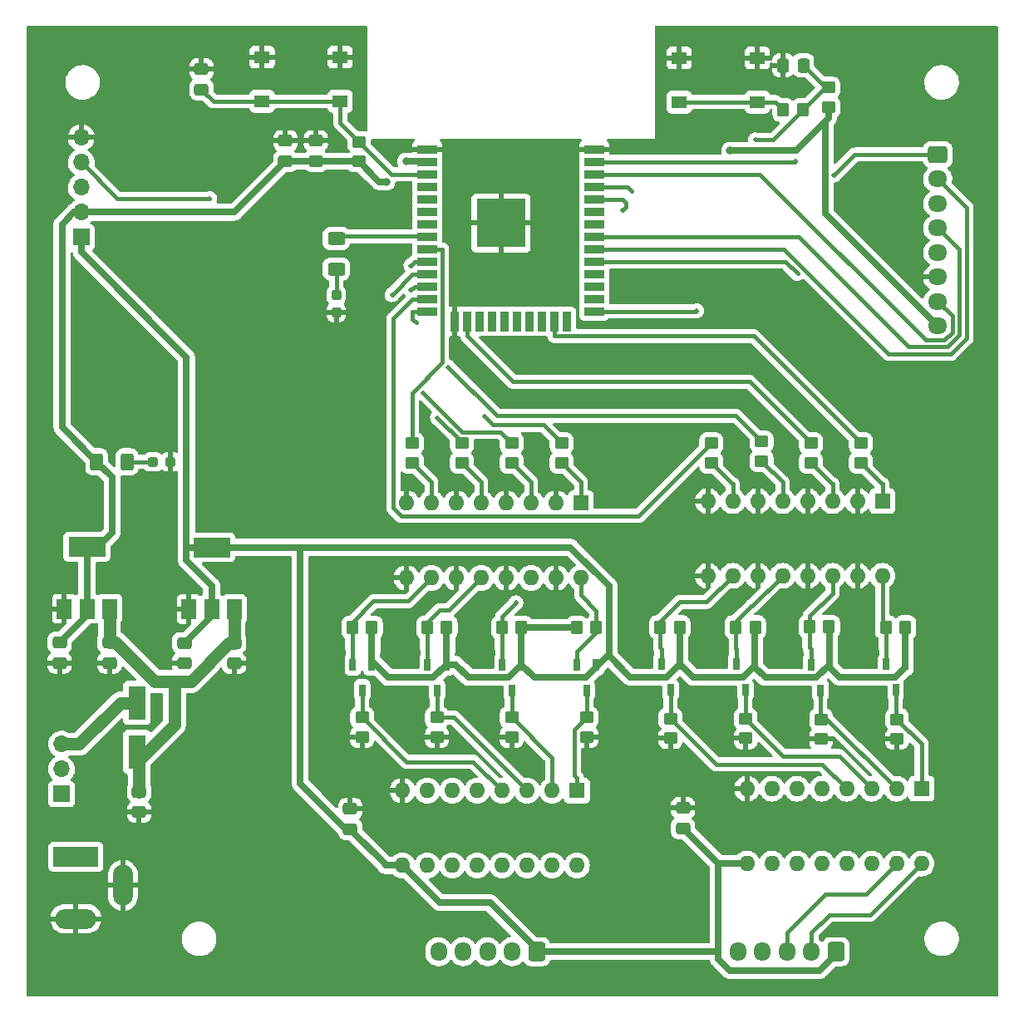
<source format=gbr>
%TF.GenerationSoftware,KiCad,Pcbnew,(6.0.7)*%
%TF.CreationDate,2022-10-20T08:35:26-05:00*%
%TF.ProjectId,ESP32,45535033-322e-46b6-9963-61645f706362,rev?*%
%TF.SameCoordinates,Original*%
%TF.FileFunction,Copper,L1,Top*%
%TF.FilePolarity,Positive*%
%FSLAX46Y46*%
G04 Gerber Fmt 4.6, Leading zero omitted, Abs format (unit mm)*
G04 Created by KiCad (PCBNEW (6.0.7)) date 2022-10-20 08:35:26*
%MOMM*%
%LPD*%
G01*
G04 APERTURE LIST*
G04 Aperture macros list*
%AMRoundRect*
0 Rectangle with rounded corners*
0 $1 Rounding radius*
0 $2 $3 $4 $5 $6 $7 $8 $9 X,Y pos of 4 corners*
0 Add a 4 corners polygon primitive as box body*
4,1,4,$2,$3,$4,$5,$6,$7,$8,$9,$2,$3,0*
0 Add four circle primitives for the rounded corners*
1,1,$1+$1,$2,$3*
1,1,$1+$1,$4,$5*
1,1,$1+$1,$6,$7*
1,1,$1+$1,$8,$9*
0 Add four rect primitives between the rounded corners*
20,1,$1+$1,$2,$3,$4,$5,0*
20,1,$1+$1,$4,$5,$6,$7,0*
20,1,$1+$1,$6,$7,$8,$9,0*
20,1,$1+$1,$8,$9,$2,$3,0*%
G04 Aperture macros list end*
%TA.AperFunction,SMDPad,CuDef*%
%ADD10RoundRect,0.250000X0.350000X0.450000X-0.350000X0.450000X-0.350000X-0.450000X0.350000X-0.450000X0*%
%TD*%
%TA.AperFunction,SMDPad,CuDef*%
%ADD11RoundRect,0.250000X-0.475000X0.337500X-0.475000X-0.337500X0.475000X-0.337500X0.475000X0.337500X0*%
%TD*%
%TA.AperFunction,SMDPad,CuDef*%
%ADD12R,1.800000X3.500000*%
%TD*%
%TA.AperFunction,ComponentPad*%
%ADD13R,4.600000X2.000000*%
%TD*%
%TA.AperFunction,ComponentPad*%
%ADD14O,4.200000X2.000000*%
%TD*%
%TA.AperFunction,ComponentPad*%
%ADD15O,2.000000X4.200000*%
%TD*%
%TA.AperFunction,SMDPad,CuDef*%
%ADD16RoundRect,0.250000X-0.450000X0.350000X-0.450000X-0.350000X0.450000X-0.350000X0.450000X0.350000X0*%
%TD*%
%TA.AperFunction,SMDPad,CuDef*%
%ADD17RoundRect,0.250000X0.475000X-0.337500X0.475000X0.337500X-0.475000X0.337500X-0.475000X-0.337500X0*%
%TD*%
%TA.AperFunction,ComponentPad*%
%ADD18RoundRect,0.250000X0.600000X0.725000X-0.600000X0.725000X-0.600000X-0.725000X0.600000X-0.725000X0*%
%TD*%
%TA.AperFunction,ComponentPad*%
%ADD19O,1.700000X1.950000*%
%TD*%
%TA.AperFunction,SMDPad,CuDef*%
%ADD20R,0.650000X1.220000*%
%TD*%
%TA.AperFunction,SMDPad,CuDef*%
%ADD21RoundRect,0.250000X-0.350000X-0.450000X0.350000X-0.450000X0.350000X0.450000X-0.350000X0.450000X0*%
%TD*%
%TA.AperFunction,ComponentPad*%
%ADD22RoundRect,0.250000X-0.725000X0.600000X-0.725000X-0.600000X0.725000X-0.600000X0.725000X0.600000X0*%
%TD*%
%TA.AperFunction,ComponentPad*%
%ADD23O,1.950000X1.700000*%
%TD*%
%TA.AperFunction,ComponentPad*%
%ADD24R,1.600000X1.600000*%
%TD*%
%TA.AperFunction,ComponentPad*%
%ADD25O,1.600000X1.600000*%
%TD*%
%TA.AperFunction,ComponentPad*%
%ADD26R,1.700000X1.700000*%
%TD*%
%TA.AperFunction,ComponentPad*%
%ADD27O,1.700000X1.700000*%
%TD*%
%TA.AperFunction,SMDPad,CuDef*%
%ADD28R,2.000000X0.900000*%
%TD*%
%TA.AperFunction,SMDPad,CuDef*%
%ADD29R,0.900000X2.000000*%
%TD*%
%TA.AperFunction,SMDPad,CuDef*%
%ADD30R,5.000000X5.000000*%
%TD*%
%TA.AperFunction,SMDPad,CuDef*%
%ADD31R,1.500000X2.000000*%
%TD*%
%TA.AperFunction,SMDPad,CuDef*%
%ADD32R,3.800000X2.000000*%
%TD*%
%TA.AperFunction,SMDPad,CuDef*%
%ADD33RoundRect,0.237500X0.287500X0.237500X-0.287500X0.237500X-0.287500X-0.237500X0.287500X-0.237500X0*%
%TD*%
%TA.AperFunction,SMDPad,CuDef*%
%ADD34RoundRect,0.250000X-0.400000X-0.625000X0.400000X-0.625000X0.400000X0.625000X-0.400000X0.625000X0*%
%TD*%
%TA.AperFunction,SMDPad,CuDef*%
%ADD35R,1.550000X1.300000*%
%TD*%
%TA.AperFunction,SMDPad,CuDef*%
%ADD36RoundRect,0.237500X0.237500X-0.287500X0.237500X0.287500X-0.237500X0.287500X-0.237500X-0.287500X0*%
%TD*%
%TA.AperFunction,SMDPad,CuDef*%
%ADD37RoundRect,0.250000X-0.625000X0.400000X-0.625000X-0.400000X0.625000X-0.400000X0.625000X0.400000X0*%
%TD*%
%TA.AperFunction,SMDPad,CuDef*%
%ADD38RoundRect,0.250000X-0.337500X-0.475000X0.337500X-0.475000X0.337500X0.475000X-0.337500X0.475000X0*%
%TD*%
%TA.AperFunction,ViaPad*%
%ADD39C,0.500000*%
%TD*%
%TA.AperFunction,ViaPad*%
%ADD40C,0.800000*%
%TD*%
%TA.AperFunction,Conductor*%
%ADD41C,0.400000*%
%TD*%
%TA.AperFunction,Conductor*%
%ADD42C,0.700000*%
%TD*%
%TA.AperFunction,Conductor*%
%ADD43C,1.300000*%
%TD*%
G04 APERTURE END LIST*
D10*
%TO.P,R2,1*%
%TO.N,+5V*%
X150950000Y-114277500D03*
%TO.P,R2,2*%
%TO.N,Net-(Q2-Pad2)*%
X148950000Y-114277500D03*
%TD*%
D11*
%TO.P,C13,1*%
%TO.N,+5V*%
X116600000Y-115841300D03*
%TO.P,C13,2*%
%TO.N,GND*%
X116600000Y-117916300D03*
%TD*%
D12*
%TO.P,D3,1,K*%
%TO.N,+12V*%
X111760000Y-126960000D03*
%TO.P,D3,2,A*%
%TO.N,Net-(D3-Pad2)*%
X111760000Y-121960000D03*
%TD*%
D13*
%TO.P,J3,1*%
%TO.N,Net-(J3-Pad1)*%
X105550000Y-137650000D03*
D14*
%TO.P,J3,2*%
%TO.N,GND*%
X105550000Y-143950000D03*
D15*
%TO.P,J3,3*%
X110350000Y-140550000D03*
%TD*%
D16*
%TO.P,R10,1*%
%TO.N,/Motores/Out3*%
X142330000Y-123437500D03*
%TO.P,R10,2*%
%TO.N,GND*%
X142330000Y-125437500D03*
%TD*%
D11*
%TO.P,C12,1*%
%TO.N,+12V*%
X121680000Y-115841300D03*
%TO.P,C12,2*%
%TO.N,GND*%
X121680000Y-117916300D03*
%TD*%
D16*
%TO.P,R21,1*%
%TO.N,/Motores/Out8*%
X166110600Y-123563000D03*
%TO.P,R21,2*%
%TO.N,GND*%
X166110600Y-125563000D03*
%TD*%
D17*
%TO.P,C2,1*%
%TO.N,+5V*%
X167400000Y-134737500D03*
%TO.P,C2,2*%
%TO.N,GND*%
X167400000Y-132662500D03*
%TD*%
D18*
%TO.P,J1,1,Pin_1*%
%TO.N,+5V*%
X152490000Y-147297500D03*
D19*
%TO.P,J1,2,Pin_2*%
%TO.N,Net-(J1-Pad2)*%
X149990000Y-147297500D03*
%TO.P,J1,3,Pin_3*%
%TO.N,Net-(J1-Pad3)*%
X147490000Y-147297500D03*
%TO.P,J1,4,Pin_4*%
%TO.N,Net-(J1-Pad4)*%
X144990000Y-147297500D03*
%TO.P,J1,5,Pin_5*%
%TO.N,Net-(J1-Pad5)*%
X142490000Y-147297500D03*
%TD*%
D20*
%TO.P,Q3,1,E*%
%TO.N,+5V*%
X143280000Y-118047500D03*
%TO.P,Q3,2,B*%
%TO.N,Net-(Q3-Pad2)*%
X141380000Y-118047500D03*
%TO.P,Q3,3,C*%
%TO.N,/Motores/Out3*%
X142330000Y-120667500D03*
%TD*%
%TO.P,Q7,1,E*%
%TO.N,+5V*%
X174695800Y-118015600D03*
%TO.P,Q7,2,B*%
%TO.N,Net-(Q7-Pad2)*%
X172795800Y-118015600D03*
%TO.P,Q7,3,C*%
%TO.N,/Motores/Out7*%
X173745800Y-120635600D03*
%TD*%
D11*
%TO.P,C15,1*%
%TO.N,+3.3V*%
X103900000Y-115802500D03*
%TO.P,C15,2*%
%TO.N,GND*%
X103900000Y-117877500D03*
%TD*%
D17*
%TO.P,C1,1*%
%TO.N,+5V*%
X133500000Y-134837500D03*
%TO.P,C1,2*%
%TO.N,GND*%
X133500000Y-132762500D03*
%TD*%
D16*
%TO.P,R19,1*%
%TO.N,/Motores/In7*%
X175400900Y-95329800D03*
%TO.P,R19,2*%
%TO.N,Net-(R19-Pad2)*%
X175400900Y-97329800D03*
%TD*%
D10*
%TO.P,R16,1*%
%TO.N,+5V*%
X167053700Y-114245600D03*
%TO.P,R16,2*%
%TO.N,Net-(Q8-Pad2)*%
X165053700Y-114245600D03*
%TD*%
D16*
%TO.P,R7,1*%
%TO.N,/Motores/In3*%
X144870000Y-95497500D03*
%TO.P,R7,2*%
%TO.N,Net-(R7-Pad2)*%
X144870000Y-97497500D03*
%TD*%
D10*
%TO.P,R13,1*%
%TO.N,+5V*%
X190055700Y-114245600D03*
%TO.P,R13,2*%
%TO.N,Net-(Q5-Pad2)*%
X188055700Y-114245600D03*
%TD*%
D21*
%TO.P,R26,1*%
%TO.N,Net-(BOOT1-Pad2)*%
X177620000Y-61540000D03*
%TO.P,R26,2*%
%TO.N,/Principal/BOOT*%
X179620000Y-61540000D03*
%TD*%
D11*
%TO.P,C14,1*%
%TO.N,+12V*%
X108980000Y-115802500D03*
%TO.P,C14,2*%
%TO.N,GND*%
X108980000Y-117877500D03*
%TD*%
D22*
%TO.P,U8,1,SS*%
%TO.N,/Principal/SS*%
X193340000Y-66080000D03*
D23*
%TO.P,U8,2,SCK*%
%TO.N,/Principal/SCK*%
X193340000Y-68580000D03*
%TO.P,U8,3,MOSI*%
%TO.N,/Principal/MOSI*%
X193340000Y-71080000D03*
%TO.P,U8,4,MISO*%
%TO.N,/Principal/MISO*%
X193340000Y-73580000D03*
%TO.P,U8,5,IRQ*%
%TO.N,unconnected-(U8-Pad5)*%
X193340000Y-76080000D03*
%TO.P,U8,6,GND*%
%TO.N,GND*%
X193340000Y-78580000D03*
%TO.P,U8,7,RST*%
%TO.N,/Principal/RST*%
X193340000Y-81080000D03*
%TO.P,U8,8,3.3V*%
%TO.N,+3.3V*%
X193340000Y-83580000D03*
%TD*%
D16*
%TO.P,R6,1*%
%TO.N,/Motores/In2*%
X149950000Y-95497500D03*
%TO.P,R6,2*%
%TO.N,Net-(R6-Pad2)*%
X149950000Y-97497500D03*
%TD*%
D17*
%TO.P,C178,1*%
%TO.N,+3.3V*%
X126890000Y-66775000D03*
%TO.P,C178,2*%
%TO.N,GND*%
X126890000Y-64700000D03*
%TD*%
D24*
%TO.P,U1,1*%
%TO.N,Net-(R5-Pad2)*%
X157000000Y-101600000D03*
D25*
%TO.P,U1,2*%
%TO.N,GND*%
X154460000Y-101600000D03*
%TO.P,U1,3*%
%TO.N,Net-(R6-Pad2)*%
X151920000Y-101600000D03*
%TO.P,U1,4*%
%TO.N,GND*%
X149380000Y-101600000D03*
%TO.P,U1,5*%
%TO.N,Net-(R7-Pad2)*%
X146840000Y-101600000D03*
%TO.P,U1,6*%
%TO.N,GND*%
X144300000Y-101600000D03*
%TO.P,U1,7*%
%TO.N,Net-(R8-Pad2)*%
X141760000Y-101600000D03*
%TO.P,U1,8*%
%TO.N,GND*%
X139220000Y-101600000D03*
%TO.P,U1,9*%
X139220000Y-109220000D03*
%TO.P,U1,10*%
%TO.N,Net-(Q4-Pad2)*%
X141760000Y-109220000D03*
%TO.P,U1,11*%
%TO.N,GND*%
X144300000Y-109220000D03*
%TO.P,U1,12*%
%TO.N,Net-(Q3-Pad2)*%
X146840000Y-109220000D03*
%TO.P,U1,13*%
%TO.N,GND*%
X149380000Y-109220000D03*
%TO.P,U1,14*%
%TO.N,Net-(Q2-Pad2)*%
X151920000Y-109220000D03*
%TO.P,U1,15*%
%TO.N,GND*%
X154460000Y-109220000D03*
%TO.P,U1,16*%
%TO.N,Net-(Q1-Pad2)*%
X157000000Y-109220000D03*
%TD*%
D26*
%TO.P,J4,1,Pin_1*%
%TO.N,+5V*%
X106100000Y-74520000D03*
D27*
%TO.P,J4,2,Pin_2*%
%TO.N,+3.3V*%
X106100000Y-71980000D03*
%TO.P,J4,3,Pin_3*%
%TO.N,/Principal/TX*%
X106100000Y-69440000D03*
%TO.P,J4,4,Pin_4*%
%TO.N,/Principal/RX*%
X106100000Y-66900000D03*
%TO.P,J4,5,Pin_5*%
%TO.N,GND*%
X106100000Y-64360000D03*
%TD*%
D10*
%TO.P,R3,1*%
%TO.N,+5V*%
X143330000Y-114277500D03*
%TO.P,R3,2*%
%TO.N,Net-(Q3-Pad2)*%
X141330000Y-114277500D03*
%TD*%
D16*
%TO.P,R12,1*%
%TO.N,/Motores/Out1*%
X157570000Y-123437500D03*
%TO.P,R12,2*%
%TO.N,GND*%
X157570000Y-125437500D03*
%TD*%
D28*
%TO.P,U7,1,GND*%
%TO.N,GND*%
X141360000Y-65575000D03*
%TO.P,U7,2,VDD*%
%TO.N,+3.3V*%
X141360000Y-66845000D03*
%TO.P,U7,3,EN*%
%TO.N,/Principal/EN{slash}RST*%
X141360000Y-68115000D03*
%TO.P,U7,4,SENSOR_VP*%
%TO.N,unconnected-(U7-Pad4)*%
X141360000Y-69385000D03*
%TO.P,U7,5,SENSOR_VN*%
%TO.N,unconnected-(U7-Pad5)*%
X141360000Y-70655000D03*
%TO.P,U7,6,IO34*%
%TO.N,unconnected-(U7-Pad6)*%
X141360000Y-71925000D03*
%TO.P,U7,7,IO35*%
%TO.N,unconnected-(U7-Pad7)*%
X141360000Y-73195000D03*
%TO.P,U7,8,IO32*%
%TO.N,/Principal/HelloWorld*%
X141360000Y-74465000D03*
%TO.P,U7,9,IO33*%
%TO.N,/Motores/In4*%
X141360000Y-75735000D03*
%TO.P,U7,10,IO25*%
%TO.N,/Motores/In3*%
X141360000Y-77005000D03*
%TO.P,U7,11,IO26*%
%TO.N,/Motores/In2*%
X141360000Y-78275000D03*
%TO.P,U7,12,IO27*%
%TO.N,/Motores/In1*%
X141360000Y-79545000D03*
%TO.P,U7,13,IO14*%
%TO.N,/Motores/In8*%
X141360000Y-80815000D03*
%TO.P,U7,14,IO12*%
%TO.N,/Motores/In7*%
X141360000Y-82085000D03*
D29*
%TO.P,U7,15,GND*%
%TO.N,GND*%
X144145000Y-83085000D03*
%TO.P,U7,16,IO13*%
%TO.N,/Motores/In6*%
X145415000Y-83085000D03*
%TO.P,U7,17,SHD/SD2*%
%TO.N,unconnected-(U7-Pad17)*%
X146685000Y-83085000D03*
%TO.P,U7,18,SWP/SD3*%
%TO.N,unconnected-(U7-Pad18)*%
X147955000Y-83085000D03*
%TO.P,U7,19,SCS/CMD*%
%TO.N,unconnected-(U7-Pad19)*%
X149225000Y-83085000D03*
%TO.P,U7,20,SCK/CLK*%
%TO.N,unconnected-(U7-Pad20)*%
X150495000Y-83085000D03*
%TO.P,U7,21,SDO/SD0*%
%TO.N,unconnected-(U7-Pad21)*%
X151765000Y-83085000D03*
%TO.P,U7,22,SDI/SD1*%
%TO.N,unconnected-(U7-Pad22)*%
X153035000Y-83085000D03*
%TO.P,U7,23,IO15*%
%TO.N,/Motores/In5*%
X154305000Y-83085000D03*
%TO.P,U7,24,IO2*%
%TO.N,unconnected-(U7-Pad24)*%
X155575000Y-83085000D03*
D28*
%TO.P,U7,25,IO0*%
%TO.N,/Principal/BOOT*%
X158360000Y-82085000D03*
%TO.P,U7,26,IO4*%
%TO.N,unconnected-(U7-Pad26)*%
X158360000Y-80815000D03*
%TO.P,U7,27,IO16*%
%TO.N,unconnected-(U7-Pad27)*%
X158360000Y-79545000D03*
%TO.P,U7,28,IO17*%
%TO.N,unconnected-(U7-Pad28)*%
X158360000Y-78275000D03*
%TO.P,U7,29,IO5*%
%TO.N,/Principal/SS*%
X158360000Y-77005000D03*
%TO.P,U7,30,IO18*%
%TO.N,/Principal/SCK*%
X158360000Y-75735000D03*
%TO.P,U7,31,IO19*%
%TO.N,/Principal/MISO*%
X158360000Y-74465000D03*
%TO.P,U7,32,NC*%
%TO.N,unconnected-(U7-Pad32)*%
X158360000Y-73195000D03*
%TO.P,U7,33,IO21*%
%TO.N,unconnected-(U7-Pad33)*%
X158360000Y-71925000D03*
%TO.P,U7,34,RXD0/IO3*%
%TO.N,/Principal/RX*%
X158360000Y-70655000D03*
%TO.P,U7,35,TXD0/IO1*%
%TO.N,/Principal/TX*%
X158360000Y-69385000D03*
%TO.P,U7,36,IO22*%
%TO.N,/Principal/RST*%
X158360000Y-68115000D03*
%TO.P,U7,37,IO23*%
%TO.N,/Principal/MOSI*%
X158360000Y-66845000D03*
%TO.P,U7,38,GND*%
%TO.N,GND*%
X158360000Y-65575000D03*
D30*
%TO.P,U7,39,GND*%
X148860000Y-73075000D03*
%TD*%
D20*
%TO.P,Q1,1,E*%
%TO.N,+5V*%
X158520000Y-118047500D03*
%TO.P,Q1,2,B*%
%TO.N,Net-(Q1-Pad2)*%
X156620000Y-118047500D03*
%TO.P,Q1,3,C*%
%TO.N,/Motores/Out1*%
X157570000Y-120667500D03*
%TD*%
D16*
%TO.P,R27,1*%
%TO.N,/Principal/BOOT*%
X182220000Y-59280000D03*
%TO.P,R27,2*%
%TO.N,+3.3V*%
X182220000Y-61280000D03*
%TD*%
D31*
%TO.P,U5,1,GND*%
%TO.N,GND*%
X117080000Y-112408800D03*
%TO.P,U5,2,VO*%
%TO.N,+5V*%
X119380000Y-112408800D03*
D32*
X119380000Y-106108800D03*
D31*
%TO.P,U5,3,VI*%
%TO.N,+12V*%
X121680000Y-112408800D03*
%TD*%
D16*
%TO.P,R24,1*%
%TO.N,/Motores/Out5*%
X189181900Y-123632100D03*
%TO.P,R24,2*%
%TO.N,GND*%
X189181900Y-125632100D03*
%TD*%
%TO.P,R20,1*%
%TO.N,/Motores/In8*%
X170270000Y-95497500D03*
%TO.P,R20,2*%
%TO.N,Net-(R20-Pad2)*%
X170270000Y-97497500D03*
%TD*%
D18*
%TO.P,J2,1,Pin_1*%
%TO.N,+5V*%
X182970000Y-147297500D03*
D19*
%TO.P,J2,2,Pin_2*%
%TO.N,Net-(J2-Pad2)*%
X180470000Y-147297500D03*
%TO.P,J2,3,Pin_3*%
%TO.N,Net-(J2-Pad3)*%
X177970000Y-147297500D03*
%TO.P,J2,4,Pin_4*%
%TO.N,Net-(J2-Pad4)*%
X175470000Y-147297500D03*
%TO.P,J2,5,Pin_5*%
%TO.N,Net-(J2-Pad5)*%
X172970000Y-147297500D03*
%TD*%
D20*
%TO.P,Q4,1,E*%
%TO.N,+5V*%
X135660000Y-118047500D03*
%TO.P,Q4,2,B*%
%TO.N,Net-(Q4-Pad2)*%
X133760000Y-118047500D03*
%TO.P,Q4,3,C*%
%TO.N,/Motores/Out4*%
X134710000Y-120667500D03*
%TD*%
D33*
%TO.P,D1,1,K*%
%TO.N,GND*%
X115175000Y-97410000D03*
%TO.P,D1,2,A*%
%TO.N,Net-(D1-Pad2)*%
X113425000Y-97410000D03*
%TD*%
D17*
%TO.P,C177,1*%
%TO.N,+3.3V*%
X130000000Y-66775000D03*
%TO.P,C177,2*%
%TO.N,GND*%
X130000000Y-64700000D03*
%TD*%
D24*
%TO.P,U3,1,I1*%
%TO.N,/Motores/Out1*%
X156600000Y-130900000D03*
D25*
%TO.P,U3,2,I2*%
%TO.N,/Motores/Out2*%
X154060000Y-130900000D03*
%TO.P,U3,3,I3*%
%TO.N,/Motores/Out3*%
X151520000Y-130900000D03*
%TO.P,U3,4,I4*%
%TO.N,/Motores/Out4*%
X148980000Y-130900000D03*
%TO.P,U3,5,I5*%
%TO.N,unconnected-(U3-Pad5)*%
X146440000Y-130900000D03*
%TO.P,U3,6,I6*%
%TO.N,unconnected-(U3-Pad6)*%
X143900000Y-130900000D03*
%TO.P,U3,7,I7*%
%TO.N,unconnected-(U3-Pad7)*%
X141360000Y-130900000D03*
%TO.P,U3,8,GND*%
%TO.N,GND*%
X138820000Y-130900000D03*
%TO.P,U3,9,COM*%
%TO.N,+5V*%
X138820000Y-138520000D03*
%TO.P,U3,10,O7*%
%TO.N,unconnected-(U3-Pad10)*%
X141360000Y-138520000D03*
%TO.P,U3,11,O6*%
%TO.N,unconnected-(U3-Pad11)*%
X143900000Y-138520000D03*
%TO.P,U3,12,O5*%
%TO.N,unconnected-(U3-Pad12)*%
X146440000Y-138520000D03*
%TO.P,U3,13,O4*%
%TO.N,Net-(J1-Pad5)*%
X148980000Y-138520000D03*
%TO.P,U3,14,O3*%
%TO.N,Net-(J1-Pad4)*%
X151520000Y-138520000D03*
%TO.P,U3,15,O2*%
%TO.N,Net-(J1-Pad3)*%
X154060000Y-138520000D03*
%TO.P,U3,16,O1*%
%TO.N,Net-(J1-Pad2)*%
X156600000Y-138520000D03*
%TD*%
D34*
%TO.P,R29,1*%
%TO.N,+3.3V*%
X107670000Y-97410000D03*
%TO.P,R29,2*%
%TO.N,Net-(D1-Pad2)*%
X110770000Y-97410000D03*
%TD*%
D31*
%TO.P,U6,1,GND*%
%TO.N,GND*%
X104380000Y-112370000D03*
D32*
%TO.P,U6,2,VO*%
%TO.N,+3.3V*%
X106680000Y-106070000D03*
D31*
X106680000Y-112370000D03*
%TO.P,U6,3,VI*%
%TO.N,+12V*%
X108980000Y-112370000D03*
%TD*%
D26*
%TO.P,JP1,1,A*%
%TO.N,unconnected-(JP1-Pad1)*%
X104100000Y-131240000D03*
D27*
%TO.P,JP1,2,C*%
%TO.N,Net-(J3-Pad1)*%
X104100000Y-128700000D03*
%TO.P,JP1,3,B*%
%TO.N,Net-(D3-Pad2)*%
X104100000Y-126160000D03*
%TD*%
D11*
%TO.P,C3,1*%
%TO.N,GND*%
X118340000Y-57382500D03*
%TO.P,C3,2*%
%TO.N,/Principal/EN{slash}RST*%
X118340000Y-59457500D03*
%TD*%
%TO.P,C11,1*%
%TO.N,+12V*%
X112000000Y-131000000D03*
%TO.P,C11,2*%
%TO.N,GND*%
X112000000Y-133075000D03*
%TD*%
D10*
%TO.P,R14,1*%
%TO.N,+5V*%
X182276600Y-114194700D03*
%TO.P,R14,2*%
%TO.N,Net-(Q6-Pad2)*%
X180276600Y-114194700D03*
%TD*%
D16*
%TO.P,R23,1*%
%TO.N,/Motores/Out6*%
X181461500Y-123632100D03*
%TO.P,R23,2*%
%TO.N,GND*%
X181461500Y-125632100D03*
%TD*%
D24*
%TO.P,U4,1,I1*%
%TO.N,/Motores/Out5*%
X191700000Y-130700000D03*
D25*
%TO.P,U4,2,I2*%
%TO.N,/Motores/Out6*%
X189160000Y-130700000D03*
%TO.P,U4,3,I3*%
%TO.N,/Motores/Out7*%
X186620000Y-130700000D03*
%TO.P,U4,4,I4*%
%TO.N,/Motores/Out8*%
X184080000Y-130700000D03*
%TO.P,U4,5,I5*%
%TO.N,unconnected-(U4-Pad5)*%
X181540000Y-130700000D03*
%TO.P,U4,6,I6*%
%TO.N,unconnected-(U4-Pad6)*%
X179000000Y-130700000D03*
%TO.P,U4,7,I7*%
%TO.N,unconnected-(U4-Pad7)*%
X176460000Y-130700000D03*
%TO.P,U4,8,GND*%
%TO.N,GND*%
X173920000Y-130700000D03*
%TO.P,U4,9,COM*%
%TO.N,+5V*%
X173920000Y-138320000D03*
%TO.P,U4,10,O7*%
%TO.N,unconnected-(U4-Pad10)*%
X176460000Y-138320000D03*
%TO.P,U4,11,O6*%
%TO.N,unconnected-(U4-Pad11)*%
X179000000Y-138320000D03*
%TO.P,U4,12,O5*%
%TO.N,unconnected-(U4-Pad12)*%
X181540000Y-138320000D03*
%TO.P,U4,13,O4*%
%TO.N,Net-(J2-Pad5)*%
X184080000Y-138320000D03*
%TO.P,U4,14,O3*%
%TO.N,Net-(J2-Pad4)*%
X186620000Y-138320000D03*
%TO.P,U4,15,O2*%
%TO.N,Net-(J2-Pad3)*%
X189160000Y-138320000D03*
%TO.P,U4,16,O1*%
%TO.N,Net-(J2-Pad2)*%
X191700000Y-138320000D03*
%TD*%
D10*
%TO.P,R15,1*%
%TO.N,+5V*%
X174745800Y-114245600D03*
%TO.P,R15,2*%
%TO.N,Net-(Q7-Pad2)*%
X172745800Y-114245600D03*
%TD*%
D16*
%TO.P,R18,1*%
%TO.N,/Motores/In6*%
X180430000Y-95497500D03*
%TO.P,R18,2*%
%TO.N,Net-(R18-Pad2)*%
X180430000Y-97497500D03*
%TD*%
D10*
%TO.P,R4,1*%
%TO.N,+5V*%
X135710000Y-114277500D03*
%TO.P,R4,2*%
%TO.N,Net-(Q4-Pad2)*%
X133710000Y-114277500D03*
%TD*%
D35*
%TO.P,BOOT1,1,1*%
%TO.N,GND*%
X167025000Y-56250000D03*
X174975000Y-56250000D03*
%TO.P,BOOT1,2,2*%
%TO.N,Net-(BOOT1-Pad2)*%
X167025000Y-60750000D03*
X174975000Y-60750000D03*
%TD*%
%TO.P,EN1,1,1*%
%TO.N,GND*%
X124525000Y-56170000D03*
X132475000Y-56170000D03*
%TO.P,EN1,2,2*%
%TO.N,/Principal/EN{slash}RST*%
X132475000Y-60670000D03*
X124525000Y-60670000D03*
%TD*%
D16*
%TO.P,R11,1*%
%TO.N,/Motores/Out2*%
X149950000Y-123429400D03*
%TO.P,R11,2*%
%TO.N,GND*%
X149950000Y-125429400D03*
%TD*%
D20*
%TO.P,Q8,1,E*%
%TO.N,+5V*%
X167075800Y-118015600D03*
%TO.P,Q8,2,B*%
%TO.N,Net-(Q8-Pad2)*%
X165175800Y-118015600D03*
%TO.P,Q8,3,C*%
%TO.N,/Motores/Out8*%
X166125800Y-120635600D03*
%TD*%
D16*
%TO.P,R25,1*%
%TO.N,/Principal/EN{slash}RST*%
X134400000Y-64800000D03*
%TO.P,R25,2*%
%TO.N,+3.3V*%
X134400000Y-66800000D03*
%TD*%
%TO.P,R9,1*%
%TO.N,/Motores/Out4*%
X134710000Y-123437500D03*
%TO.P,R9,2*%
%TO.N,GND*%
X134710000Y-125437500D03*
%TD*%
%TO.P,R22,1*%
%TO.N,/Motores/Out7*%
X173775600Y-123572500D03*
%TO.P,R22,2*%
%TO.N,GND*%
X173775600Y-125572500D03*
%TD*%
%TO.P,R5,1*%
%TO.N,/Motores/In1*%
X155030000Y-95497500D03*
%TO.P,R5,2*%
%TO.N,Net-(R5-Pad2)*%
X155030000Y-97497500D03*
%TD*%
D24*
%TO.P,U2,1*%
%TO.N,Net-(R17-Pad2)*%
X187700000Y-101400000D03*
D25*
%TO.P,U2,2*%
%TO.N,GND*%
X185160000Y-101400000D03*
%TO.P,U2,3*%
%TO.N,Net-(R18-Pad2)*%
X182620000Y-101400000D03*
%TO.P,U2,4*%
%TO.N,GND*%
X180080000Y-101400000D03*
%TO.P,U2,5*%
%TO.N,Net-(R19-Pad2)*%
X177540000Y-101400000D03*
%TO.P,U2,6*%
%TO.N,GND*%
X175000000Y-101400000D03*
%TO.P,U2,7*%
%TO.N,Net-(R20-Pad2)*%
X172460000Y-101400000D03*
%TO.P,U2,8*%
%TO.N,GND*%
X169920000Y-101400000D03*
%TO.P,U2,9*%
X169920000Y-109020000D03*
%TO.P,U2,10*%
%TO.N,Net-(Q8-Pad2)*%
X172460000Y-109020000D03*
%TO.P,U2,11*%
%TO.N,GND*%
X175000000Y-109020000D03*
%TO.P,U2,12*%
%TO.N,Net-(Q7-Pad2)*%
X177540000Y-109020000D03*
%TO.P,U2,13*%
%TO.N,GND*%
X180080000Y-109020000D03*
%TO.P,U2,14*%
%TO.N,Net-(Q6-Pad2)*%
X182620000Y-109020000D03*
%TO.P,U2,15*%
%TO.N,GND*%
X185160000Y-109020000D03*
%TO.P,U2,16*%
%TO.N,Net-(Q5-Pad2)*%
X187700000Y-109020000D03*
%TD*%
D36*
%TO.P,D2,1,K*%
%TO.N,GND*%
X132080000Y-82155000D03*
%TO.P,D2,2,A*%
%TO.N,Net-(D2-Pad2)*%
X132080000Y-80405000D03*
%TD*%
D37*
%TO.P,R28,1*%
%TO.N,/Principal/HelloWorld*%
X132080000Y-74650000D03*
%TO.P,R28,2*%
%TO.N,Net-(D2-Pad2)*%
X132080000Y-77750000D03*
%TD*%
D20*
%TO.P,Q2,1,E*%
%TO.N,+5V*%
X150900000Y-118047500D03*
%TO.P,Q2,2,B*%
%TO.N,Net-(Q2-Pad2)*%
X149000000Y-118047500D03*
%TO.P,Q2,3,C*%
%TO.N,/Motores/Out2*%
X149950000Y-120667500D03*
%TD*%
D16*
%TO.P,R8,1*%
%TO.N,/Motores/In4*%
X139790000Y-95497500D03*
%TO.P,R8,2*%
%TO.N,Net-(R8-Pad2)*%
X139790000Y-97497500D03*
%TD*%
D20*
%TO.P,Q6,1,E*%
%TO.N,+5V*%
X182330000Y-118047500D03*
%TO.P,Q6,2,B*%
%TO.N,Net-(Q6-Pad2)*%
X180430000Y-118047500D03*
%TO.P,Q6,3,C*%
%TO.N,/Motores/Out6*%
X181380000Y-120667500D03*
%TD*%
D21*
%TO.P,R1,1*%
%TO.N,+5V*%
X156570000Y-114277500D03*
%TO.P,R1,2*%
%TO.N,Net-(Q1-Pad2)*%
X158570000Y-114277500D03*
%TD*%
D38*
%TO.P,C4,1*%
%TO.N,GND*%
X177582500Y-57000000D03*
%TO.P,C4,2*%
%TO.N,/Principal/BOOT*%
X179657500Y-57000000D03*
%TD*%
D16*
%TO.P,R17,1*%
%TO.N,/Motores/In5*%
X185510000Y-95497500D03*
%TO.P,R17,2*%
%TO.N,Net-(R17-Pad2)*%
X185510000Y-97497500D03*
%TD*%
D20*
%TO.P,Q5,1,E*%
%TO.N,+5V*%
X190005700Y-118015600D03*
%TO.P,Q5,2,B*%
%TO.N,Net-(Q5-Pad2)*%
X188105700Y-118015600D03*
%TO.P,Q5,3,C*%
%TO.N,/Motores/Out5*%
X189055700Y-120635600D03*
%TD*%
D39*
%TO.N,GND*%
X123590000Y-65350000D03*
X130556000Y-143764000D03*
X119634000Y-132842000D03*
X185600000Y-123200000D03*
X118050000Y-77670000D03*
X170200000Y-123200000D03*
X122600000Y-94600000D03*
X194200000Y-95800000D03*
X163000000Y-141800000D03*
X162960000Y-129260000D03*
X133000000Y-88200000D03*
X164200000Y-107800000D03*
X180400000Y-84000000D03*
X178000000Y-123200000D03*
X139200000Y-123000000D03*
X110000000Y-87800000D03*
X132200000Y-100800000D03*
X146400000Y-121600000D03*
D40*
%TO.N,+3.3V*%
X137178900Y-68859500D03*
X172200000Y-65705900D03*
X139192000Y-66802000D03*
D39*
%TO.N,/Principal/BOOT*%
X168800000Y-82000000D03*
X174800000Y-64600000D03*
%TO.N,Net-(Q2-Pad2)*%
X150368000Y-111760000D03*
%TO.N,/Motores/In1*%
X147160000Y-92809400D03*
X139682000Y-79897500D03*
%TO.N,/Motores/In2*%
X137752500Y-80372500D03*
X140901300Y-90374200D03*
%TO.N,/Motores/In3*%
X142389000Y-92903000D03*
X139682000Y-77405500D03*
%TO.N,/Motores/In7*%
X140226000Y-83219000D03*
X143476200Y-87734000D03*
%TO.N,/Principal/RX*%
X161200000Y-71800000D03*
X119200000Y-70600000D03*
%TO.N,/Principal/TX*%
X162200000Y-69800000D03*
%TO.N,/Principal/SS*%
X182783000Y-68182000D03*
X179063800Y-78224200D03*
%TO.N,/Principal/MOSI*%
X178816000Y-66802000D03*
%TD*%
D41*
%TO.N,Net-(Q2-Pad2)*%
X150368000Y-111760000D02*
X148950000Y-113178000D01*
X148950000Y-113178000D02*
X148950000Y-114277500D01*
D42*
%TO.N,+3.3V*%
X181882700Y-62719300D02*
X181882700Y-72122700D01*
X182220000Y-62382000D02*
X181882700Y-62719300D01*
X181882700Y-72122700D02*
X193340000Y-83580000D01*
X182220000Y-62382000D02*
X182220000Y-61280000D01*
X172200000Y-65705900D02*
X178896100Y-65705900D01*
X178896100Y-65705900D02*
X182220000Y-62382000D01*
D41*
%TO.N,/Principal/MOSI*%
X178773000Y-66845000D02*
X158360000Y-66845000D01*
X178816000Y-66802000D02*
X178773000Y-66845000D01*
D42*
%TO.N,+3.3V*%
X104140000Y-73170738D02*
X105330738Y-71980000D01*
X104140000Y-93880000D02*
X104140000Y-73170738D01*
X105330738Y-71980000D02*
X106100000Y-71980000D01*
X107670000Y-97410000D02*
X104140000Y-93880000D01*
D41*
%TO.N,/Motores/In3*%
X140082500Y-77005000D02*
X139682000Y-77405500D01*
X141360000Y-77005000D02*
X140082500Y-77005000D01*
%TO.N,/Motores/In1*%
X140034500Y-79545000D02*
X139682000Y-79897500D01*
X141360000Y-79545000D02*
X140034500Y-79545000D01*
D43*
%TO.N,+12V*%
X121134200Y-115841300D02*
X119140000Y-117835500D01*
X113610300Y-119791500D02*
X114791500Y-119791500D01*
X115591500Y-119791500D02*
X113610300Y-119791500D01*
X121680000Y-112408800D02*
X121680000Y-115841300D01*
X108980000Y-115802500D02*
X109621300Y-115802500D01*
X112000000Y-131000000D02*
X112000000Y-127800000D01*
X119140000Y-117835500D02*
X119140000Y-117948900D01*
X108980000Y-112370000D02*
X108980000Y-115802500D01*
X109621300Y-115802500D02*
X113610300Y-119791500D01*
X112000000Y-127800000D02*
X115591500Y-124208500D01*
X119140000Y-117948900D02*
X117297400Y-119791500D01*
X121680000Y-115841300D02*
X121134200Y-115841300D01*
X115591500Y-124208500D02*
X115591500Y-119791500D01*
X114791500Y-119791500D02*
X114800000Y-119800000D01*
X117297400Y-119791500D02*
X115591500Y-119791500D01*
D42*
%TO.N,+5V*%
X137069700Y-138407200D02*
X133500000Y-134837500D01*
X170982500Y-138320000D02*
X167400000Y-134737500D01*
X168405800Y-119345600D02*
X167075800Y-118015600D01*
X137350100Y-119357500D02*
X141970000Y-119357500D01*
X182970000Y-147297500D02*
X182970000Y-147538500D01*
X141970000Y-119357500D02*
X143280000Y-118047500D01*
X116829700Y-86750000D02*
X116829700Y-106108800D01*
X150900000Y-118047500D02*
X150900000Y-114327500D01*
X143280000Y-118047500D02*
X144255300Y-118047500D01*
X119380000Y-112408800D02*
X119380000Y-113061300D01*
X174695800Y-118307800D02*
X174695800Y-118015600D01*
X167075800Y-114267700D02*
X167053700Y-114245600D01*
X172193700Y-149235600D02*
X170982500Y-148024400D01*
X182330000Y-118047500D02*
X181000000Y-119377500D01*
X143280000Y-118047500D02*
X143280000Y-116787200D01*
X167075800Y-116918700D02*
X167075800Y-117988900D01*
X126908800Y-106108800D02*
X155943900Y-106108800D01*
X170982500Y-147297500D02*
X152490000Y-147297500D01*
X147749500Y-142324500D02*
X142624500Y-142324500D01*
X135660000Y-118047500D02*
X135660000Y-117667400D01*
X173920000Y-138320000D02*
X170982500Y-138320000D01*
X145555700Y-119347900D02*
X149599600Y-119347900D01*
X116829700Y-106108800D02*
X116829700Y-107449600D01*
X181272900Y-149235600D02*
X172193700Y-149235600D01*
X174695800Y-114295600D02*
X174695800Y-118015600D01*
X181000000Y-119377500D02*
X175765500Y-119377500D01*
X159766000Y-117094000D02*
X157482500Y-119377500D01*
X155943900Y-106108800D02*
X159880400Y-110045300D01*
X118405100Y-106108800D02*
X116829700Y-106108800D01*
X159880400Y-110045300D02*
X159880400Y-117094000D01*
X152490000Y-147065000D02*
X147749500Y-142324500D01*
X135660000Y-117667400D02*
X135660000Y-116787200D01*
X119380000Y-106108800D02*
X126908800Y-106108800D01*
X162017600Y-119345600D02*
X159766000Y-117094000D01*
X174695800Y-118166200D02*
X173516400Y-119345600D01*
X133500000Y-134837500D02*
X133065444Y-134837500D01*
X133065444Y-134837500D02*
X128400000Y-130172056D01*
X150900000Y-114327500D02*
X150950000Y-114277500D01*
X118405100Y-106108800D02*
X119380000Y-106108800D01*
X135710000Y-116737200D02*
X135660000Y-116787200D01*
X152230000Y-119377500D02*
X150900000Y-118047500D01*
X182276600Y-114194700D02*
X182330000Y-114248100D01*
X183353600Y-119345600D02*
X182330000Y-118322000D01*
X190005700Y-118015600D02*
X190005700Y-118350300D01*
X167075800Y-118015600D02*
X167075800Y-116918700D01*
X173516400Y-119345600D02*
X168405800Y-119345600D01*
X137069700Y-138520000D02*
X137069700Y-138407200D01*
X174695800Y-118015600D02*
X174695800Y-118166200D01*
X119380000Y-109999900D02*
X119380000Y-112408800D01*
X156570000Y-114277500D02*
X150950000Y-114277500D01*
X190005700Y-118015600D02*
X190005700Y-114295600D01*
X138820000Y-138520000D02*
X137069700Y-138520000D01*
X106100000Y-74520000D02*
X106100000Y-76020300D01*
X189010400Y-119345600D02*
X183353600Y-119345600D01*
X116829700Y-107449600D02*
X119380000Y-109999900D01*
X128400000Y-106108800D02*
X126908800Y-106108800D01*
X152490000Y-147297500D02*
X152490000Y-147065000D01*
X119380000Y-113061300D02*
X116600000Y-115841300D01*
X144255300Y-118047500D02*
X145555700Y-119347900D01*
X167075800Y-117988900D02*
X165719100Y-119345600D01*
X128400000Y-130172056D02*
X128400000Y-106108800D01*
X106100000Y-76020300D02*
X116829700Y-86750000D01*
X157482500Y-119377500D02*
X152230000Y-119377500D01*
X190005700Y-118350300D02*
X189010400Y-119345600D01*
X165719100Y-119345600D02*
X162017600Y-119345600D01*
X149599600Y-119347900D02*
X150900000Y-118047500D01*
X135660000Y-117667400D02*
X137350100Y-119357500D01*
X167075800Y-116918700D02*
X167075800Y-114267700D01*
X143330000Y-114277500D02*
X143330000Y-116737200D01*
X142624500Y-142324500D02*
X138820000Y-138520000D01*
X135710000Y-114277500D02*
X135710000Y-116737200D01*
X170982500Y-148024400D02*
X170982500Y-147297500D01*
X182330000Y-114248100D02*
X182330000Y-118047500D01*
X170982500Y-147297500D02*
X170982500Y-138320000D01*
X182970000Y-147538500D02*
X181272900Y-149235600D01*
X190005700Y-114295600D02*
X190055700Y-114245600D01*
X174745800Y-114245600D02*
X174695800Y-114295600D01*
X143330000Y-116737200D02*
X143280000Y-116787200D01*
X182330000Y-118322000D02*
X182330000Y-118047500D01*
X175765500Y-119377500D02*
X174695800Y-118307800D01*
%TO.N,+3.3V*%
X141317000Y-66802000D02*
X141360000Y-66845000D01*
X130000000Y-66775000D02*
X126890000Y-66775000D01*
X137178900Y-68859500D02*
X136459500Y-68859500D01*
X134400000Y-66800000D02*
X130025000Y-66800000D01*
X136459500Y-68859500D02*
X134400000Y-66800000D01*
X107670000Y-97410000D02*
X109230300Y-98970300D01*
X126890000Y-66775000D02*
X121685000Y-71980000D01*
X103900000Y-115802500D02*
X106680000Y-113022500D01*
X106680000Y-113022500D02*
X106680000Y-112370000D01*
X106680000Y-112370000D02*
X106680000Y-106070000D01*
X107798000Y-106070000D02*
X106680000Y-106070000D01*
X139192000Y-66802000D02*
X141317000Y-66802000D01*
X109230300Y-98970300D02*
X109230300Y-104637700D01*
X130025000Y-66800000D02*
X130000000Y-66775000D01*
X109230300Y-104637700D02*
X107798000Y-106070000D01*
X121685000Y-71980000D02*
X106100000Y-71980000D01*
D41*
%TO.N,/Principal/BOOT*%
X168800000Y-82000000D02*
X168715000Y-82085000D01*
X182220000Y-59280000D02*
X182191200Y-59251200D01*
X181908800Y-59251200D02*
X179620000Y-61540000D01*
X176560000Y-64600000D02*
X174800000Y-64600000D01*
X176593100Y-64566900D02*
X176560000Y-64600000D01*
X179657500Y-57000000D02*
X181908800Y-59251200D01*
X182191200Y-59251200D02*
X181908800Y-59251200D01*
X176593100Y-64566900D02*
X179620000Y-61540000D01*
X168715000Y-82085000D02*
X158360000Y-82085000D01*
%TO.N,/Principal/EN{slash}RST*%
X134400000Y-64800000D02*
X137715000Y-68115000D01*
X119552500Y-60670000D02*
X118340000Y-59457500D01*
X137715000Y-68115000D02*
X141360000Y-68115000D01*
X132475000Y-60670000D02*
X125800300Y-60670000D01*
X124525000Y-60670000D02*
X119552500Y-60670000D01*
X124525000Y-60670000D02*
X125800300Y-60670000D01*
X132475000Y-62875000D02*
X134400000Y-64800000D01*
X132475000Y-60670000D02*
X132475000Y-62875000D01*
%TO.N,Net-(D1-Pad2)*%
X110770000Y-97410000D02*
X113425000Y-97410000D01*
%TO.N,Net-(D2-Pad2)*%
X132080000Y-77750000D02*
X132080000Y-80405000D01*
D43*
%TO.N,Net-(D3-Pad2)*%
X110100300Y-121960000D02*
X111760000Y-121960000D01*
X105900300Y-126160000D02*
X110100300Y-121960000D01*
X104100000Y-126160000D02*
X105900300Y-126160000D01*
D41*
%TO.N,Net-(J2-Pad2)*%
X180470000Y-147297500D02*
X180470000Y-145372200D01*
X191700000Y-138320000D02*
X186487600Y-143532400D01*
X182309800Y-143532400D02*
X180470000Y-145372200D01*
X186487600Y-143532400D02*
X182309800Y-143532400D01*
%TO.N,Net-(J2-Pad3)*%
X181925000Y-141417200D02*
X177970000Y-145372200D01*
X189160000Y-138320000D02*
X186062800Y-141417200D01*
X186062800Y-141417200D02*
X181925000Y-141417200D01*
X177970000Y-147297500D02*
X177970000Y-145372200D01*
%TO.N,Net-(Q1-Pad2)*%
X158570000Y-114277500D02*
X158570000Y-112540300D01*
X158570000Y-114277500D02*
X158570000Y-114788900D01*
X157000000Y-109220000D02*
X157000000Y-110970300D01*
X158570000Y-112540300D02*
X157000000Y-110970300D01*
X156620000Y-116738900D02*
X156620000Y-118047500D01*
X158570000Y-114788900D02*
X156620000Y-116738900D01*
%TO.N,/Motores/Out1*%
X156315900Y-124691600D02*
X157570000Y-123437500D01*
X156600000Y-129599700D02*
X156315900Y-129315600D01*
X157570000Y-120667500D02*
X157570000Y-123437500D01*
X156600000Y-130900000D02*
X156600000Y-129599700D01*
X156315900Y-129315600D02*
X156315900Y-124691600D01*
%TO.N,Net-(Q2-Pad2)*%
X149000000Y-116487200D02*
X148950000Y-116437200D01*
X149000000Y-118047500D02*
X149000000Y-116487200D01*
X148950000Y-116437200D02*
X148950000Y-114277500D01*
%TO.N,/Motores/Out2*%
X149950000Y-123429400D02*
X154060000Y-127539400D01*
X149950000Y-120667500D02*
X149950000Y-123429400D01*
X154060000Y-127539400D02*
X154060000Y-130900000D01*
%TO.N,Net-(Q3-Pad2)*%
X142612400Y-112496300D02*
X141330000Y-113778700D01*
X143563700Y-112496300D02*
X142612400Y-112496300D01*
X146840000Y-109220000D02*
X143563700Y-112496300D01*
X141380000Y-118047500D02*
X141380000Y-116487200D01*
X141330000Y-116437200D02*
X141380000Y-116487200D01*
X141330000Y-113778700D02*
X141330000Y-114277500D01*
X141330000Y-114277500D02*
X141330000Y-116437200D01*
%TO.N,/Motores/Out3*%
X151520000Y-130900000D02*
X144057500Y-123437500D01*
X144057500Y-123437500D02*
X142330000Y-123437500D01*
X142330000Y-120667500D02*
X142330000Y-123437500D01*
%TO.N,Net-(Q4-Pad2)*%
X133710000Y-114277500D02*
X133710000Y-113768900D01*
X133760000Y-116487200D02*
X133710000Y-116437200D01*
X133710000Y-113768900D02*
X135878400Y-111600500D01*
X133760000Y-118047500D02*
X133760000Y-116487200D01*
X139379500Y-111600500D02*
X141760000Y-109220000D01*
X133710000Y-116437200D02*
X133710000Y-114277500D01*
X135878400Y-111600500D02*
X139379500Y-111600500D01*
%TO.N,/Motores/Out4*%
X139224200Y-127951700D02*
X134710000Y-123437500D01*
X134710000Y-123437500D02*
X134710000Y-120667500D01*
X146031700Y-127951700D02*
X139224200Y-127951700D01*
X148980000Y-130900000D02*
X146031700Y-127951700D01*
%TO.N,Net-(Q5-Pad2)*%
X187700000Y-113889900D02*
X188055700Y-114245600D01*
X187700000Y-109020000D02*
X187700000Y-113889900D01*
X188105700Y-118015600D02*
X188105700Y-116455300D01*
X188055700Y-116405300D02*
X188055700Y-114245600D01*
X188105700Y-116455300D02*
X188055700Y-116405300D01*
%TO.N,/Motores/Out5*%
X191700000Y-130700000D02*
X191700000Y-126150200D01*
X191700000Y-126150200D02*
X189181900Y-123632100D01*
X189055700Y-120635600D02*
X189055700Y-123505900D01*
X189055700Y-123505900D02*
X189181900Y-123632100D01*
%TO.N,Net-(Q6-Pad2)*%
X180276600Y-113113700D02*
X180276600Y-114194700D01*
X180430000Y-118047500D02*
X180430000Y-116487200D01*
X180430000Y-116487200D02*
X180276600Y-116333800D01*
X182620000Y-109020000D02*
X182620000Y-110770300D01*
X182620000Y-110770300D02*
X180276600Y-113113700D01*
X180276600Y-116333800D02*
X180276600Y-114194700D01*
%TO.N,/Motores/Out6*%
X181380000Y-120667500D02*
X181380000Y-123550600D01*
X182092100Y-123632100D02*
X181461500Y-123632100D01*
X181380000Y-123550600D02*
X181461500Y-123632100D01*
X189160000Y-130700000D02*
X182092100Y-123632100D01*
%TO.N,Net-(Q7-Pad2)*%
X172745800Y-114245600D02*
X172745800Y-116405300D01*
X174454100Y-112105900D02*
X174347200Y-112105900D01*
X172745800Y-116405300D02*
X172795800Y-116455300D01*
X172795800Y-118015600D02*
X172795800Y-116455300D01*
X174347200Y-112105900D02*
X172745800Y-113707300D01*
X177540000Y-109020000D02*
X174454100Y-112105900D01*
X172745800Y-113707300D02*
X172745800Y-114245600D01*
%TO.N,/Motores/Out7*%
X183294300Y-127374300D02*
X177577400Y-127374300D01*
X177577400Y-127374300D02*
X173775600Y-123572500D01*
X186620000Y-130700000D02*
X183294300Y-127374300D01*
X173775600Y-123572500D02*
X173745800Y-123542700D01*
X173745800Y-123542700D02*
X173745800Y-120635600D01*
%TO.N,Net-(Q8-Pad2)*%
X167062700Y-111673900D02*
X165053700Y-113682900D01*
X165175800Y-118015600D02*
X165175800Y-116455300D01*
X165175800Y-116455300D02*
X165053700Y-116333200D01*
X169806100Y-111673900D02*
X167062700Y-111673900D01*
X165053700Y-116333200D02*
X165053700Y-114245600D01*
X165053700Y-113682900D02*
X165053700Y-114245600D01*
X172460000Y-109020000D02*
X169806100Y-111673900D01*
%TO.N,/Motores/Out8*%
X181600100Y-128220100D02*
X184080000Y-130700000D01*
X166125800Y-121745900D02*
X166110600Y-121761100D01*
X166125800Y-120635600D02*
X166125800Y-121745900D01*
X166110600Y-121761100D02*
X166110600Y-123563000D01*
X166110600Y-123563000D02*
X170767700Y-128220100D01*
X170767700Y-128220100D02*
X181600100Y-128220100D01*
%TO.N,/Motores/In1*%
X147160000Y-92809400D02*
X148000800Y-93650200D01*
X148000800Y-93650200D02*
X153182700Y-93650200D01*
X153182700Y-93650200D02*
X155030000Y-95497500D01*
%TO.N,Net-(R5-Pad2)*%
X157000000Y-99467500D02*
X157000000Y-101600000D01*
X155030000Y-97497500D02*
X157000000Y-99467500D01*
%TO.N,/Motores/In2*%
X140921300Y-90374200D02*
X140901300Y-90374200D01*
X144897700Y-94350600D02*
X140921300Y-90374200D01*
X149950000Y-95497500D02*
X148803100Y-94350600D01*
X148803100Y-94350600D02*
X144897700Y-94350600D01*
X141360000Y-78275000D02*
X139850000Y-78275000D01*
X139850000Y-78275000D02*
X137752500Y-80372500D01*
%TO.N,Net-(R6-Pad2)*%
X151920000Y-99467500D02*
X149950000Y-97497500D01*
X151920000Y-101600000D02*
X151920000Y-99467500D01*
%TO.N,/Motores/In3*%
X142389000Y-92903000D02*
X144870000Y-95384000D01*
X144870000Y-95384000D02*
X144870000Y-95497500D01*
%TO.N,Net-(R7-Pad2)*%
X146840000Y-99467500D02*
X144870000Y-97497500D01*
X146840000Y-101600000D02*
X146840000Y-99467500D01*
%TO.N,/Motores/In4*%
X142860300Y-75735000D02*
X142860300Y-87288900D01*
X141360000Y-75735000D02*
X142860300Y-75735000D01*
X142860300Y-87288900D02*
X139790000Y-90359200D01*
X139790000Y-90359200D02*
X139790000Y-95497500D01*
%TO.N,Net-(R8-Pad2)*%
X139790000Y-97497500D02*
X141760000Y-99467500D01*
X141760000Y-99467500D02*
X141760000Y-101600000D01*
%TO.N,/Motores/In5*%
X174597800Y-84585300D02*
X154305000Y-84585300D01*
X154305000Y-83085000D02*
X154305000Y-84585300D01*
X185510000Y-95497500D02*
X174597800Y-84585300D01*
%TO.N,Net-(R17-Pad2)*%
X185510000Y-97497500D02*
X187662200Y-99649700D01*
X187700000Y-101400000D02*
X187700000Y-99649700D01*
X187662200Y-99649700D02*
X187700000Y-99649700D01*
%TO.N,/Motores/In6*%
X180430000Y-95497500D02*
X174178500Y-89246000D01*
X145415000Y-83085000D02*
X145415000Y-84585300D01*
X174178500Y-89246000D02*
X150075700Y-89246000D01*
X150075700Y-89246000D02*
X145415000Y-84585300D01*
%TO.N,Net-(R18-Pad2)*%
X182620000Y-99649700D02*
X182582200Y-99649700D01*
X182620000Y-101400000D02*
X182620000Y-99649700D01*
X182582200Y-99649700D02*
X180430000Y-97497500D01*
%TO.N,/Motores/In7*%
X143476200Y-87734000D02*
X148441600Y-92699400D01*
X141360000Y-82085000D02*
X139859700Y-82085000D01*
X148441600Y-92699400D02*
X172770500Y-92699400D01*
X139859700Y-82085000D02*
X139859700Y-82852700D01*
X139859700Y-82852700D02*
X140226000Y-83219000D01*
X172770500Y-92699400D02*
X175400900Y-95329800D01*
%TO.N,Net-(R19-Pad2)*%
X177540000Y-101400000D02*
X177540000Y-99468900D01*
X177540000Y-99468900D02*
X175400900Y-97329800D01*
%TO.N,/Motores/In8*%
X137899200Y-102120900D02*
X137899200Y-82775500D01*
X162852600Y-102914900D02*
X138693200Y-102914900D01*
X138693200Y-102914900D02*
X137899200Y-102120900D01*
X137899200Y-82775500D02*
X139859700Y-80815000D01*
X141360000Y-80815000D02*
X139859700Y-80815000D01*
X170270000Y-95497500D02*
X162852600Y-102914900D01*
%TO.N,Net-(R20-Pad2)*%
X172422200Y-99649700D02*
X170270000Y-97497500D01*
X172460000Y-99649700D02*
X172422200Y-99649700D01*
X172460000Y-101400000D02*
X172460000Y-99649700D01*
%TO.N,Net-(BOOT1-Pad2)*%
X176830000Y-60750000D02*
X177620000Y-61540000D01*
X174975000Y-60750000D02*
X176830000Y-60750000D01*
X167025000Y-60750000D02*
X174975000Y-60750000D01*
%TO.N,/Principal/HelloWorld*%
X141360000Y-74465000D02*
X141317000Y-74422000D01*
X141317000Y-74422000D02*
X132308000Y-74422000D01*
X132308000Y-74422000D02*
X132080000Y-74650000D01*
%TO.N,/Principal/RX*%
X161600000Y-71400000D02*
X161600000Y-71000000D01*
X161600000Y-71000000D02*
X161255000Y-70655000D01*
X106100000Y-66900000D02*
X109800000Y-70600000D01*
X161200000Y-71800000D02*
X161600000Y-71400000D01*
X109800000Y-70600000D02*
X119200000Y-70600000D01*
X161255000Y-70655000D02*
X158360000Y-70655000D01*
%TO.N,/Principal/TX*%
X161785000Y-69385000D02*
X158360000Y-69385000D01*
X162200000Y-69800000D02*
X161785000Y-69385000D01*
%TO.N,/Principal/SS*%
X184885000Y-66080000D02*
X193340000Y-66080000D01*
X182783000Y-68182000D02*
X184885000Y-66080000D01*
X158360000Y-77005000D02*
X177844600Y-77005000D01*
X177844600Y-77005000D02*
X179063800Y-78224200D01*
%TO.N,/Principal/SCK*%
X196293700Y-71533700D02*
X193340000Y-68580000D01*
X158360000Y-75735000D02*
X177704300Y-75735000D01*
X194710200Y-86399300D02*
X196293700Y-84815800D01*
X188368600Y-86399300D02*
X194710200Y-86399300D01*
X177704300Y-75735000D02*
X188368600Y-86399300D01*
X196293700Y-84815800D02*
X196293700Y-71533700D01*
%TO.N,/Principal/MISO*%
X190402800Y-85679300D02*
X194362900Y-85679300D01*
X158360000Y-74465000D02*
X179188500Y-74465000D01*
X194362900Y-85679300D02*
X195538300Y-84503900D01*
X195538300Y-75778300D02*
X193340000Y-73580000D01*
X195538300Y-84503900D02*
X195538300Y-75778300D01*
X179188500Y-74465000D02*
X190402800Y-85679300D01*
%TO.N,/Principal/RST*%
X175250200Y-68115000D02*
X192113200Y-84978000D01*
X192113200Y-84978000D02*
X194013400Y-84978000D01*
X158360000Y-68115000D02*
X175250200Y-68115000D01*
X194817000Y-84174400D02*
X194817000Y-82557000D01*
X194013400Y-84978000D02*
X194817000Y-84174400D01*
X194817000Y-82557000D02*
X193340000Y-81080000D01*
%TD*%
%TA.AperFunction,Conductor*%
%TO.N,GND*%
G36*
X135192121Y-53020002D02*
G01*
X135238614Y-53073658D01*
X135250000Y-53126000D01*
X135250000Y-63608970D01*
X135229998Y-63677091D01*
X135176342Y-63723584D01*
X135106068Y-63733688D01*
X135084340Y-63728565D01*
X135004861Y-63702203D01*
X134998025Y-63701503D01*
X134998022Y-63701502D01*
X134954969Y-63697091D01*
X134900400Y-63691500D01*
X134345660Y-63691500D01*
X134277539Y-63671498D01*
X134256565Y-63654595D01*
X133220405Y-62618435D01*
X133186379Y-62556123D01*
X133183500Y-62529340D01*
X133183500Y-61953884D01*
X133203502Y-61885763D01*
X133257158Y-61839270D01*
X133298207Y-61829174D01*
X133298134Y-61828500D01*
X133360316Y-61821745D01*
X133496705Y-61770615D01*
X133613261Y-61683261D01*
X133700615Y-61566705D01*
X133751745Y-61430316D01*
X133758500Y-61368134D01*
X133758500Y-59971866D01*
X133751745Y-59909684D01*
X133700615Y-59773295D01*
X133613261Y-59656739D01*
X133496705Y-59569385D01*
X133360316Y-59518255D01*
X133298134Y-59511500D01*
X131651866Y-59511500D01*
X131589684Y-59518255D01*
X131453295Y-59569385D01*
X131336739Y-59656739D01*
X131249385Y-59773295D01*
X131246233Y-59781703D01*
X131209484Y-59879730D01*
X131166842Y-59936494D01*
X131100281Y-59961194D01*
X131091502Y-59961500D01*
X125908498Y-59961500D01*
X125840377Y-59941498D01*
X125793884Y-59887842D01*
X125790516Y-59879730D01*
X125753767Y-59781703D01*
X125750615Y-59773295D01*
X125663261Y-59656739D01*
X125546705Y-59569385D01*
X125410316Y-59518255D01*
X125348134Y-59511500D01*
X123701866Y-59511500D01*
X123639684Y-59518255D01*
X123503295Y-59569385D01*
X123386739Y-59656739D01*
X123299385Y-59773295D01*
X123296233Y-59781703D01*
X123259484Y-59879730D01*
X123216842Y-59936494D01*
X123150281Y-59961194D01*
X123141502Y-59961500D01*
X119898160Y-59961500D01*
X119830039Y-59941498D01*
X119809065Y-59924595D01*
X119610405Y-59725935D01*
X119576379Y-59663623D01*
X119573500Y-59636840D01*
X119573500Y-59069600D01*
X119562526Y-58963834D01*
X119506550Y-58796054D01*
X119413478Y-58645652D01*
X119288303Y-58520695D01*
X119283765Y-58517898D01*
X119243176Y-58460647D01*
X119239946Y-58389724D01*
X119275572Y-58328313D01*
X119284068Y-58320938D01*
X119294207Y-58312902D01*
X119408739Y-58198171D01*
X119417751Y-58186760D01*
X119502816Y-58048757D01*
X119508963Y-58035576D01*
X119560138Y-57881290D01*
X119563005Y-57867914D01*
X119572672Y-57773562D01*
X119573000Y-57767146D01*
X119573000Y-57654615D01*
X119568525Y-57639376D01*
X119567135Y-57638171D01*
X119559452Y-57636500D01*
X117125116Y-57636500D01*
X117109877Y-57640975D01*
X117108672Y-57642365D01*
X117107001Y-57650048D01*
X117107001Y-57767095D01*
X117107338Y-57773614D01*
X117117257Y-57869206D01*
X117120149Y-57882600D01*
X117171588Y-58036784D01*
X117177761Y-58049962D01*
X117263063Y-58187807D01*
X117272099Y-58199208D01*
X117386828Y-58313738D01*
X117395762Y-58320794D01*
X117436823Y-58378712D01*
X117440053Y-58449635D01*
X117404426Y-58511046D01*
X117396593Y-58517846D01*
X117390652Y-58521522D01*
X117265695Y-58646697D01*
X117172885Y-58797262D01*
X117117203Y-58965139D01*
X117106500Y-59069600D01*
X117106500Y-59845400D01*
X117106837Y-59848646D01*
X117106837Y-59848650D01*
X117116471Y-59941498D01*
X117117474Y-59951166D01*
X117119655Y-59957702D01*
X117119655Y-59957704D01*
X117138776Y-60015016D01*
X117173450Y-60118946D01*
X117266522Y-60269348D01*
X117391697Y-60394305D01*
X117397927Y-60398145D01*
X117397928Y-60398146D01*
X117491220Y-60455652D01*
X117542262Y-60487115D01*
X117606215Y-60508327D01*
X117703611Y-60540632D01*
X117703613Y-60540632D01*
X117710139Y-60542797D01*
X117716975Y-60543497D01*
X117716978Y-60543498D01*
X117760031Y-60547909D01*
X117814600Y-60553500D01*
X118381840Y-60553500D01*
X118449961Y-60573502D01*
X118470935Y-60590405D01*
X119031050Y-61150520D01*
X119036904Y-61156785D01*
X119074939Y-61200385D01*
X119081153Y-61204752D01*
X119127219Y-61237128D01*
X119132514Y-61241061D01*
X119182782Y-61280476D01*
X119189698Y-61283599D01*
X119191984Y-61284983D01*
X119206665Y-61293357D01*
X119209025Y-61294622D01*
X119215239Y-61298990D01*
X119222318Y-61301750D01*
X119222320Y-61301751D01*
X119274775Y-61322202D01*
X119280844Y-61324753D01*
X119339073Y-61351045D01*
X119346540Y-61352429D01*
X119349095Y-61353230D01*
X119365348Y-61357859D01*
X119367928Y-61358522D01*
X119375009Y-61361282D01*
X119382540Y-61362273D01*
X119382542Y-61362274D01*
X119412161Y-61366173D01*
X119438361Y-61369622D01*
X119444859Y-61370652D01*
X119507686Y-61382296D01*
X119515266Y-61381859D01*
X119515267Y-61381859D01*
X119569892Y-61378709D01*
X119577146Y-61378500D01*
X123141502Y-61378500D01*
X123209623Y-61398502D01*
X123256116Y-61452158D01*
X123259484Y-61460270D01*
X123278246Y-61510316D01*
X123299385Y-61566705D01*
X123386739Y-61683261D01*
X123503295Y-61770615D01*
X123639684Y-61821745D01*
X123701866Y-61828500D01*
X125348134Y-61828500D01*
X125410316Y-61821745D01*
X125546705Y-61770615D01*
X125663261Y-61683261D01*
X125750615Y-61566705D01*
X125771754Y-61510316D01*
X125790516Y-61460270D01*
X125833158Y-61403506D01*
X125899719Y-61378806D01*
X125908498Y-61378500D01*
X131091502Y-61378500D01*
X131159623Y-61398502D01*
X131206116Y-61452158D01*
X131209484Y-61460270D01*
X131228246Y-61510316D01*
X131249385Y-61566705D01*
X131336739Y-61683261D01*
X131453295Y-61770615D01*
X131589684Y-61821745D01*
X131648469Y-61828131D01*
X131651866Y-61828500D01*
X131651742Y-61829639D01*
X131714234Y-61851711D01*
X131757768Y-61907794D01*
X131766500Y-61953884D01*
X131766500Y-62846088D01*
X131766208Y-62854658D01*
X131763456Y-62895035D01*
X131762275Y-62912352D01*
X131769470Y-62953575D01*
X131773261Y-62975299D01*
X131774223Y-62981821D01*
X131781898Y-63045242D01*
X131784581Y-63052343D01*
X131785222Y-63054952D01*
X131789685Y-63071262D01*
X131790450Y-63073798D01*
X131791757Y-63081284D01*
X131806720Y-63115369D01*
X131817442Y-63139795D01*
X131819933Y-63145899D01*
X131842513Y-63205656D01*
X131846817Y-63211919D01*
X131848054Y-63214285D01*
X131856299Y-63229097D01*
X131857632Y-63231351D01*
X131860685Y-63238305D01*
X131865307Y-63244328D01*
X131899579Y-63288991D01*
X131903459Y-63294332D01*
X131935339Y-63340720D01*
X131935344Y-63340725D01*
X131939643Y-63346981D01*
X131945313Y-63352032D01*
X131945314Y-63352034D01*
X131986170Y-63388435D01*
X131991446Y-63393416D01*
X133154595Y-64556566D01*
X133188621Y-64618878D01*
X133191500Y-64645661D01*
X133191500Y-65200400D01*
X133191837Y-65203646D01*
X133191837Y-65203650D01*
X133196316Y-65246812D01*
X133202474Y-65306166D01*
X133204655Y-65312702D01*
X133204655Y-65312704D01*
X133241709Y-65423766D01*
X133258450Y-65473946D01*
X133351522Y-65624348D01*
X133423512Y-65696212D01*
X133438109Y-65710784D01*
X133472188Y-65773066D01*
X133467185Y-65843886D01*
X133438264Y-65888975D01*
X133422748Y-65904518D01*
X133360465Y-65938597D01*
X133333575Y-65941500D01*
X131103915Y-65941500D01*
X131035794Y-65921498D01*
X131014897Y-65904673D01*
X130953486Y-65843369D01*
X130948303Y-65838195D01*
X130943765Y-65835398D01*
X130903176Y-65778147D01*
X130899946Y-65707224D01*
X130935572Y-65645813D01*
X130944068Y-65638438D01*
X130954207Y-65630402D01*
X131068739Y-65515671D01*
X131077751Y-65504260D01*
X131162816Y-65366257D01*
X131168963Y-65353076D01*
X131220138Y-65198790D01*
X131223005Y-65185414D01*
X131232672Y-65091062D01*
X131233000Y-65084646D01*
X131233000Y-64972115D01*
X131228525Y-64956876D01*
X131227135Y-64955671D01*
X131219452Y-64954000D01*
X128785116Y-64954000D01*
X128769877Y-64958475D01*
X128768672Y-64959865D01*
X128767001Y-64967548D01*
X128767001Y-65084595D01*
X128767338Y-65091114D01*
X128777257Y-65186706D01*
X128780149Y-65200100D01*
X128831588Y-65354284D01*
X128837761Y-65367462D01*
X128923063Y-65505307D01*
X128932099Y-65516708D01*
X129046828Y-65631238D01*
X129055762Y-65638294D01*
X129096823Y-65696212D01*
X129100053Y-65767135D01*
X129064426Y-65828546D01*
X129056593Y-65835346D01*
X129050652Y-65839022D01*
X129012212Y-65877530D01*
X129010228Y-65879517D01*
X128947945Y-65913597D01*
X128921054Y-65916500D01*
X127968872Y-65916500D01*
X127900751Y-65896498D01*
X127879855Y-65879674D01*
X127844400Y-65844281D01*
X127838303Y-65838195D01*
X127833765Y-65835398D01*
X127793176Y-65778147D01*
X127789946Y-65707224D01*
X127825572Y-65645813D01*
X127834068Y-65638438D01*
X127844207Y-65630402D01*
X127958739Y-65515671D01*
X127967751Y-65504260D01*
X128052816Y-65366257D01*
X128058963Y-65353076D01*
X128110138Y-65198790D01*
X128113005Y-65185414D01*
X128122672Y-65091062D01*
X128123000Y-65084646D01*
X128123000Y-64972115D01*
X128118525Y-64956876D01*
X128117135Y-64955671D01*
X128109452Y-64954000D01*
X125675116Y-64954000D01*
X125659877Y-64958475D01*
X125658672Y-64959865D01*
X125657001Y-64967548D01*
X125657001Y-65084595D01*
X125657338Y-65091114D01*
X125667257Y-65186706D01*
X125670149Y-65200100D01*
X125721588Y-65354284D01*
X125727761Y-65367462D01*
X125813063Y-65505307D01*
X125822099Y-65516708D01*
X125936828Y-65631238D01*
X125945762Y-65638294D01*
X125986823Y-65696212D01*
X125990053Y-65767135D01*
X125954426Y-65828546D01*
X125946593Y-65835346D01*
X125940652Y-65839022D01*
X125935479Y-65844204D01*
X125886513Y-65893255D01*
X125815695Y-65964197D01*
X125811855Y-65970427D01*
X125811854Y-65970428D01*
X125748864Y-66072617D01*
X125722885Y-66114762D01*
X125718709Y-66127352D01*
X125676453Y-66254752D01*
X125667203Y-66282639D01*
X125666503Y-66289475D01*
X125666502Y-66289478D01*
X125665341Y-66300813D01*
X125656500Y-66387100D01*
X125656500Y-66742207D01*
X125636498Y-66810328D01*
X125619595Y-66831302D01*
X121366302Y-71084595D01*
X121303990Y-71118621D01*
X121277207Y-71121500D01*
X119995726Y-71121500D01*
X119927605Y-71101498D01*
X119881112Y-71047842D01*
X119871008Y-70977568D01*
X119880017Y-70949330D01*
X119878891Y-70948902D01*
X119936816Y-70796414D01*
X119939319Y-70789825D01*
X119963001Y-70621313D01*
X119963147Y-70610896D01*
X119963244Y-70603961D01*
X119963244Y-70603955D01*
X119963299Y-70600000D01*
X119944331Y-70430892D01*
X119937067Y-70410031D01*
X119906929Y-70323489D01*
X119888368Y-70270189D01*
X119798192Y-70125879D01*
X119678286Y-70005132D01*
X119643168Y-69982845D01*
X119570702Y-69936857D01*
X119534608Y-69913951D01*
X119374300Y-69856868D01*
X119205329Y-69836720D01*
X119198326Y-69837456D01*
X119198325Y-69837456D01*
X119043101Y-69853770D01*
X119043097Y-69853771D01*
X119036093Y-69854507D01*
X119029422Y-69856778D01*
X118947172Y-69884778D01*
X118906567Y-69891500D01*
X110145660Y-69891500D01*
X110077539Y-69871498D01*
X110056565Y-69854595D01*
X107471383Y-67269413D01*
X107437357Y-67207101D01*
X107435556Y-67163871D01*
X107457339Y-66998414D01*
X107461529Y-66966590D01*
X107461611Y-66963240D01*
X107463074Y-66903365D01*
X107463074Y-66903361D01*
X107463156Y-66900000D01*
X107444852Y-66677361D01*
X107390431Y-66460702D01*
X107301354Y-66255840D01*
X107228096Y-66142600D01*
X107182822Y-66072617D01*
X107182820Y-66072614D01*
X107180014Y-66068277D01*
X107029670Y-65903051D01*
X107025619Y-65899852D01*
X107025615Y-65899848D01*
X106858414Y-65767800D01*
X106858410Y-65767798D01*
X106854359Y-65764598D01*
X106812569Y-65741529D01*
X106762598Y-65691097D01*
X106747826Y-65621654D01*
X106772942Y-65555248D01*
X106800294Y-65528641D01*
X106975328Y-65403792D01*
X106983200Y-65397139D01*
X107134052Y-65246812D01*
X107140730Y-65238965D01*
X107265003Y-65066020D01*
X107270313Y-65057183D01*
X107364670Y-64866267D01*
X107368469Y-64856672D01*
X107430377Y-64652910D01*
X107432555Y-64642837D01*
X107433986Y-64631962D01*
X107431775Y-64617778D01*
X107418617Y-64614000D01*
X104783225Y-64614000D01*
X104769694Y-64617973D01*
X104768257Y-64627966D01*
X104798565Y-64762446D01*
X104801645Y-64772275D01*
X104881770Y-64969603D01*
X104886413Y-64978794D01*
X104997694Y-65160388D01*
X105003777Y-65168699D01*
X105143213Y-65329667D01*
X105150580Y-65336883D01*
X105314434Y-65472916D01*
X105322881Y-65478831D01*
X105391969Y-65519203D01*
X105440693Y-65570842D01*
X105453764Y-65640625D01*
X105427033Y-65706396D01*
X105386584Y-65739752D01*
X105373607Y-65746507D01*
X105369474Y-65749610D01*
X105369471Y-65749612D01*
X105199100Y-65877530D01*
X105194965Y-65880635D01*
X105191393Y-65884373D01*
X105050567Y-66031739D01*
X105040629Y-66042138D01*
X105037715Y-66046410D01*
X105037714Y-66046411D01*
X105019838Y-66072617D01*
X104914743Y-66226680D01*
X104891798Y-66276111D01*
X104838579Y-66390763D01*
X104820688Y-66429305D01*
X104760989Y-66644570D01*
X104737251Y-66866695D01*
X104737548Y-66871848D01*
X104737548Y-66871851D01*
X104743011Y-66966590D01*
X104750110Y-67089715D01*
X104751247Y-67094761D01*
X104751248Y-67094767D01*
X104766822Y-67163871D01*
X104799222Y-67307639D01*
X104883266Y-67514616D01*
X104922495Y-67578632D01*
X104954853Y-67631435D01*
X104999987Y-67705088D01*
X105146250Y-67873938D01*
X105318126Y-68016632D01*
X105388595Y-68057811D01*
X105391445Y-68059476D01*
X105440169Y-68111114D01*
X105453240Y-68180897D01*
X105426509Y-68246669D01*
X105386055Y-68280027D01*
X105373607Y-68286507D01*
X105369474Y-68289610D01*
X105369471Y-68289612D01*
X105204012Y-68413842D01*
X105194965Y-68420635D01*
X105191393Y-68424373D01*
X105098954Y-68521105D01*
X105040629Y-68582138D01*
X104914743Y-68766680D01*
X104867952Y-68867484D01*
X104831909Y-68945132D01*
X104820688Y-68969305D01*
X104760989Y-69184570D01*
X104737251Y-69406695D01*
X104737548Y-69411848D01*
X104737548Y-69411851D01*
X104741487Y-69480169D01*
X104750110Y-69629715D01*
X104751247Y-69634761D01*
X104751248Y-69634767D01*
X104764833Y-69695044D01*
X104799222Y-69847639D01*
X104883266Y-70054616D01*
X104999987Y-70245088D01*
X105146250Y-70413938D01*
X105318126Y-70556632D01*
X105335956Y-70567051D01*
X105391445Y-70599476D01*
X105440169Y-70651114D01*
X105453240Y-70720897D01*
X105426509Y-70786669D01*
X105386055Y-70820027D01*
X105373607Y-70826507D01*
X105369474Y-70829610D01*
X105369471Y-70829612D01*
X105202242Y-70955171D01*
X105194965Y-70960635D01*
X105176605Y-70979848D01*
X105092386Y-71067978D01*
X105040629Y-71122138D01*
X105018981Y-71153872D01*
X104969530Y-71195736D01*
X104968515Y-71196078D01*
X104962657Y-71199598D01*
X104959653Y-71200986D01*
X104959247Y-71201153D01*
X104958873Y-71201357D01*
X104955886Y-71202827D01*
X104949470Y-71205162D01*
X104880818Y-71248730D01*
X104878349Y-71250255D01*
X104808629Y-71292147D01*
X104803672Y-71296834D01*
X104801015Y-71298851D01*
X104800281Y-71299361D01*
X104796343Y-71302339D01*
X104791979Y-71305109D01*
X104787706Y-71308929D01*
X104733710Y-71362925D01*
X104731188Y-71365379D01*
X104673102Y-71420308D01*
X104669264Y-71425956D01*
X104664845Y-71431148D01*
X104664445Y-71430808D01*
X104657838Y-71438797D01*
X103562217Y-72534418D01*
X103554453Y-72541558D01*
X103514633Y-72575209D01*
X103510486Y-72580633D01*
X103510485Y-72580634D01*
X103465326Y-72639700D01*
X103463432Y-72642117D01*
X103455075Y-72652511D01*
X103419413Y-72696866D01*
X103412490Y-72705476D01*
X103409453Y-72711595D01*
X103407665Y-72714390D01*
X103407412Y-72714751D01*
X103407210Y-72715118D01*
X103405479Y-72717976D01*
X103401340Y-72723390D01*
X103398459Y-72729569D01*
X103367015Y-72797000D01*
X103365681Y-72799771D01*
X103329553Y-72872552D01*
X103327902Y-72879173D01*
X103326751Y-72882301D01*
X103326587Y-72882694D01*
X103326468Y-72883099D01*
X103325391Y-72886263D01*
X103322510Y-72892442D01*
X103321023Y-72899096D01*
X103304785Y-72971740D01*
X103304076Y-72974736D01*
X103298673Y-72996408D01*
X103284428Y-73053539D01*
X103284237Y-73060360D01*
X103283785Y-73063663D01*
X103283626Y-73064547D01*
X103282948Y-73069430D01*
X103281820Y-73074478D01*
X103281500Y-73080201D01*
X103281500Y-73156582D01*
X103281451Y-73160101D01*
X103279219Y-73239995D01*
X103280498Y-73246699D01*
X103281045Y-73253500D01*
X103280525Y-73253542D01*
X103281500Y-73263863D01*
X103281500Y-93838610D01*
X103281058Y-93849152D01*
X103276696Y-93901099D01*
X103277598Y-93907859D01*
X103277598Y-93907861D01*
X103287437Y-93981602D01*
X103287807Y-93984657D01*
X103296583Y-94065437D01*
X103298758Y-94071901D01*
X103299478Y-94075176D01*
X103299548Y-94075572D01*
X103299671Y-94075996D01*
X103300462Y-94079216D01*
X103301366Y-94085989D01*
X103329139Y-94162294D01*
X103330156Y-94165198D01*
X103356078Y-94242223D01*
X103359596Y-94248077D01*
X103360985Y-94251084D01*
X103361152Y-94251489D01*
X103361357Y-94251865D01*
X103362827Y-94254852D01*
X103365162Y-94261268D01*
X103408730Y-94329920D01*
X103410255Y-94332389D01*
X103452147Y-94402109D01*
X103456834Y-94407066D01*
X103458851Y-94409723D01*
X103459369Y-94410469D01*
X103462344Y-94414402D01*
X103465109Y-94418759D01*
X103468930Y-94423032D01*
X103522908Y-94477010D01*
X103525362Y-94479532D01*
X103580308Y-94537636D01*
X103585956Y-94541474D01*
X103591148Y-94545893D01*
X103590808Y-94546293D01*
X103598800Y-94552902D01*
X106474595Y-97428698D01*
X106508621Y-97491010D01*
X106511500Y-97517793D01*
X106511500Y-98085400D01*
X106511837Y-98088646D01*
X106511837Y-98088650D01*
X106519170Y-98159321D01*
X106522474Y-98191166D01*
X106524655Y-98197702D01*
X106524655Y-98197704D01*
X106537742Y-98236929D01*
X106578450Y-98358946D01*
X106671522Y-98509348D01*
X106796697Y-98634305D01*
X106802927Y-98638145D01*
X106802928Y-98638146D01*
X106940090Y-98722694D01*
X106947262Y-98727115D01*
X106956512Y-98730183D01*
X107108611Y-98780632D01*
X107108613Y-98780632D01*
X107115139Y-98782797D01*
X107121975Y-98783497D01*
X107121978Y-98783498D01*
X107165031Y-98787909D01*
X107219600Y-98793500D01*
X107787208Y-98793500D01*
X107855329Y-98813502D01*
X107876303Y-98830405D01*
X108334895Y-99288997D01*
X108368921Y-99351309D01*
X108371800Y-99378092D01*
X108371800Y-104229908D01*
X108351798Y-104298029D01*
X108334895Y-104319003D01*
X108129303Y-104524595D01*
X108066991Y-104558621D01*
X108040208Y-104561500D01*
X104731866Y-104561500D01*
X104669684Y-104568255D01*
X104533295Y-104619385D01*
X104416739Y-104706739D01*
X104329385Y-104823295D01*
X104278255Y-104959684D01*
X104271500Y-105021866D01*
X104271500Y-107118134D01*
X104278255Y-107180316D01*
X104329385Y-107316705D01*
X104416739Y-107433261D01*
X104533295Y-107520615D01*
X104669684Y-107571745D01*
X104731866Y-107578500D01*
X105695500Y-107578500D01*
X105763621Y-107598502D01*
X105810114Y-107652158D01*
X105821500Y-107704500D01*
X105821500Y-110780246D01*
X105801498Y-110848367D01*
X105747842Y-110894860D01*
X105739730Y-110898228D01*
X105697579Y-110914030D01*
X105683295Y-110919385D01*
X105618411Y-110968013D01*
X105605148Y-110977953D01*
X105538642Y-111002801D01*
X105469259Y-110987748D01*
X105454018Y-110977953D01*
X105383648Y-110925214D01*
X105368054Y-110916676D01*
X105247606Y-110871522D01*
X105232351Y-110867895D01*
X105181486Y-110862369D01*
X105174672Y-110862000D01*
X104652115Y-110862000D01*
X104636876Y-110866475D01*
X104635671Y-110867865D01*
X104634000Y-110875548D01*
X104634000Y-113802207D01*
X104613998Y-113870328D01*
X104597095Y-113891302D01*
X103818802Y-114669595D01*
X103756490Y-114703621D01*
X103729707Y-114706500D01*
X103374600Y-114706500D01*
X103371354Y-114706837D01*
X103371350Y-114706837D01*
X103275692Y-114716762D01*
X103275688Y-114716763D01*
X103268834Y-114717474D01*
X103262298Y-114719655D01*
X103262296Y-114719655D01*
X103145999Y-114758455D01*
X103101054Y-114773450D01*
X102950652Y-114866522D01*
X102825695Y-114991697D01*
X102821855Y-114997927D01*
X102821854Y-114997928D01*
X102741104Y-115128929D01*
X102732885Y-115142262D01*
X102711104Y-115207929D01*
X102681254Y-115297927D01*
X102677203Y-115310139D01*
X102676503Y-115316975D01*
X102676502Y-115316978D01*
X102673741Y-115343925D01*
X102666500Y-115414600D01*
X102666500Y-116190400D01*
X102666837Y-116193646D01*
X102666837Y-116193650D01*
X102675892Y-116280917D01*
X102677474Y-116296166D01*
X102679655Y-116302702D01*
X102679655Y-116302704D01*
X102706662Y-116383653D01*
X102733450Y-116463946D01*
X102826522Y-116614348D01*
X102831704Y-116619521D01*
X102880218Y-116667950D01*
X102951697Y-116739305D01*
X102956235Y-116742102D01*
X102996824Y-116799353D01*
X103000054Y-116870276D01*
X102964428Y-116931687D01*
X102955932Y-116939062D01*
X102945793Y-116947098D01*
X102831261Y-117061829D01*
X102822249Y-117073240D01*
X102737184Y-117211243D01*
X102731037Y-117224424D01*
X102679862Y-117378710D01*
X102676995Y-117392086D01*
X102667328Y-117486438D01*
X102667000Y-117492855D01*
X102667000Y-117605385D01*
X102671475Y-117620624D01*
X102672865Y-117621829D01*
X102680548Y-117623500D01*
X105114884Y-117623500D01*
X105130123Y-117619025D01*
X105131328Y-117617635D01*
X105132999Y-117609952D01*
X105132999Y-117492905D01*
X105132662Y-117486386D01*
X105122743Y-117390794D01*
X105119851Y-117377400D01*
X105068412Y-117223216D01*
X105062239Y-117210038D01*
X104976937Y-117072193D01*
X104967901Y-117060792D01*
X104853172Y-116946262D01*
X104844238Y-116939206D01*
X104803177Y-116881288D01*
X104799947Y-116810365D01*
X104835574Y-116748954D01*
X104843407Y-116742154D01*
X104849348Y-116738478D01*
X104974305Y-116613303D01*
X104979606Y-116604704D01*
X105063275Y-116468968D01*
X105063276Y-116468966D01*
X105067115Y-116462738D01*
X105105012Y-116348482D01*
X105120632Y-116301389D01*
X105120632Y-116301387D01*
X105122797Y-116294861D01*
X105123802Y-116285058D01*
X105129197Y-116232398D01*
X105133500Y-116190400D01*
X105133500Y-115835292D01*
X105153502Y-115767171D01*
X105170405Y-115746197D01*
X107001198Y-113915405D01*
X107063510Y-113881379D01*
X107090293Y-113878500D01*
X107478134Y-113878500D01*
X107540316Y-113871745D01*
X107651271Y-113830150D01*
X107722077Y-113824967D01*
X107784446Y-113858888D01*
X107818576Y-113921143D01*
X107821500Y-113948132D01*
X107821500Y-115097860D01*
X107811740Y-115141882D01*
X107812885Y-115142262D01*
X107761254Y-115297927D01*
X107757203Y-115310139D01*
X107756503Y-115316975D01*
X107756502Y-115316978D01*
X107753741Y-115343925D01*
X107746500Y-115414600D01*
X107746500Y-116190400D01*
X107746837Y-116193646D01*
X107746837Y-116193650D01*
X107755892Y-116280917D01*
X107757474Y-116296166D01*
X107759655Y-116302702D01*
X107759655Y-116302704D01*
X107786662Y-116383653D01*
X107813450Y-116463946D01*
X107906522Y-116614348D01*
X107911704Y-116619521D01*
X107960218Y-116667950D01*
X108031697Y-116739305D01*
X108036235Y-116742102D01*
X108076824Y-116799353D01*
X108080054Y-116870276D01*
X108044428Y-116931687D01*
X108035932Y-116939062D01*
X108025793Y-116947098D01*
X107911261Y-117061829D01*
X107902249Y-117073240D01*
X107817184Y-117211243D01*
X107811037Y-117224424D01*
X107759862Y-117378710D01*
X107756995Y-117392086D01*
X107747328Y-117486438D01*
X107747000Y-117492855D01*
X107747000Y-117605385D01*
X107751475Y-117620624D01*
X107752865Y-117621829D01*
X107760548Y-117623500D01*
X109108000Y-117623500D01*
X109176121Y-117643502D01*
X109222614Y-117697158D01*
X109234000Y-117749500D01*
X109234000Y-118954884D01*
X109238475Y-118970123D01*
X109239865Y-118971328D01*
X109247548Y-118972999D01*
X109502095Y-118972999D01*
X109508614Y-118972662D01*
X109604206Y-118962743D01*
X109617600Y-118959851D01*
X109771784Y-118908412D01*
X109784962Y-118902239D01*
X109922807Y-118816937D01*
X109934208Y-118807901D01*
X110048739Y-118693171D01*
X110057751Y-118681760D01*
X110142816Y-118543757D01*
X110148963Y-118530576D01*
X110200138Y-118376290D01*
X110203005Y-118362914D01*
X110207620Y-118317877D01*
X110234462Y-118252150D01*
X110292577Y-118211368D01*
X110363515Y-118208480D01*
X110422059Y-118241625D01*
X111666839Y-119486405D01*
X111700865Y-119548717D01*
X111695800Y-119619532D01*
X111653253Y-119676368D01*
X111586733Y-119701179D01*
X111577744Y-119701500D01*
X110811866Y-119701500D01*
X110749684Y-119708255D01*
X110613295Y-119759385D01*
X110496739Y-119846739D01*
X110409385Y-119963295D01*
X110358255Y-120099684D01*
X110351500Y-120161866D01*
X110351500Y-120675500D01*
X110331498Y-120743621D01*
X110277842Y-120790114D01*
X110225500Y-120801500D01*
X110143597Y-120801500D01*
X110135356Y-120801230D01*
X110122322Y-120800376D01*
X110069844Y-120796936D01*
X109980806Y-120807475D01*
X109977538Y-120807817D01*
X109888276Y-120816019D01*
X109882719Y-120817586D01*
X109880319Y-120818031D01*
X109866568Y-120820767D01*
X109864142Y-120821283D01*
X109858402Y-120821962D01*
X109772756Y-120848555D01*
X109769624Y-120849483D01*
X109726682Y-120861593D01*
X109688911Y-120872246D01*
X109688909Y-120872247D01*
X109683352Y-120873814D01*
X109678173Y-120876368D01*
X109675831Y-120877267D01*
X109662900Y-120882426D01*
X109660583Y-120883386D01*
X109655062Y-120885100D01*
X109649950Y-120887789D01*
X109649944Y-120887792D01*
X109575695Y-120926856D01*
X109572770Y-120928347D01*
X109557233Y-120936009D01*
X109497570Y-120965431D01*
X109497566Y-120965433D01*
X109492392Y-120967985D01*
X109487766Y-120971439D01*
X109485621Y-120972754D01*
X109473825Y-120980197D01*
X109471746Y-120981547D01*
X109466633Y-120984237D01*
X109396219Y-121039748D01*
X109393649Y-121041719D01*
X109326419Y-121091921D01*
X109326412Y-121091928D01*
X109321791Y-121095378D01*
X109317873Y-121099617D01*
X109265217Y-121156580D01*
X109261787Y-121160147D01*
X105457339Y-124964595D01*
X105395027Y-124998621D01*
X105368244Y-125001500D01*
X104844986Y-125001500D01*
X104784093Y-124985809D01*
X104709625Y-124944701D01*
X104658789Y-124916638D01*
X104653920Y-124914914D01*
X104653916Y-124914912D01*
X104453087Y-124843795D01*
X104453083Y-124843794D01*
X104448212Y-124842069D01*
X104443119Y-124841162D01*
X104443116Y-124841161D01*
X104233373Y-124803800D01*
X104233367Y-124803799D01*
X104228284Y-124802894D01*
X104154452Y-124801992D01*
X104010081Y-124800228D01*
X104010079Y-124800228D01*
X104004911Y-124800165D01*
X103784091Y-124833955D01*
X103571756Y-124903357D01*
X103543416Y-124918110D01*
X103450414Y-124966524D01*
X103373607Y-125006507D01*
X103369474Y-125009610D01*
X103369471Y-125009612D01*
X103239043Y-125107540D01*
X103194965Y-125140635D01*
X103142628Y-125195402D01*
X103051383Y-125290885D01*
X103040629Y-125302138D01*
X103037715Y-125306410D01*
X103037714Y-125306411D01*
X102975167Y-125398102D01*
X102914743Y-125486680D01*
X102912564Y-125491375D01*
X102822928Y-125684480D01*
X102820688Y-125689305D01*
X102760989Y-125904570D01*
X102737251Y-126126695D01*
X102737548Y-126131848D01*
X102737548Y-126131851D01*
X102747939Y-126312062D01*
X102750110Y-126349715D01*
X102751247Y-126354761D01*
X102751248Y-126354767D01*
X102761827Y-126401708D01*
X102799222Y-126567639D01*
X102846072Y-126683018D01*
X102867434Y-126735625D01*
X102883266Y-126774616D01*
X102885965Y-126779020D01*
X102956290Y-126893780D01*
X102999987Y-126965088D01*
X103146250Y-127133938D01*
X103318126Y-127276632D01*
X103388595Y-127317811D01*
X103391445Y-127319476D01*
X103440169Y-127371114D01*
X103453240Y-127440897D01*
X103426509Y-127506669D01*
X103386055Y-127540027D01*
X103373607Y-127546507D01*
X103369474Y-127549610D01*
X103369471Y-127549612D01*
X103345247Y-127567800D01*
X103194965Y-127680635D01*
X103040629Y-127842138D01*
X103037715Y-127846410D01*
X103037714Y-127846411D01*
X102952556Y-127971249D01*
X102914743Y-128026680D01*
X102820688Y-128229305D01*
X102760989Y-128444570D01*
X102737251Y-128666695D01*
X102737548Y-128671848D01*
X102737548Y-128671851D01*
X102746430Y-128825891D01*
X102750110Y-128889715D01*
X102751247Y-128894761D01*
X102751248Y-128894767D01*
X102767190Y-128965505D01*
X102799222Y-129107639D01*
X102837461Y-129201811D01*
X102875406Y-129295258D01*
X102883266Y-129314616D01*
X102893848Y-129331884D01*
X102994518Y-129496163D01*
X102999987Y-129505088D01*
X103146250Y-129673938D01*
X103150230Y-129677242D01*
X103154981Y-129681187D01*
X103194616Y-129740090D01*
X103196113Y-129811071D01*
X103158997Y-129871593D01*
X103118724Y-129896112D01*
X103003295Y-129939385D01*
X102886739Y-130026739D01*
X102799385Y-130143295D01*
X102748255Y-130279684D01*
X102741500Y-130341866D01*
X102741500Y-132138134D01*
X102748255Y-132200316D01*
X102799385Y-132336705D01*
X102886739Y-132453261D01*
X103003295Y-132540615D01*
X103139684Y-132591745D01*
X103201866Y-132598500D01*
X104998134Y-132598500D01*
X105060316Y-132591745D01*
X105196705Y-132540615D01*
X105313261Y-132453261D01*
X105400615Y-132336705D01*
X105451745Y-132200316D01*
X105458500Y-132138134D01*
X105458500Y-130341866D01*
X105451745Y-130279684D01*
X105400615Y-130143295D01*
X105313261Y-130026739D01*
X105196705Y-129939385D01*
X105184132Y-129934672D01*
X105078203Y-129894960D01*
X105021439Y-129852318D01*
X104996739Y-129785756D01*
X105011947Y-129716408D01*
X105033493Y-129687727D01*
X105066568Y-129654767D01*
X105138096Y-129583489D01*
X105146713Y-129571498D01*
X105265435Y-129406277D01*
X105268453Y-129402077D01*
X105273209Y-129392455D01*
X105365136Y-129206453D01*
X105365137Y-129206451D01*
X105367430Y-129201811D01*
X105410809Y-129059035D01*
X105430865Y-128993023D01*
X105430865Y-128993021D01*
X105432370Y-128988069D01*
X105461529Y-128766590D01*
X105461819Y-128754717D01*
X105463074Y-128703365D01*
X105463074Y-128703361D01*
X105463156Y-128700000D01*
X105444852Y-128477361D01*
X105390431Y-128260702D01*
X105301354Y-128055840D01*
X105261906Y-127994862D01*
X105182822Y-127872617D01*
X105182820Y-127872614D01*
X105180014Y-127868277D01*
X105029670Y-127703051D01*
X105025619Y-127699852D01*
X105025615Y-127699848D01*
X104858414Y-127567800D01*
X104858410Y-127567798D01*
X104854359Y-127564598D01*
X104836626Y-127554809D01*
X104786655Y-127504377D01*
X104771883Y-127434934D01*
X104796999Y-127368528D01*
X104854029Y-127326243D01*
X104897519Y-127318500D01*
X105857003Y-127318500D01*
X105865245Y-127318770D01*
X105930756Y-127323064D01*
X106019794Y-127312525D01*
X106023062Y-127312183D01*
X106112324Y-127303981D01*
X106117881Y-127302414D01*
X106120281Y-127301969D01*
X106134032Y-127299233D01*
X106136458Y-127298717D01*
X106142198Y-127298038D01*
X106227844Y-127271445D01*
X106230976Y-127270517D01*
X106273918Y-127258407D01*
X106311689Y-127247754D01*
X106311691Y-127247753D01*
X106317248Y-127246186D01*
X106322427Y-127243632D01*
X106324769Y-127242733D01*
X106337700Y-127237574D01*
X106340017Y-127236614D01*
X106345538Y-127234900D01*
X106350650Y-127232211D01*
X106350656Y-127232208D01*
X106424905Y-127193144D01*
X106427844Y-127191646D01*
X106503030Y-127154569D01*
X106503034Y-127154567D01*
X106508208Y-127152015D01*
X106512832Y-127148562D01*
X106514986Y-127147242D01*
X106526775Y-127139803D01*
X106528854Y-127138453D01*
X106533967Y-127135763D01*
X106604381Y-127080252D01*
X106606951Y-127078281D01*
X106674181Y-127028079D01*
X106674188Y-127028072D01*
X106678809Y-127024622D01*
X106735384Y-126963419D01*
X106738813Y-126959853D01*
X110136405Y-123562261D01*
X110198717Y-123528235D01*
X110269532Y-123533300D01*
X110326368Y-123575847D01*
X110351179Y-123642367D01*
X110351500Y-123651356D01*
X110351500Y-123758134D01*
X110358255Y-123820316D01*
X110409385Y-123956705D01*
X110496739Y-124073261D01*
X110613295Y-124160615D01*
X110749684Y-124211745D01*
X110811866Y-124218500D01*
X112708134Y-124218500D01*
X112770316Y-124211745D01*
X112906705Y-124160615D01*
X113023261Y-124073261D01*
X113110615Y-123956705D01*
X113161745Y-123820316D01*
X113168500Y-123758134D01*
X113168500Y-121040875D01*
X113188502Y-120972754D01*
X113242158Y-120926261D01*
X113312432Y-120916157D01*
X113327566Y-120919781D01*
X113327607Y-120919610D01*
X113333221Y-120920958D01*
X113338695Y-120922816D01*
X113344414Y-120923645D01*
X113346871Y-120924235D01*
X113360422Y-120927301D01*
X113362875Y-120927823D01*
X113368402Y-120929539D01*
X113374139Y-120930218D01*
X113374144Y-120930219D01*
X113443304Y-120938404D01*
X113457440Y-120940077D01*
X113460699Y-120940506D01*
X113476418Y-120942785D01*
X113543696Y-120952541D01*
X113543700Y-120952541D01*
X113549409Y-120953369D01*
X113632679Y-120950097D01*
X113637625Y-120950000D01*
X114307000Y-120950000D01*
X114375121Y-120970002D01*
X114421614Y-121023658D01*
X114433000Y-121076000D01*
X114433000Y-123676444D01*
X114412998Y-123744565D01*
X114396095Y-123765539D01*
X113250959Y-124910675D01*
X113188647Y-124944701D01*
X113117832Y-124939636D01*
X113061038Y-124897145D01*
X113058489Y-124893743D01*
X113023261Y-124846739D01*
X112906705Y-124759385D01*
X112770316Y-124708255D01*
X112708134Y-124701500D01*
X110811866Y-124701500D01*
X110749684Y-124708255D01*
X110613295Y-124759385D01*
X110496739Y-124846739D01*
X110409385Y-124963295D01*
X110358255Y-125099684D01*
X110351500Y-125161866D01*
X110351500Y-128758134D01*
X110358255Y-128820316D01*
X110409385Y-128956705D01*
X110496739Y-129073261D01*
X110613295Y-129160615D01*
X110621703Y-129163767D01*
X110742286Y-129208972D01*
X110742289Y-129208973D01*
X110746300Y-129210476D01*
X110746301Y-129210477D01*
X110749684Y-129211745D01*
X110749479Y-129212292D01*
X110806296Y-129244754D01*
X110839114Y-129307710D01*
X110841500Y-129332116D01*
X110841500Y-130295360D01*
X110831740Y-130339382D01*
X110832885Y-130339762D01*
X110794252Y-130456239D01*
X110777203Y-130507639D01*
X110776503Y-130514475D01*
X110776502Y-130514478D01*
X110772522Y-130553324D01*
X110766500Y-130612100D01*
X110766500Y-131387900D01*
X110766837Y-131391146D01*
X110766837Y-131391150D01*
X110774535Y-131465339D01*
X110777474Y-131493666D01*
X110779655Y-131500202D01*
X110779655Y-131500204D01*
X110802050Y-131567328D01*
X110833450Y-131661446D01*
X110926522Y-131811848D01*
X111051697Y-131936805D01*
X111056235Y-131939602D01*
X111096824Y-131996853D01*
X111100054Y-132067776D01*
X111064428Y-132129187D01*
X111055932Y-132136562D01*
X111045793Y-132144598D01*
X110931261Y-132259329D01*
X110922249Y-132270740D01*
X110837184Y-132408743D01*
X110831037Y-132421924D01*
X110779862Y-132576210D01*
X110776995Y-132589586D01*
X110767328Y-132683938D01*
X110767000Y-132690355D01*
X110767000Y-132802885D01*
X110771475Y-132818124D01*
X110772865Y-132819329D01*
X110780548Y-132821000D01*
X113214884Y-132821000D01*
X113230123Y-132816525D01*
X113231328Y-132815135D01*
X113232999Y-132807452D01*
X113232999Y-132690405D01*
X113232662Y-132683886D01*
X113222743Y-132588294D01*
X113219851Y-132574900D01*
X113168412Y-132420716D01*
X113162239Y-132407538D01*
X113076937Y-132269693D01*
X113067901Y-132258292D01*
X112953172Y-132143762D01*
X112944238Y-132136706D01*
X112903177Y-132078788D01*
X112899947Y-132007865D01*
X112935574Y-131946454D01*
X112943407Y-131939654D01*
X112949348Y-131935978D01*
X113074305Y-131810803D01*
X113079448Y-131802460D01*
X113163275Y-131666468D01*
X113163276Y-131666466D01*
X113167115Y-131660238D01*
X113198040Y-131567001D01*
X113220632Y-131498889D01*
X113220632Y-131498887D01*
X113222797Y-131492361D01*
X113225677Y-131464258D01*
X113233172Y-131391098D01*
X113233500Y-131387900D01*
X113233500Y-130612100D01*
X113226345Y-130543140D01*
X113223238Y-130513192D01*
X113223237Y-130513188D01*
X113222526Y-130506334D01*
X113205674Y-130455821D01*
X113166550Y-130338554D01*
X113168016Y-130338065D01*
X113158500Y-130295318D01*
X113158500Y-128844472D01*
X113161144Y-128821919D01*
X113161745Y-128820316D01*
X113168500Y-128758134D01*
X113168500Y-128322056D01*
X113188502Y-128253935D01*
X113205405Y-128232961D01*
X116380056Y-125058310D01*
X116386074Y-125052673D01*
X116407437Y-125033938D01*
X116435446Y-125009375D01*
X116454024Y-124985809D01*
X116490950Y-124938969D01*
X116493026Y-124936406D01*
X116514426Y-124910675D01*
X116550340Y-124867493D01*
X116553165Y-124862448D01*
X116554544Y-124860442D01*
X116562316Y-124848812D01*
X116563684Y-124846706D01*
X116567262Y-124842167D01*
X116609035Y-124762770D01*
X116610559Y-124759964D01*
X116654376Y-124681723D01*
X116656234Y-124676249D01*
X116657283Y-124673893D01*
X116662768Y-124661127D01*
X116663714Y-124658844D01*
X116666400Y-124653738D01*
X116670877Y-124639320D01*
X116693001Y-124568072D01*
X116694020Y-124564936D01*
X116706830Y-124527197D01*
X116722816Y-124480105D01*
X116723645Y-124474385D01*
X116724235Y-124471929D01*
X116727301Y-124458378D01*
X116727823Y-124455925D01*
X116729539Y-124450398D01*
X116735265Y-124402021D01*
X116740076Y-124361366D01*
X116740507Y-124358094D01*
X116741052Y-124354339D01*
X116748054Y-124306046D01*
X116752541Y-124275104D01*
X116752541Y-124275100D01*
X116753369Y-124269391D01*
X116750097Y-124186122D01*
X116750000Y-124181176D01*
X116750000Y-121076000D01*
X116770002Y-121007879D01*
X116823658Y-120961386D01*
X116876000Y-120950000D01*
X117254103Y-120950000D01*
X117262345Y-120950270D01*
X117327856Y-120954564D01*
X117416894Y-120944025D01*
X117420162Y-120943683D01*
X117509424Y-120935481D01*
X117514981Y-120933914D01*
X117517381Y-120933469D01*
X117531132Y-120930733D01*
X117533558Y-120930217D01*
X117539298Y-120929538D01*
X117624944Y-120902945D01*
X117628076Y-120902017D01*
X117688060Y-120885100D01*
X117708789Y-120879254D01*
X117708791Y-120879253D01*
X117714348Y-120877686D01*
X117719527Y-120875132D01*
X117721869Y-120874233D01*
X117734800Y-120869074D01*
X117737117Y-120868114D01*
X117742638Y-120866400D01*
X117747750Y-120863711D01*
X117747756Y-120863708D01*
X117822005Y-120824644D01*
X117824944Y-120823146D01*
X117829769Y-120820767D01*
X117869386Y-120801230D01*
X117900130Y-120786069D01*
X117900134Y-120786067D01*
X117905308Y-120783515D01*
X117909932Y-120780062D01*
X117912086Y-120778742D01*
X117923875Y-120771303D01*
X117925954Y-120769953D01*
X117931067Y-120767263D01*
X118001481Y-120711752D01*
X118004051Y-120709781D01*
X118071281Y-120659579D01*
X118071288Y-120659572D01*
X118075909Y-120656122D01*
X118132484Y-120594919D01*
X118135913Y-120591353D01*
X119928556Y-118798710D01*
X119934574Y-118793073D01*
X119979607Y-118753580D01*
X119983946Y-118749775D01*
X120001065Y-118728060D01*
X120039450Y-118679369D01*
X120041526Y-118676806D01*
X120060527Y-118653960D01*
X120098840Y-118607893D01*
X120101665Y-118602848D01*
X120103044Y-118600842D01*
X120110816Y-118589212D01*
X120112184Y-118587106D01*
X120115762Y-118582567D01*
X120157535Y-118503170D01*
X120159059Y-118500364D01*
X120202876Y-118422123D01*
X120202897Y-118422063D01*
X120227281Y-118386585D01*
X120250318Y-118363548D01*
X120312630Y-118329522D01*
X120383445Y-118334587D01*
X120440281Y-118377134D01*
X120458937Y-118412767D01*
X120511588Y-118570584D01*
X120517761Y-118583762D01*
X120603063Y-118721607D01*
X120612099Y-118733008D01*
X120726829Y-118847539D01*
X120738240Y-118856551D01*
X120876243Y-118941616D01*
X120889424Y-118947763D01*
X121043710Y-118998938D01*
X121057086Y-119001805D01*
X121151438Y-119011472D01*
X121157854Y-119011800D01*
X121407885Y-119011800D01*
X121423124Y-119007325D01*
X121424329Y-119005935D01*
X121426000Y-118998252D01*
X121426000Y-118993684D01*
X121934000Y-118993684D01*
X121938475Y-119008923D01*
X121939865Y-119010128D01*
X121947548Y-119011799D01*
X122202095Y-119011799D01*
X122208614Y-119011462D01*
X122304206Y-119001543D01*
X122317600Y-118998651D01*
X122471784Y-118947212D01*
X122484962Y-118941039D01*
X122622807Y-118855737D01*
X122634208Y-118846701D01*
X122748739Y-118731971D01*
X122757751Y-118720560D01*
X122842816Y-118582557D01*
X122848963Y-118569376D01*
X122900138Y-118415090D01*
X122903005Y-118401714D01*
X122912672Y-118307362D01*
X122913000Y-118300946D01*
X122913000Y-118188415D01*
X122908525Y-118173176D01*
X122907135Y-118171971D01*
X122899452Y-118170300D01*
X121952115Y-118170300D01*
X121936876Y-118174775D01*
X121935671Y-118176165D01*
X121934000Y-118183848D01*
X121934000Y-118993684D01*
X121426000Y-118993684D01*
X121426000Y-117788300D01*
X121446002Y-117720179D01*
X121499658Y-117673686D01*
X121552000Y-117662300D01*
X122894884Y-117662300D01*
X122910123Y-117657825D01*
X122911328Y-117656435D01*
X122912999Y-117648752D01*
X122912999Y-117531705D01*
X122912662Y-117525186D01*
X122902743Y-117429594D01*
X122899851Y-117416200D01*
X122848412Y-117262016D01*
X122842239Y-117248838D01*
X122756937Y-117110993D01*
X122747901Y-117099592D01*
X122633172Y-116985062D01*
X122624238Y-116978006D01*
X122583177Y-116920088D01*
X122579947Y-116849165D01*
X122615574Y-116787754D01*
X122623407Y-116780954D01*
X122629348Y-116777278D01*
X122754305Y-116652103D01*
X122759254Y-116644075D01*
X122843275Y-116507768D01*
X122843276Y-116507766D01*
X122847115Y-116501538D01*
X122877901Y-116408720D01*
X122900632Y-116340189D01*
X122900632Y-116340187D01*
X122902797Y-116333661D01*
X122904509Y-116316958D01*
X122909575Y-116267507D01*
X122913500Y-116229200D01*
X122913500Y-115453400D01*
X122913163Y-115450150D01*
X122903238Y-115354492D01*
X122903237Y-115354488D01*
X122902526Y-115347634D01*
X122896859Y-115330646D01*
X122846550Y-115179854D01*
X122848016Y-115179365D01*
X122838500Y-115136618D01*
X122838500Y-113753674D01*
X122858502Y-113685553D01*
X122863661Y-113678127D01*
X122880615Y-113655505D01*
X122931745Y-113519116D01*
X122938500Y-113456934D01*
X122938500Y-111360666D01*
X122931745Y-111298484D01*
X122880615Y-111162095D01*
X122793261Y-111045539D01*
X122676705Y-110958185D01*
X122540316Y-110907055D01*
X122478134Y-110900300D01*
X120881866Y-110900300D01*
X120819684Y-110907055D01*
X120683295Y-110958185D01*
X120676110Y-110963570D01*
X120676108Y-110963571D01*
X120605565Y-111016440D01*
X120539058Y-111041288D01*
X120469676Y-111026235D01*
X120454435Y-111016440D01*
X120383892Y-110963571D01*
X120383890Y-110963570D01*
X120376705Y-110958185D01*
X120354760Y-110949958D01*
X120320270Y-110937028D01*
X120263505Y-110894386D01*
X120238806Y-110827824D01*
X120238500Y-110819046D01*
X120238500Y-110041290D01*
X120238942Y-110030747D01*
X120239684Y-110021916D01*
X120243304Y-109978801D01*
X120238414Y-109942153D01*
X120232563Y-109898298D01*
X120232193Y-109895243D01*
X120227203Y-109849317D01*
X120223417Y-109814463D01*
X120221242Y-109807999D01*
X120220522Y-109804724D01*
X120220452Y-109804328D01*
X120220329Y-109803904D01*
X120219538Y-109800684D01*
X120218634Y-109793911D01*
X120190851Y-109717577D01*
X120189844Y-109714702D01*
X120177071Y-109676749D01*
X120163922Y-109637677D01*
X120160404Y-109631823D01*
X120159015Y-109628816D01*
X120158848Y-109628411D01*
X120158643Y-109628035D01*
X120157173Y-109625048D01*
X120154838Y-109618632D01*
X120111270Y-109549980D01*
X120109745Y-109547511D01*
X120067853Y-109477791D01*
X120063166Y-109472834D01*
X120061149Y-109470177D01*
X120060639Y-109469443D01*
X120057661Y-109465505D01*
X120054891Y-109461141D01*
X120051071Y-109456868D01*
X119997075Y-109402872D01*
X119994621Y-109400350D01*
X119944381Y-109347223D01*
X119939692Y-109342264D01*
X119934044Y-109338426D01*
X119928852Y-109334007D01*
X119929192Y-109333607D01*
X119921203Y-109327000D01*
X118426598Y-107832395D01*
X118392572Y-107770083D01*
X118397637Y-107699268D01*
X118440184Y-107642432D01*
X118506704Y-107617621D01*
X118515693Y-107617300D01*
X121328134Y-107617300D01*
X121390316Y-107610545D01*
X121526705Y-107559415D01*
X121643261Y-107472061D01*
X121730615Y-107355505D01*
X121781745Y-107219116D01*
X121788500Y-107156934D01*
X121788500Y-107093300D01*
X121808502Y-107025179D01*
X121862158Y-106978686D01*
X121914500Y-106967300D01*
X127415500Y-106967300D01*
X127483621Y-106987302D01*
X127530114Y-107040958D01*
X127541500Y-107093300D01*
X127541500Y-130130666D01*
X127541058Y-130141208D01*
X127536696Y-130193155D01*
X127537598Y-130199915D01*
X127537598Y-130199917D01*
X127547437Y-130273658D01*
X127547807Y-130276713D01*
X127549833Y-130295360D01*
X127556583Y-130357493D01*
X127558758Y-130363957D01*
X127559478Y-130367232D01*
X127559548Y-130367628D01*
X127559671Y-130368052D01*
X127560462Y-130371272D01*
X127561366Y-130378045D01*
X127587831Y-130450757D01*
X127589139Y-130454350D01*
X127590156Y-130457254D01*
X127596407Y-130475829D01*
X127616078Y-130534279D01*
X127619596Y-130540133D01*
X127620985Y-130543140D01*
X127621152Y-130543545D01*
X127621357Y-130543921D01*
X127622827Y-130546908D01*
X127625162Y-130553324D01*
X127668730Y-130621976D01*
X127670255Y-130624445D01*
X127712147Y-130694165D01*
X127716834Y-130699122D01*
X127718851Y-130701779D01*
X127719369Y-130702525D01*
X127722344Y-130706458D01*
X127725109Y-130710815D01*
X127728930Y-130715088D01*
X127782908Y-130769066D01*
X127785362Y-130771588D01*
X127840308Y-130829692D01*
X127845950Y-130833527D01*
X127851148Y-130837950D01*
X127850811Y-130838346D01*
X127858802Y-130844960D01*
X132238038Y-135224196D01*
X132272064Y-135286508D01*
X132274270Y-135300287D01*
X132277474Y-135331166D01*
X132333450Y-135498946D01*
X132426522Y-135649348D01*
X132431704Y-135654521D01*
X132451523Y-135674305D01*
X132551697Y-135774305D01*
X132557927Y-135778145D01*
X132557928Y-135778146D01*
X132680178Y-135853502D01*
X132702262Y-135867115D01*
X132782005Y-135893564D01*
X132863611Y-135920632D01*
X132863613Y-135920632D01*
X132870139Y-135922797D01*
X132876975Y-135923497D01*
X132876978Y-135923498D01*
X132920031Y-135927909D01*
X132974600Y-135933500D01*
X133329708Y-135933500D01*
X133397829Y-135953502D01*
X133418803Y-135970405D01*
X136236849Y-138788451D01*
X136264906Y-138831162D01*
X136264967Y-138831317D01*
X136266780Y-138837898D01*
X136269963Y-138843935D01*
X136273334Y-138850328D01*
X136281295Y-138868903D01*
X136285778Y-138882223D01*
X136319651Y-138938597D01*
X136323094Y-138944710D01*
X136350587Y-138996854D01*
X136350593Y-138996863D01*
X136353775Y-139002898D01*
X136358179Y-139008110D01*
X136358184Y-139008117D01*
X136362847Y-139013635D01*
X136374605Y-139030058D01*
X136378334Y-139036264D01*
X136378338Y-139036269D01*
X136381847Y-139042109D01*
X136386532Y-139047063D01*
X136427034Y-139089893D01*
X136431724Y-139095138D01*
X136439016Y-139103767D01*
X136474171Y-139145367D01*
X136483629Y-139152598D01*
X136485331Y-139153899D01*
X136500349Y-139167422D01*
X136510008Y-139177636D01*
X136515653Y-139181472D01*
X136515655Y-139181474D01*
X136564414Y-139214611D01*
X136570122Y-139218727D01*
X136622352Y-139258660D01*
X136628537Y-139261544D01*
X136628540Y-139261546D01*
X136635086Y-139264598D01*
X136652651Y-139274575D01*
X136664282Y-139282480D01*
X136670611Y-139285012D01*
X136670614Y-139285013D01*
X136715207Y-139302849D01*
X136719336Y-139304500D01*
X136725351Y-139306906D01*
X136731808Y-139309700D01*
X136773963Y-139329357D01*
X136791404Y-139337490D01*
X136805118Y-139340556D01*
X136824413Y-139346528D01*
X136837471Y-139351751D01*
X136844207Y-139352866D01*
X136844210Y-139352867D01*
X136881353Y-139359016D01*
X136902379Y-139362496D01*
X136909260Y-139363834D01*
X136956707Y-139374440D01*
X136968393Y-139377052D01*
X136968395Y-139377052D01*
X136973440Y-139378180D01*
X136979163Y-139378500D01*
X136988690Y-139378500D01*
X137009269Y-139380192D01*
X137014758Y-139381101D01*
X137014761Y-139381101D01*
X137021495Y-139382216D01*
X137028311Y-139381859D01*
X137028315Y-139381859D01*
X137089093Y-139378673D01*
X137095688Y-139378500D01*
X137775812Y-139378500D01*
X137843933Y-139398502D01*
X137864907Y-139415405D01*
X137975700Y-139526198D01*
X137980208Y-139529355D01*
X137980211Y-139529357D01*
X138012493Y-139551961D01*
X138163251Y-139657523D01*
X138168233Y-139659846D01*
X138168238Y-139659849D01*
X138278746Y-139711379D01*
X138370757Y-139754284D01*
X138376065Y-139755706D01*
X138376067Y-139755707D01*
X138586598Y-139812119D01*
X138586600Y-139812119D01*
X138591913Y-139813543D01*
X138820000Y-139833498D01*
X138825475Y-139833019D01*
X138825484Y-139833019D01*
X138852868Y-139830623D01*
X138922473Y-139844611D01*
X138952946Y-139867048D01*
X141988174Y-142902276D01*
X141995316Y-142910042D01*
X142028971Y-142949867D01*
X142034390Y-142954010D01*
X142034392Y-142954012D01*
X142093508Y-142999210D01*
X142095929Y-143001109D01*
X142153918Y-143047732D01*
X142159238Y-143052009D01*
X142165350Y-143055043D01*
X142168144Y-143056830D01*
X142168504Y-143057082D01*
X142168873Y-143057285D01*
X142171734Y-143059017D01*
X142177152Y-143063160D01*
X142183335Y-143066043D01*
X142183338Y-143066045D01*
X142250768Y-143097489D01*
X142253541Y-143098823D01*
X142320200Y-143131913D01*
X142320204Y-143131915D01*
X142326313Y-143134947D01*
X142332932Y-143136597D01*
X142336068Y-143137751D01*
X142336457Y-143137913D01*
X142336879Y-143138037D01*
X142340019Y-143139106D01*
X142346204Y-143141990D01*
X142421581Y-143158838D01*
X142425498Y-143159714D01*
X142428496Y-143160423D01*
X142507301Y-143180072D01*
X142514122Y-143180263D01*
X142517425Y-143180715D01*
X142518309Y-143180874D01*
X142523192Y-143181552D01*
X142528240Y-143182680D01*
X142533963Y-143183000D01*
X142610344Y-143183000D01*
X142613863Y-143183049D01*
X142693757Y-143185281D01*
X142700461Y-143184002D01*
X142707262Y-143183455D01*
X142707304Y-143183975D01*
X142717625Y-143183000D01*
X147341708Y-143183000D01*
X147409829Y-143203002D01*
X147430803Y-143219905D01*
X149829762Y-145618864D01*
X149863788Y-145681176D01*
X149858723Y-145751991D01*
X149816176Y-145808827D01*
X149766542Y-145831274D01*
X149598209Y-145866593D01*
X149593250Y-145868551D01*
X149593248Y-145868552D01*
X149388744Y-145949315D01*
X149388742Y-145949316D01*
X149383779Y-145951276D01*
X149379220Y-145954043D01*
X149379217Y-145954044D01*
X149281499Y-146013341D01*
X149186683Y-146070877D01*
X149182653Y-146074374D01*
X149035540Y-146202032D01*
X149012555Y-146221977D01*
X148993809Y-146244839D01*
X148869760Y-146396127D01*
X148869756Y-146396133D01*
X148866376Y-146400255D01*
X148848448Y-146431750D01*
X148797368Y-146481055D01*
X148727738Y-146494917D01*
X148661667Y-146468934D01*
X148634427Y-146439784D01*
X148614238Y-146409796D01*
X148552559Y-146318181D01*
X148393424Y-146151365D01*
X148208458Y-146013746D01*
X148203707Y-146011330D01*
X148203703Y-146011328D01*
X148081731Y-145949315D01*
X148002949Y-145909260D01*
X147997855Y-145907678D01*
X147997852Y-145907677D01*
X147787871Y-145842476D01*
X147782773Y-145840893D01*
X147777484Y-145840192D01*
X147559511Y-145811302D01*
X147559506Y-145811302D01*
X147554226Y-145810602D01*
X147548897Y-145810802D01*
X147548895Y-145810802D01*
X147439034Y-145814927D01*
X147323842Y-145819251D01*
X147318623Y-145820346D01*
X147296566Y-145824974D01*
X147098209Y-145866593D01*
X147093250Y-145868551D01*
X147093248Y-145868552D01*
X146888744Y-145949315D01*
X146888742Y-145949316D01*
X146883779Y-145951276D01*
X146879220Y-145954043D01*
X146879217Y-145954044D01*
X146781499Y-146013341D01*
X146686683Y-146070877D01*
X146682653Y-146074374D01*
X146535540Y-146202032D01*
X146512555Y-146221977D01*
X146493809Y-146244839D01*
X146369760Y-146396127D01*
X146369756Y-146396133D01*
X146366376Y-146400255D01*
X146348448Y-146431750D01*
X146297368Y-146481055D01*
X146227738Y-146494917D01*
X146161667Y-146468934D01*
X146134427Y-146439784D01*
X146114238Y-146409796D01*
X146052559Y-146318181D01*
X145893424Y-146151365D01*
X145708458Y-146013746D01*
X145703707Y-146011330D01*
X145703703Y-146011328D01*
X145581731Y-145949315D01*
X145502949Y-145909260D01*
X145497855Y-145907678D01*
X145497852Y-145907677D01*
X145287871Y-145842476D01*
X145282773Y-145840893D01*
X145277484Y-145840192D01*
X145059511Y-145811302D01*
X145059506Y-145811302D01*
X145054226Y-145810602D01*
X145048897Y-145810802D01*
X145048895Y-145810802D01*
X144939034Y-145814927D01*
X144823842Y-145819251D01*
X144818623Y-145820346D01*
X144796566Y-145824974D01*
X144598209Y-145866593D01*
X144593250Y-145868551D01*
X144593248Y-145868552D01*
X144388744Y-145949315D01*
X144388742Y-145949316D01*
X144383779Y-145951276D01*
X144379220Y-145954043D01*
X144379217Y-145954044D01*
X144281499Y-146013341D01*
X144186683Y-146070877D01*
X144182653Y-146074374D01*
X144035540Y-146202032D01*
X144012555Y-146221977D01*
X143993809Y-146244839D01*
X143869760Y-146396127D01*
X143869756Y-146396133D01*
X143866376Y-146400255D01*
X143848448Y-146431750D01*
X143797368Y-146481055D01*
X143727738Y-146494917D01*
X143661667Y-146468934D01*
X143634427Y-146439784D01*
X143614238Y-146409796D01*
X143552559Y-146318181D01*
X143393424Y-146151365D01*
X143208458Y-146013746D01*
X143203707Y-146011330D01*
X143203703Y-146011328D01*
X143081731Y-145949315D01*
X143002949Y-145909260D01*
X142997855Y-145907678D01*
X142997852Y-145907677D01*
X142787871Y-145842476D01*
X142782773Y-145840893D01*
X142777484Y-145840192D01*
X142559511Y-145811302D01*
X142559506Y-145811302D01*
X142554226Y-145810602D01*
X142548897Y-145810802D01*
X142548895Y-145810802D01*
X142439034Y-145814927D01*
X142323842Y-145819251D01*
X142318623Y-145820346D01*
X142296566Y-145824974D01*
X142098209Y-145866593D01*
X142093250Y-145868551D01*
X142093248Y-145868552D01*
X141888744Y-145949315D01*
X141888742Y-145949316D01*
X141883779Y-145951276D01*
X141879220Y-145954043D01*
X141879217Y-145954044D01*
X141781499Y-146013341D01*
X141686683Y-146070877D01*
X141682653Y-146074374D01*
X141535540Y-146202032D01*
X141512555Y-146221977D01*
X141493809Y-146244839D01*
X141369760Y-146396127D01*
X141369756Y-146396133D01*
X141366376Y-146400255D01*
X141363738Y-146404890D01*
X141363735Y-146404894D01*
X141320382Y-146481055D01*
X141252325Y-146600614D01*
X141173663Y-146817325D01*
X141172714Y-146822574D01*
X141172713Y-146822577D01*
X141133377Y-147040108D01*
X141133376Y-147040115D01*
X141132639Y-147044192D01*
X141131500Y-147068344D01*
X141131500Y-147480390D01*
X141131725Y-147483039D01*
X141140744Y-147589329D01*
X141146080Y-147652220D01*
X141147418Y-147657375D01*
X141147419Y-147657381D01*
X141202657Y-147870203D01*
X141203999Y-147875372D01*
X141298688Y-148085575D01*
X141427441Y-148276819D01*
X141431120Y-148280676D01*
X141431122Y-148280678D01*
X141492710Y-148345238D01*
X141586576Y-148443635D01*
X141771542Y-148581254D01*
X141776293Y-148583670D01*
X141776297Y-148583672D01*
X141857254Y-148624832D01*
X141977051Y-148685740D01*
X141982145Y-148687322D01*
X141982148Y-148687323D01*
X142182020Y-148749385D01*
X142197227Y-148754107D01*
X142202516Y-148754808D01*
X142420489Y-148783698D01*
X142420494Y-148783698D01*
X142425774Y-148784398D01*
X142431103Y-148784198D01*
X142431105Y-148784198D01*
X142540966Y-148780073D01*
X142656158Y-148775749D01*
X142678802Y-148770998D01*
X142876572Y-148729502D01*
X142881791Y-148728407D01*
X142886750Y-148726449D01*
X142886752Y-148726448D01*
X143091256Y-148645685D01*
X143091258Y-148645684D01*
X143096221Y-148643724D01*
X143128838Y-148623932D01*
X143288757Y-148526890D01*
X143288756Y-148526890D01*
X143293317Y-148524123D01*
X143350785Y-148474255D01*
X143463412Y-148376523D01*
X143463414Y-148376521D01*
X143467445Y-148373023D01*
X143531048Y-148295454D01*
X143610240Y-148198873D01*
X143610244Y-148198867D01*
X143613624Y-148194745D01*
X143631552Y-148163250D01*
X143682632Y-148113945D01*
X143752262Y-148100083D01*
X143818333Y-148126066D01*
X143845573Y-148155216D01*
X143927441Y-148276819D01*
X143931120Y-148280676D01*
X143931122Y-148280678D01*
X143992710Y-148345238D01*
X144086576Y-148443635D01*
X144271542Y-148581254D01*
X144276293Y-148583670D01*
X144276297Y-148583672D01*
X144357254Y-148624832D01*
X144477051Y-148685740D01*
X144482145Y-148687322D01*
X144482148Y-148687323D01*
X144682020Y-148749385D01*
X144697227Y-148754107D01*
X144702516Y-148754808D01*
X144920489Y-148783698D01*
X144920494Y-148783698D01*
X144925774Y-148784398D01*
X144931103Y-148784198D01*
X144931105Y-148784198D01*
X145040966Y-148780073D01*
X145156158Y-148775749D01*
X145178802Y-148770998D01*
X145376572Y-148729502D01*
X145381791Y-148728407D01*
X145386750Y-148726449D01*
X145386752Y-148726448D01*
X145591256Y-148645685D01*
X145591258Y-148645684D01*
X145596221Y-148643724D01*
X145628838Y-148623932D01*
X145788757Y-148526890D01*
X145788756Y-148526890D01*
X145793317Y-148524123D01*
X145850785Y-148474255D01*
X145963412Y-148376523D01*
X145963414Y-148376521D01*
X145967445Y-148373023D01*
X146031048Y-148295454D01*
X146110240Y-148198873D01*
X146110244Y-148198867D01*
X146113624Y-148194745D01*
X146131552Y-148163250D01*
X146182632Y-148113945D01*
X146252262Y-148100083D01*
X146318333Y-148126066D01*
X146345573Y-148155216D01*
X146427441Y-148276819D01*
X146431120Y-148280676D01*
X146431122Y-148280678D01*
X146492710Y-148345238D01*
X146586576Y-148443635D01*
X146771542Y-148581254D01*
X146776293Y-148583670D01*
X146776297Y-148583672D01*
X146857254Y-148624832D01*
X146977051Y-148685740D01*
X146982145Y-148687322D01*
X146982148Y-148687323D01*
X147182020Y-148749385D01*
X147197227Y-148754107D01*
X147202516Y-148754808D01*
X147420489Y-148783698D01*
X147420494Y-148783698D01*
X147425774Y-148784398D01*
X147431103Y-148784198D01*
X147431105Y-148784198D01*
X147540966Y-148780073D01*
X147656158Y-148775749D01*
X147678802Y-148770998D01*
X147876572Y-148729502D01*
X147881791Y-148728407D01*
X147886750Y-148726449D01*
X147886752Y-148726448D01*
X148091256Y-148645685D01*
X148091258Y-148645684D01*
X148096221Y-148643724D01*
X148128838Y-148623932D01*
X148288757Y-148526890D01*
X148288756Y-148526890D01*
X148293317Y-148524123D01*
X148350785Y-148474255D01*
X148463412Y-148376523D01*
X148463414Y-148376521D01*
X148467445Y-148373023D01*
X148531048Y-148295454D01*
X148610240Y-148198873D01*
X148610244Y-148198867D01*
X148613624Y-148194745D01*
X148631552Y-148163250D01*
X148682632Y-148113945D01*
X148752262Y-148100083D01*
X148818333Y-148126066D01*
X148845573Y-148155216D01*
X148927441Y-148276819D01*
X148931120Y-148280676D01*
X148931122Y-148280678D01*
X148992710Y-148345238D01*
X149086576Y-148443635D01*
X149271542Y-148581254D01*
X149276293Y-148583670D01*
X149276297Y-148583672D01*
X149357254Y-148624832D01*
X149477051Y-148685740D01*
X149482145Y-148687322D01*
X149482148Y-148687323D01*
X149682020Y-148749385D01*
X149697227Y-148754107D01*
X149702516Y-148754808D01*
X149920489Y-148783698D01*
X149920494Y-148783698D01*
X149925774Y-148784398D01*
X149931103Y-148784198D01*
X149931105Y-148784198D01*
X150040966Y-148780073D01*
X150156158Y-148775749D01*
X150178802Y-148770998D01*
X150376572Y-148729502D01*
X150381791Y-148728407D01*
X150386750Y-148726449D01*
X150386752Y-148726448D01*
X150591256Y-148645685D01*
X150591258Y-148645684D01*
X150596221Y-148643724D01*
X150628838Y-148623932D01*
X150788757Y-148526890D01*
X150788756Y-148526890D01*
X150793317Y-148524123D01*
X150850785Y-148474255D01*
X150963412Y-148376523D01*
X150963414Y-148376521D01*
X150967445Y-148373023D01*
X150996670Y-148337380D01*
X151055329Y-148297386D01*
X151126299Y-148295454D01*
X151187048Y-148332198D01*
X151201248Y-148350968D01*
X151212340Y-148368892D01*
X151291522Y-148496848D01*
X151416697Y-148621805D01*
X151422927Y-148625645D01*
X151422928Y-148625646D01*
X151560090Y-148710194D01*
X151567262Y-148714615D01*
X151602938Y-148726448D01*
X151728611Y-148768132D01*
X151728613Y-148768132D01*
X151735139Y-148770297D01*
X151741975Y-148770997D01*
X151741978Y-148770998D01*
X151777663Y-148774654D01*
X151839600Y-148781000D01*
X153140400Y-148781000D01*
X153143646Y-148780663D01*
X153143650Y-148780663D01*
X153239308Y-148770738D01*
X153239312Y-148770737D01*
X153246166Y-148770026D01*
X153252702Y-148767845D01*
X153252704Y-148767845D01*
X153384806Y-148723772D01*
X153413946Y-148714050D01*
X153564348Y-148620978D01*
X153689305Y-148495803D01*
X153701788Y-148475552D01*
X153778275Y-148351468D01*
X153778276Y-148351466D01*
X153782115Y-148345238D01*
X153816247Y-148242333D01*
X153856678Y-148183973D01*
X153922242Y-148156736D01*
X153935840Y-148156000D01*
X170028565Y-148156000D01*
X170096686Y-148176002D01*
X170143179Y-148229658D01*
X170146961Y-148238891D01*
X170159154Y-148272392D01*
X170171639Y-148306695D01*
X170172656Y-148309598D01*
X170198578Y-148386623D01*
X170202096Y-148392477D01*
X170203485Y-148395484D01*
X170203652Y-148395889D01*
X170203857Y-148396265D01*
X170205327Y-148399252D01*
X170207662Y-148405668D01*
X170251230Y-148474320D01*
X170252755Y-148476789D01*
X170294647Y-148546509D01*
X170299334Y-148551466D01*
X170301351Y-148554123D01*
X170301869Y-148554869D01*
X170304844Y-148558802D01*
X170307609Y-148563159D01*
X170311430Y-148567432D01*
X170365408Y-148621410D01*
X170367862Y-148623932D01*
X170422808Y-148682036D01*
X170428450Y-148685871D01*
X170433648Y-148690294D01*
X170433311Y-148690690D01*
X170441302Y-148697304D01*
X171557374Y-149813376D01*
X171564516Y-149821142D01*
X171598171Y-149860967D01*
X171603590Y-149865110D01*
X171603592Y-149865112D01*
X171662708Y-149910310D01*
X171665129Y-149912209D01*
X171723118Y-149958832D01*
X171728438Y-149963109D01*
X171734550Y-149966143D01*
X171737344Y-149967930D01*
X171737704Y-149968182D01*
X171738073Y-149968385D01*
X171740934Y-149970117D01*
X171746352Y-149974260D01*
X171752535Y-149977143D01*
X171752538Y-149977145D01*
X171819968Y-150008589D01*
X171822741Y-150009923D01*
X171889400Y-150043013D01*
X171889404Y-150043015D01*
X171895513Y-150046047D01*
X171902132Y-150047697D01*
X171905268Y-150048851D01*
X171905657Y-150049013D01*
X171906079Y-150049137D01*
X171909219Y-150050206D01*
X171915404Y-150053090D01*
X171990781Y-150069938D01*
X171994698Y-150070814D01*
X171997694Y-150071523D01*
X172064433Y-150088163D01*
X172076501Y-150091172D01*
X172083322Y-150091363D01*
X172086625Y-150091815D01*
X172087509Y-150091974D01*
X172092392Y-150092652D01*
X172097440Y-150093780D01*
X172103163Y-150094100D01*
X172179544Y-150094100D01*
X172183063Y-150094149D01*
X172262957Y-150096381D01*
X172269661Y-150095102D01*
X172276462Y-150094555D01*
X172276504Y-150095075D01*
X172286825Y-150094100D01*
X181231510Y-150094100D01*
X181242052Y-150094542D01*
X181293999Y-150098904D01*
X181300759Y-150098002D01*
X181300761Y-150098002D01*
X181374502Y-150088163D01*
X181377557Y-150087793D01*
X181409789Y-150084291D01*
X181458337Y-150079017D01*
X181464801Y-150076842D01*
X181468076Y-150076122D01*
X181468472Y-150076052D01*
X181468896Y-150075929D01*
X181472116Y-150075138D01*
X181478889Y-150074234D01*
X181555223Y-150046451D01*
X181558098Y-150045444D01*
X181576673Y-150039193D01*
X181635123Y-150019522D01*
X181640977Y-150016004D01*
X181643984Y-150014615D01*
X181644389Y-150014448D01*
X181644765Y-150014243D01*
X181647752Y-150012773D01*
X181654168Y-150010438D01*
X181722820Y-149966870D01*
X181725289Y-149965345D01*
X181795009Y-149923453D01*
X181799966Y-149918766D01*
X181802623Y-149916749D01*
X181803369Y-149916231D01*
X181807302Y-149913256D01*
X181811659Y-149910491D01*
X181815932Y-149906670D01*
X181869910Y-149852692D01*
X181872432Y-149850238D01*
X181903199Y-149821143D01*
X181930536Y-149795292D01*
X181934374Y-149789644D01*
X181938793Y-149784452D01*
X181939193Y-149784792D01*
X181945797Y-149776805D01*
X182904700Y-148817903D01*
X182967010Y-148783879D01*
X182993793Y-148781000D01*
X183620400Y-148781000D01*
X183623646Y-148780663D01*
X183623650Y-148780663D01*
X183719308Y-148770738D01*
X183719312Y-148770737D01*
X183726166Y-148770026D01*
X183732702Y-148767845D01*
X183732704Y-148767845D01*
X183864806Y-148723772D01*
X183893946Y-148714050D01*
X184044348Y-148620978D01*
X184169305Y-148495803D01*
X184181788Y-148475552D01*
X184258275Y-148351468D01*
X184258276Y-148351466D01*
X184262115Y-148345238D01*
X184297383Y-148238907D01*
X184315632Y-148183889D01*
X184315632Y-148183887D01*
X184317797Y-148177361D01*
X184328500Y-148072900D01*
X184328500Y-146522100D01*
X184325680Y-146494917D01*
X184318238Y-146423192D01*
X184318237Y-146423188D01*
X184317526Y-146416334D01*
X184315313Y-146409699D01*
X184263868Y-146255502D01*
X184261550Y-146248554D01*
X184174359Y-146107655D01*
X191989858Y-146107655D01*
X192025104Y-146366638D01*
X192026412Y-146371124D01*
X192026412Y-146371126D01*
X192041588Y-146423192D01*
X192098243Y-146617567D01*
X192207668Y-146854928D01*
X192210231Y-146858837D01*
X192348410Y-147069596D01*
X192348414Y-147069601D01*
X192350976Y-147073509D01*
X192525018Y-147268506D01*
X192725970Y-147435637D01*
X192729973Y-147438066D01*
X192945422Y-147568804D01*
X192945426Y-147568806D01*
X192949419Y-147571229D01*
X193190455Y-147672303D01*
X193443783Y-147736641D01*
X193448434Y-147737109D01*
X193448438Y-147737110D01*
X193641308Y-147756531D01*
X193660867Y-147758500D01*
X193816354Y-147758500D01*
X193818679Y-147758327D01*
X193818685Y-147758327D01*
X194006000Y-147744407D01*
X194006004Y-147744406D01*
X194010652Y-147744061D01*
X194015200Y-147743032D01*
X194015206Y-147743031D01*
X194201601Y-147700853D01*
X194265577Y-147686377D01*
X194301769Y-147672303D01*
X194504824Y-147593340D01*
X194504827Y-147593339D01*
X194509177Y-147591647D01*
X194736098Y-147461951D01*
X194941357Y-147300138D01*
X195120443Y-147109763D01*
X195269424Y-146895009D01*
X195291284Y-146850682D01*
X195382960Y-146664781D01*
X195382961Y-146664778D01*
X195385025Y-146660593D01*
X195464707Y-146411665D01*
X195506721Y-146153693D01*
X195509134Y-145969354D01*
X195510081Y-145897022D01*
X195510081Y-145897019D01*
X195510142Y-145892345D01*
X195474896Y-145633362D01*
X195401757Y-145382433D01*
X195292332Y-145145072D01*
X195165889Y-144952214D01*
X195151590Y-144930404D01*
X195151586Y-144930399D01*
X195149024Y-144926491D01*
X194974982Y-144731494D01*
X194774030Y-144564363D01*
X194638198Y-144481938D01*
X194554578Y-144431196D01*
X194554574Y-144431194D01*
X194550581Y-144428771D01*
X194309545Y-144327697D01*
X194056217Y-144263359D01*
X194051566Y-144262891D01*
X194051562Y-144262890D01*
X193842271Y-144241816D01*
X193839133Y-144241500D01*
X193683646Y-144241500D01*
X193681321Y-144241673D01*
X193681315Y-144241673D01*
X193494000Y-144255593D01*
X193493996Y-144255594D01*
X193489348Y-144255939D01*
X193484800Y-144256968D01*
X193484794Y-144256969D01*
X193298399Y-144299147D01*
X193234423Y-144313623D01*
X193230071Y-144315315D01*
X193230069Y-144315316D01*
X192995176Y-144406660D01*
X192995173Y-144406661D01*
X192990823Y-144408353D01*
X192763902Y-144538049D01*
X192558643Y-144699862D01*
X192379557Y-144890237D01*
X192295306Y-145011684D01*
X192235742Y-145097545D01*
X192230576Y-145104991D01*
X192228510Y-145109181D01*
X192228508Y-145109184D01*
X192117165Y-145334967D01*
X192114975Y-145339407D01*
X192113553Y-145343850D01*
X192113552Y-145343852D01*
X192077379Y-145456859D01*
X192035293Y-145588335D01*
X191993279Y-145846307D01*
X191992988Y-145868552D01*
X191989969Y-146099197D01*
X191989858Y-146107655D01*
X184174359Y-146107655D01*
X184168478Y-146098152D01*
X184043303Y-145973195D01*
X184037072Y-145969354D01*
X183898968Y-145884225D01*
X183898966Y-145884224D01*
X183892738Y-145880385D01*
X183804084Y-145850980D01*
X183731389Y-145826868D01*
X183731387Y-145826868D01*
X183724861Y-145824703D01*
X183718025Y-145824003D01*
X183718022Y-145824002D01*
X183674969Y-145819591D01*
X183620400Y-145814000D01*
X182319600Y-145814000D01*
X182316354Y-145814337D01*
X182316350Y-145814337D01*
X182220692Y-145824262D01*
X182220688Y-145824263D01*
X182213834Y-145824974D01*
X182207298Y-145827155D01*
X182207296Y-145827155D01*
X182092369Y-145865498D01*
X182046054Y-145880950D01*
X181895652Y-145974022D01*
X181770695Y-146099197D01*
X181697170Y-146218477D01*
X181680920Y-146244839D01*
X181628148Y-146292332D01*
X181558076Y-146303756D01*
X181492952Y-146275482D01*
X181482490Y-146265695D01*
X181377103Y-146155222D01*
X181373424Y-146151365D01*
X181229287Y-146044123D01*
X181186574Y-145987414D01*
X181178500Y-145943035D01*
X181178500Y-145717860D01*
X181198502Y-145649739D01*
X181215405Y-145628765D01*
X182566366Y-144277805D01*
X182628678Y-144243779D01*
X182655461Y-144240900D01*
X186458688Y-144240900D01*
X186467258Y-144241192D01*
X186517376Y-144244609D01*
X186517380Y-144244609D01*
X186524952Y-144245125D01*
X186532429Y-144243820D01*
X186532430Y-144243820D01*
X186561021Y-144238830D01*
X186587903Y-144234138D01*
X186594421Y-144233177D01*
X186657842Y-144225502D01*
X186664943Y-144222819D01*
X186667552Y-144222178D01*
X186683862Y-144217715D01*
X186686398Y-144216950D01*
X186693884Y-144215643D01*
X186752400Y-144189956D01*
X186758504Y-144187465D01*
X186811148Y-144167573D01*
X186811149Y-144167572D01*
X186818256Y-144164887D01*
X186824519Y-144160583D01*
X186826885Y-144159346D01*
X186841697Y-144151101D01*
X186843951Y-144149768D01*
X186850905Y-144146715D01*
X186901602Y-144107813D01*
X186906932Y-144103941D01*
X186953320Y-144072061D01*
X186953325Y-144072056D01*
X186959581Y-144067757D01*
X187001036Y-144021229D01*
X187006016Y-144015954D01*
X191371988Y-139649982D01*
X191434300Y-139615956D01*
X191472063Y-139613556D01*
X191700000Y-139633498D01*
X191928087Y-139613543D01*
X191933400Y-139612119D01*
X191933402Y-139612119D01*
X192143933Y-139555707D01*
X192143935Y-139555706D01*
X192149243Y-139554284D01*
X192154225Y-139551961D01*
X192351762Y-139459849D01*
X192351767Y-139459846D01*
X192356749Y-139457523D01*
X192471673Y-139377052D01*
X192539789Y-139329357D01*
X192539792Y-139329355D01*
X192544300Y-139326198D01*
X192706198Y-139164300D01*
X192710260Y-139158500D01*
X192795850Y-139036264D01*
X192837523Y-138976749D01*
X192839846Y-138971767D01*
X192839849Y-138971762D01*
X192931961Y-138774225D01*
X192931961Y-138774224D01*
X192934284Y-138769243D01*
X192938440Y-138753735D01*
X192992119Y-138553402D01*
X192992119Y-138553400D01*
X192993543Y-138548087D01*
X193013498Y-138320000D01*
X192993543Y-138091913D01*
X192962862Y-137977410D01*
X192935707Y-137876067D01*
X192935706Y-137876065D01*
X192934284Y-137870757D01*
X192845432Y-137680211D01*
X192839849Y-137668238D01*
X192839846Y-137668233D01*
X192837523Y-137663251D01*
X192735606Y-137517699D01*
X192709357Y-137480211D01*
X192709355Y-137480208D01*
X192706198Y-137475700D01*
X192544300Y-137313802D01*
X192539792Y-137310645D01*
X192539789Y-137310643D01*
X192421592Y-137227881D01*
X192356749Y-137182477D01*
X192351767Y-137180154D01*
X192351762Y-137180151D01*
X192154225Y-137088039D01*
X192154224Y-137088039D01*
X192149243Y-137085716D01*
X192143935Y-137084294D01*
X192143933Y-137084293D01*
X191933402Y-137027881D01*
X191933400Y-137027881D01*
X191928087Y-137026457D01*
X191700000Y-137006502D01*
X191471913Y-137026457D01*
X191466600Y-137027881D01*
X191466598Y-137027881D01*
X191256067Y-137084293D01*
X191256065Y-137084294D01*
X191250757Y-137085716D01*
X191245776Y-137088039D01*
X191245775Y-137088039D01*
X191048238Y-137180151D01*
X191048233Y-137180154D01*
X191043251Y-137182477D01*
X190978408Y-137227881D01*
X190860211Y-137310643D01*
X190860208Y-137310645D01*
X190855700Y-137313802D01*
X190693802Y-137475700D01*
X190690645Y-137480208D01*
X190690643Y-137480211D01*
X190664394Y-137517699D01*
X190562477Y-137663251D01*
X190560154Y-137668233D01*
X190560151Y-137668238D01*
X190544195Y-137702457D01*
X190497278Y-137755742D01*
X190429001Y-137775203D01*
X190361041Y-137754661D01*
X190315805Y-137702457D01*
X190299849Y-137668238D01*
X190299846Y-137668233D01*
X190297523Y-137663251D01*
X190195606Y-137517699D01*
X190169357Y-137480211D01*
X190169355Y-137480208D01*
X190166198Y-137475700D01*
X190004300Y-137313802D01*
X189999792Y-137310645D01*
X189999789Y-137310643D01*
X189881592Y-137227881D01*
X189816749Y-137182477D01*
X189811767Y-137180154D01*
X189811762Y-137180151D01*
X189614225Y-137088039D01*
X189614224Y-137088039D01*
X189609243Y-137085716D01*
X189603935Y-137084294D01*
X189603933Y-137084293D01*
X189393402Y-137027881D01*
X189393400Y-137027881D01*
X189388087Y-137026457D01*
X189160000Y-137006502D01*
X188931913Y-137026457D01*
X188926600Y-137027881D01*
X188926598Y-137027881D01*
X188716067Y-137084293D01*
X188716065Y-137084294D01*
X188710757Y-137085716D01*
X188705776Y-137088039D01*
X188705775Y-137088039D01*
X188508238Y-137180151D01*
X188508233Y-137180154D01*
X188503251Y-137182477D01*
X188438408Y-137227881D01*
X188320211Y-137310643D01*
X188320208Y-137310645D01*
X188315700Y-137313802D01*
X188153802Y-137475700D01*
X188150645Y-137480208D01*
X188150643Y-137480211D01*
X188124394Y-137517699D01*
X188022477Y-137663251D01*
X188020154Y-137668233D01*
X188020151Y-137668238D01*
X188004195Y-137702457D01*
X187957278Y-137755742D01*
X187889001Y-137775203D01*
X187821041Y-137754661D01*
X187775805Y-137702457D01*
X187759849Y-137668238D01*
X187759846Y-137668233D01*
X187757523Y-137663251D01*
X187655606Y-137517699D01*
X187629357Y-137480211D01*
X187629355Y-137480208D01*
X187626198Y-137475700D01*
X187464300Y-137313802D01*
X187459792Y-137310645D01*
X187459789Y-137310643D01*
X187341592Y-137227881D01*
X187276749Y-137182477D01*
X187271767Y-137180154D01*
X187271762Y-137180151D01*
X187074225Y-137088039D01*
X187074224Y-137088039D01*
X187069243Y-137085716D01*
X187063935Y-137084294D01*
X187063933Y-137084293D01*
X186853402Y-137027881D01*
X186853400Y-137027881D01*
X186848087Y-137026457D01*
X186620000Y-137006502D01*
X186391913Y-137026457D01*
X186386600Y-137027881D01*
X186386598Y-137027881D01*
X186176067Y-137084293D01*
X186176065Y-137084294D01*
X186170757Y-137085716D01*
X186165776Y-137088039D01*
X186165775Y-137088039D01*
X185968238Y-137180151D01*
X185968233Y-137180154D01*
X185963251Y-137182477D01*
X185898408Y-137227881D01*
X185780211Y-137310643D01*
X185780208Y-137310645D01*
X185775700Y-137313802D01*
X185613802Y-137475700D01*
X185610645Y-137480208D01*
X185610643Y-137480211D01*
X185584394Y-137517699D01*
X185482477Y-137663251D01*
X185480154Y-137668233D01*
X185480151Y-137668238D01*
X185464195Y-137702457D01*
X185417278Y-137755742D01*
X185349001Y-137775203D01*
X185281041Y-137754661D01*
X185235805Y-137702457D01*
X185219849Y-137668238D01*
X185219846Y-137668233D01*
X185217523Y-137663251D01*
X185115606Y-137517699D01*
X185089357Y-137480211D01*
X185089355Y-137480208D01*
X185086198Y-137475700D01*
X184924300Y-137313802D01*
X184919792Y-137310645D01*
X184919789Y-137310643D01*
X184801592Y-137227881D01*
X184736749Y-137182477D01*
X184731767Y-137180154D01*
X184731762Y-137180151D01*
X184534225Y-137088039D01*
X184534224Y-137088039D01*
X184529243Y-137085716D01*
X184523935Y-137084294D01*
X184523933Y-137084293D01*
X184313402Y-137027881D01*
X184313400Y-137027881D01*
X184308087Y-137026457D01*
X184080000Y-137006502D01*
X183851913Y-137026457D01*
X183846600Y-137027881D01*
X183846598Y-137027881D01*
X183636067Y-137084293D01*
X183636065Y-137084294D01*
X183630757Y-137085716D01*
X183625776Y-137088039D01*
X183625775Y-137088039D01*
X183428238Y-137180151D01*
X183428233Y-137180154D01*
X183423251Y-137182477D01*
X183358408Y-137227881D01*
X183240211Y-137310643D01*
X183240208Y-137310645D01*
X183235700Y-137313802D01*
X183073802Y-137475700D01*
X183070645Y-137480208D01*
X183070643Y-137480211D01*
X183044394Y-137517699D01*
X182942477Y-137663251D01*
X182940154Y-137668233D01*
X182940151Y-137668238D01*
X182924195Y-137702457D01*
X182877278Y-137755742D01*
X182809001Y-137775203D01*
X182741041Y-137754661D01*
X182695805Y-137702457D01*
X182679849Y-137668238D01*
X182679846Y-137668233D01*
X182677523Y-137663251D01*
X182575606Y-137517699D01*
X182549357Y-137480211D01*
X182549355Y-137480208D01*
X182546198Y-137475700D01*
X182384300Y-137313802D01*
X182379792Y-137310645D01*
X182379789Y-137310643D01*
X182261592Y-137227881D01*
X182196749Y-137182477D01*
X182191767Y-137180154D01*
X182191762Y-137180151D01*
X181994225Y-137088039D01*
X181994224Y-137088039D01*
X181989243Y-137085716D01*
X181983935Y-137084294D01*
X181983933Y-137084293D01*
X181773402Y-137027881D01*
X181773400Y-137027881D01*
X181768087Y-137026457D01*
X181540000Y-137006502D01*
X181311913Y-137026457D01*
X181306600Y-137027881D01*
X181306598Y-137027881D01*
X181096067Y-137084293D01*
X181096065Y-137084294D01*
X181090757Y-137085716D01*
X181085776Y-137088039D01*
X181085775Y-137088039D01*
X180888238Y-137180151D01*
X180888233Y-137180154D01*
X180883251Y-137182477D01*
X180818408Y-137227881D01*
X180700211Y-137310643D01*
X180700208Y-137310645D01*
X180695700Y-137313802D01*
X180533802Y-137475700D01*
X180530645Y-137480208D01*
X180530643Y-137480211D01*
X180504394Y-137517699D01*
X180402477Y-137663251D01*
X180400154Y-137668233D01*
X180400151Y-137668238D01*
X180384195Y-137702457D01*
X180337278Y-137755742D01*
X180269001Y-137775203D01*
X180201041Y-137754661D01*
X180155805Y-137702457D01*
X180139849Y-137668238D01*
X180139846Y-137668233D01*
X180137523Y-137663251D01*
X180035606Y-137517699D01*
X180009357Y-137480211D01*
X180009355Y-137480208D01*
X180006198Y-137475700D01*
X179844300Y-137313802D01*
X179839792Y-137310645D01*
X179839789Y-137310643D01*
X179721592Y-137227881D01*
X179656749Y-137182477D01*
X179651767Y-137180154D01*
X179651762Y-137180151D01*
X179454225Y-137088039D01*
X179454224Y-137088039D01*
X179449243Y-137085716D01*
X179443935Y-137084294D01*
X179443933Y-137084293D01*
X179233402Y-137027881D01*
X179233400Y-137027881D01*
X179228087Y-137026457D01*
X179000000Y-137006502D01*
X178771913Y-137026457D01*
X178766600Y-137027881D01*
X178766598Y-137027881D01*
X178556067Y-137084293D01*
X178556065Y-137084294D01*
X178550757Y-137085716D01*
X178545776Y-137088039D01*
X178545775Y-137088039D01*
X178348238Y-137180151D01*
X178348233Y-137180154D01*
X178343251Y-137182477D01*
X178278408Y-137227881D01*
X178160211Y-137310643D01*
X178160208Y-137310645D01*
X178155700Y-137313802D01*
X177993802Y-137475700D01*
X177990645Y-137480208D01*
X177990643Y-137480211D01*
X177964394Y-137517699D01*
X177862477Y-137663251D01*
X177860154Y-137668233D01*
X177860151Y-137668238D01*
X177844195Y-137702457D01*
X177797278Y-137755742D01*
X177729001Y-137775203D01*
X177661041Y-137754661D01*
X177615805Y-137702457D01*
X177599849Y-137668238D01*
X177599846Y-137668233D01*
X177597523Y-137663251D01*
X177495606Y-137517699D01*
X177469357Y-137480211D01*
X177469355Y-137480208D01*
X177466198Y-137475700D01*
X177304300Y-137313802D01*
X177299792Y-137310645D01*
X177299789Y-137310643D01*
X177181592Y-137227881D01*
X177116749Y-137182477D01*
X177111767Y-137180154D01*
X177111762Y-137180151D01*
X176914225Y-137088039D01*
X176914224Y-137088039D01*
X176909243Y-137085716D01*
X176903935Y-137084294D01*
X176903933Y-137084293D01*
X176693402Y-137027881D01*
X176693400Y-137027881D01*
X176688087Y-137026457D01*
X176460000Y-137006502D01*
X176231913Y-137026457D01*
X176226600Y-137027881D01*
X176226598Y-137027881D01*
X176016067Y-137084293D01*
X176016065Y-137084294D01*
X176010757Y-137085716D01*
X176005776Y-137088039D01*
X176005775Y-137088039D01*
X175808238Y-137180151D01*
X175808233Y-137180154D01*
X175803251Y-137182477D01*
X175738408Y-137227881D01*
X175620211Y-137310643D01*
X175620208Y-137310645D01*
X175615700Y-137313802D01*
X175453802Y-137475700D01*
X175450645Y-137480208D01*
X175450643Y-137480211D01*
X175424394Y-137517699D01*
X175322477Y-137663251D01*
X175320154Y-137668233D01*
X175320151Y-137668238D01*
X175304195Y-137702457D01*
X175257278Y-137755742D01*
X175189001Y-137775203D01*
X175121041Y-137754661D01*
X175075805Y-137702457D01*
X175059849Y-137668238D01*
X175059846Y-137668233D01*
X175057523Y-137663251D01*
X174955606Y-137517699D01*
X174929357Y-137480211D01*
X174929355Y-137480208D01*
X174926198Y-137475700D01*
X174764300Y-137313802D01*
X174759792Y-137310645D01*
X174759789Y-137310643D01*
X174641592Y-137227881D01*
X174576749Y-137182477D01*
X174571767Y-137180154D01*
X174571762Y-137180151D01*
X174374225Y-137088039D01*
X174374224Y-137088039D01*
X174369243Y-137085716D01*
X174363935Y-137084294D01*
X174363933Y-137084293D01*
X174153402Y-137027881D01*
X174153400Y-137027881D01*
X174148087Y-137026457D01*
X173920000Y-137006502D01*
X173691913Y-137026457D01*
X173686600Y-137027881D01*
X173686598Y-137027881D01*
X173476067Y-137084293D01*
X173476065Y-137084294D01*
X173470757Y-137085716D01*
X173465776Y-137088039D01*
X173465775Y-137088039D01*
X173268238Y-137180151D01*
X173268233Y-137180154D01*
X173263251Y-137182477D01*
X173198408Y-137227881D01*
X173080211Y-137310643D01*
X173080208Y-137310645D01*
X173075700Y-137313802D01*
X172964907Y-137424595D01*
X172902595Y-137458621D01*
X172875812Y-137461500D01*
X171390292Y-137461500D01*
X171322171Y-137441498D01*
X171301197Y-137424595D01*
X168670405Y-134793802D01*
X168636379Y-134731490D01*
X168633500Y-134704707D01*
X168633500Y-134349600D01*
X168632902Y-134343834D01*
X168623238Y-134250692D01*
X168623237Y-134250688D01*
X168622526Y-134243834D01*
X168598060Y-134170499D01*
X168568868Y-134083002D01*
X168566550Y-134076054D01*
X168473478Y-133925652D01*
X168453661Y-133905869D01*
X168353486Y-133805869D01*
X168348303Y-133800695D01*
X168343765Y-133797898D01*
X168303176Y-133740647D01*
X168299946Y-133669724D01*
X168335572Y-133608313D01*
X168344068Y-133600938D01*
X168354207Y-133592902D01*
X168468739Y-133478171D01*
X168477751Y-133466760D01*
X168562816Y-133328757D01*
X168568963Y-133315576D01*
X168620138Y-133161290D01*
X168623005Y-133147914D01*
X168632672Y-133053562D01*
X168633000Y-133047146D01*
X168633000Y-132934615D01*
X168628525Y-132919376D01*
X168627135Y-132918171D01*
X168619452Y-132916500D01*
X166185116Y-132916500D01*
X166169877Y-132920975D01*
X166168672Y-132922365D01*
X166167001Y-132930048D01*
X166167001Y-133047095D01*
X166167338Y-133053614D01*
X166177257Y-133149206D01*
X166180149Y-133162600D01*
X166231588Y-133316784D01*
X166237761Y-133329962D01*
X166323063Y-133467807D01*
X166332099Y-133479208D01*
X166446828Y-133593738D01*
X166455762Y-133600794D01*
X166496823Y-133658712D01*
X166500053Y-133729635D01*
X166464426Y-133791046D01*
X166456593Y-133797846D01*
X166450652Y-133801522D01*
X166325695Y-133926697D01*
X166321855Y-133932927D01*
X166321854Y-133932928D01*
X166267887Y-134020479D01*
X166232885Y-134077262D01*
X166223382Y-134105912D01*
X166201960Y-134170500D01*
X166177203Y-134245139D01*
X166166500Y-134349600D01*
X166166500Y-135125400D01*
X166166837Y-135128646D01*
X166166837Y-135128650D01*
X166176751Y-135224196D01*
X166177474Y-135231166D01*
X166179655Y-135237702D01*
X166179655Y-135237704D01*
X166200535Y-135300287D01*
X166233450Y-135398946D01*
X166326522Y-135549348D01*
X166451697Y-135674305D01*
X166602262Y-135767115D01*
X166635520Y-135778146D01*
X166763611Y-135820632D01*
X166763613Y-135820632D01*
X166770139Y-135822797D01*
X166776975Y-135823497D01*
X166776978Y-135823498D01*
X166820031Y-135827909D01*
X166874600Y-135833500D01*
X167229708Y-135833500D01*
X167297829Y-135853502D01*
X167318803Y-135870405D01*
X170087095Y-138638697D01*
X170121121Y-138701009D01*
X170124000Y-138727792D01*
X170124000Y-146313000D01*
X170103998Y-146381121D01*
X170050342Y-146427614D01*
X169998000Y-146439000D01*
X153935879Y-146439000D01*
X153867758Y-146418998D01*
X153821265Y-146365342D01*
X153816356Y-146352877D01*
X153783870Y-146255507D01*
X153783868Y-146255502D01*
X153781550Y-146248554D01*
X153688478Y-146098152D01*
X153563303Y-145973195D01*
X153557072Y-145969354D01*
X153418968Y-145884225D01*
X153418966Y-145884224D01*
X153412738Y-145880385D01*
X153324084Y-145850980D01*
X153251389Y-145826868D01*
X153251387Y-145826868D01*
X153244861Y-145824703D01*
X153238025Y-145824003D01*
X153238022Y-145824002D01*
X153194969Y-145819591D01*
X153140400Y-145814000D01*
X152505292Y-145814000D01*
X152437171Y-145793998D01*
X152416197Y-145777095D01*
X148385820Y-141746717D01*
X148378677Y-141738950D01*
X148357160Y-141713488D01*
X148345029Y-141699133D01*
X148280531Y-141649821D01*
X148278115Y-141647927D01*
X148220083Y-141601268D01*
X148220082Y-141601267D01*
X148214762Y-141596990D01*
X148208643Y-141593953D01*
X148205848Y-141592165D01*
X148205487Y-141591912D01*
X148205120Y-141591710D01*
X148202262Y-141589979D01*
X148196848Y-141585840D01*
X148123236Y-141551514D01*
X148120464Y-141550180D01*
X148053796Y-141517086D01*
X148047686Y-141514053D01*
X148041065Y-141512402D01*
X148037937Y-141511251D01*
X148037544Y-141511087D01*
X148037139Y-141510968D01*
X148033975Y-141509891D01*
X148027796Y-141507010D01*
X147948500Y-141489285D01*
X147945502Y-141488576D01*
X147873321Y-141470579D01*
X147873320Y-141470579D01*
X147866699Y-141468928D01*
X147859878Y-141468737D01*
X147856575Y-141468285D01*
X147855691Y-141468126D01*
X147850808Y-141467448D01*
X147845760Y-141466320D01*
X147840037Y-141466000D01*
X147763656Y-141466000D01*
X147760137Y-141465951D01*
X147680243Y-141463719D01*
X147673539Y-141464998D01*
X147666738Y-141465545D01*
X147666696Y-141465025D01*
X147656375Y-141466000D01*
X143032292Y-141466000D01*
X142964171Y-141445998D01*
X142943197Y-141429095D01*
X141537001Y-140022898D01*
X141502975Y-139960586D01*
X141508040Y-139889770D01*
X141550587Y-139832935D01*
X141593482Y-139812097D01*
X141755459Y-139768695D01*
X141803933Y-139755707D01*
X141803935Y-139755706D01*
X141809243Y-139754284D01*
X141901254Y-139711379D01*
X142011762Y-139659849D01*
X142011767Y-139659846D01*
X142016749Y-139657523D01*
X142167507Y-139551961D01*
X142199789Y-139529357D01*
X142199792Y-139529355D01*
X142204300Y-139526198D01*
X142366198Y-139364300D01*
X142374204Y-139352867D01*
X142443071Y-139254514D01*
X142497523Y-139176749D01*
X142499846Y-139171767D01*
X142499849Y-139171762D01*
X142515805Y-139137543D01*
X142562722Y-139084258D01*
X142630999Y-139064797D01*
X142698959Y-139085339D01*
X142744195Y-139137543D01*
X142760151Y-139171762D01*
X142760154Y-139171767D01*
X142762477Y-139176749D01*
X142816929Y-139254514D01*
X142885797Y-139352867D01*
X142893802Y-139364300D01*
X143055700Y-139526198D01*
X143060208Y-139529355D01*
X143060211Y-139529357D01*
X143092493Y-139551961D01*
X143243251Y-139657523D01*
X143248233Y-139659846D01*
X143248238Y-139659849D01*
X143358746Y-139711379D01*
X143450757Y-139754284D01*
X143456065Y-139755706D01*
X143456067Y-139755707D01*
X143666598Y-139812119D01*
X143666600Y-139812119D01*
X143671913Y-139813543D01*
X143900000Y-139833498D01*
X144128087Y-139813543D01*
X144133400Y-139812119D01*
X144133402Y-139812119D01*
X144343933Y-139755707D01*
X144343935Y-139755706D01*
X144349243Y-139754284D01*
X144441254Y-139711379D01*
X144551762Y-139659849D01*
X144551767Y-139659846D01*
X144556749Y-139657523D01*
X144707507Y-139551961D01*
X144739789Y-139529357D01*
X144739792Y-139529355D01*
X144744300Y-139526198D01*
X144906198Y-139364300D01*
X144914204Y-139352867D01*
X144983071Y-139254514D01*
X145037523Y-139176749D01*
X145039846Y-139171767D01*
X145039849Y-139171762D01*
X145055805Y-139137543D01*
X145102722Y-139084258D01*
X145170999Y-139064797D01*
X145238959Y-139085339D01*
X145284195Y-139137543D01*
X145300151Y-139171762D01*
X145300154Y-139171767D01*
X145302477Y-139176749D01*
X145356929Y-139254514D01*
X145425797Y-139352867D01*
X145433802Y-139364300D01*
X145595700Y-139526198D01*
X145600208Y-139529355D01*
X145600211Y-139529357D01*
X145632493Y-139551961D01*
X145783251Y-139657523D01*
X145788233Y-139659846D01*
X145788238Y-139659849D01*
X145898746Y-139711379D01*
X145990757Y-139754284D01*
X145996065Y-139755706D01*
X145996067Y-139755707D01*
X146206598Y-139812119D01*
X146206600Y-139812119D01*
X146211913Y-139813543D01*
X146440000Y-139833498D01*
X146668087Y-139813543D01*
X146673400Y-139812119D01*
X146673402Y-139812119D01*
X146883933Y-139755707D01*
X146883935Y-139755706D01*
X146889243Y-139754284D01*
X146981254Y-139711379D01*
X147091762Y-139659849D01*
X147091767Y-139659846D01*
X147096749Y-139657523D01*
X147247507Y-139551961D01*
X147279789Y-139529357D01*
X147279792Y-139529355D01*
X147284300Y-139526198D01*
X147446198Y-139364300D01*
X147454204Y-139352867D01*
X147523071Y-139254514D01*
X147577523Y-139176749D01*
X147579846Y-139171767D01*
X147579849Y-139171762D01*
X147595805Y-139137543D01*
X147642722Y-139084258D01*
X147710999Y-139064797D01*
X147778959Y-139085339D01*
X147824195Y-139137543D01*
X147840151Y-139171762D01*
X147840154Y-139171767D01*
X147842477Y-139176749D01*
X147896929Y-139254514D01*
X147965797Y-139352867D01*
X147973802Y-139364300D01*
X148135700Y-139526198D01*
X148140208Y-139529355D01*
X148140211Y-139529357D01*
X148172493Y-139551961D01*
X148323251Y-139657523D01*
X148328233Y-139659846D01*
X148328238Y-139659849D01*
X148438746Y-139711379D01*
X148530757Y-139754284D01*
X148536065Y-139755706D01*
X148536067Y-139755707D01*
X148746598Y-139812119D01*
X148746600Y-139812119D01*
X148751913Y-139813543D01*
X148980000Y-139833498D01*
X149208087Y-139813543D01*
X149213400Y-139812119D01*
X149213402Y-139812119D01*
X149423933Y-139755707D01*
X149423935Y-139755706D01*
X149429243Y-139754284D01*
X149521254Y-139711379D01*
X149631762Y-139659849D01*
X149631767Y-139659846D01*
X149636749Y-139657523D01*
X149787507Y-139551961D01*
X149819789Y-139529357D01*
X149819792Y-139529355D01*
X149824300Y-139526198D01*
X149986198Y-139364300D01*
X149994204Y-139352867D01*
X150063071Y-139254514D01*
X150117523Y-139176749D01*
X150119846Y-139171767D01*
X150119849Y-139171762D01*
X150135805Y-139137543D01*
X150182722Y-139084258D01*
X150250999Y-139064797D01*
X150318959Y-139085339D01*
X150364195Y-139137543D01*
X150380151Y-139171762D01*
X150380154Y-139171767D01*
X150382477Y-139176749D01*
X150436929Y-139254514D01*
X150505797Y-139352867D01*
X150513802Y-139364300D01*
X150675700Y-139526198D01*
X150680208Y-139529355D01*
X150680211Y-139529357D01*
X150712493Y-139551961D01*
X150863251Y-139657523D01*
X150868233Y-139659846D01*
X150868238Y-139659849D01*
X150978746Y-139711379D01*
X151070757Y-139754284D01*
X151076065Y-139755706D01*
X151076067Y-139755707D01*
X151286598Y-139812119D01*
X151286600Y-139812119D01*
X151291913Y-139813543D01*
X151520000Y-139833498D01*
X151748087Y-139813543D01*
X151753400Y-139812119D01*
X151753402Y-139812119D01*
X151963933Y-139755707D01*
X151963935Y-139755706D01*
X151969243Y-139754284D01*
X152061254Y-139711379D01*
X152171762Y-139659849D01*
X152171767Y-139659846D01*
X152176749Y-139657523D01*
X152327507Y-139551961D01*
X152359789Y-139529357D01*
X152359792Y-139529355D01*
X152364300Y-139526198D01*
X152526198Y-139364300D01*
X152534204Y-139352867D01*
X152603071Y-139254514D01*
X152657523Y-139176749D01*
X152659846Y-139171767D01*
X152659849Y-139171762D01*
X152675805Y-139137543D01*
X152722722Y-139084258D01*
X152790999Y-139064797D01*
X152858959Y-139085339D01*
X152904195Y-139137543D01*
X152920151Y-139171762D01*
X152920154Y-139171767D01*
X152922477Y-139176749D01*
X152976929Y-139254514D01*
X153045797Y-139352867D01*
X153053802Y-139364300D01*
X153215700Y-139526198D01*
X153220208Y-139529355D01*
X153220211Y-139529357D01*
X153252493Y-139551961D01*
X153403251Y-139657523D01*
X153408233Y-139659846D01*
X153408238Y-139659849D01*
X153518746Y-139711379D01*
X153610757Y-139754284D01*
X153616065Y-139755706D01*
X153616067Y-139755707D01*
X153826598Y-139812119D01*
X153826600Y-139812119D01*
X153831913Y-139813543D01*
X154060000Y-139833498D01*
X154288087Y-139813543D01*
X154293400Y-139812119D01*
X154293402Y-139812119D01*
X154503933Y-139755707D01*
X154503935Y-139755706D01*
X154509243Y-139754284D01*
X154601254Y-139711379D01*
X154711762Y-139659849D01*
X154711767Y-139659846D01*
X154716749Y-139657523D01*
X154867507Y-139551961D01*
X154899789Y-139529357D01*
X154899792Y-139529355D01*
X154904300Y-139526198D01*
X155066198Y-139364300D01*
X155074204Y-139352867D01*
X155143071Y-139254514D01*
X155197523Y-139176749D01*
X155199846Y-139171767D01*
X155199849Y-139171762D01*
X155215805Y-139137543D01*
X155262722Y-139084258D01*
X155330999Y-139064797D01*
X155398959Y-139085339D01*
X155444195Y-139137543D01*
X155460151Y-139171762D01*
X155460154Y-139171767D01*
X155462477Y-139176749D01*
X155516929Y-139254514D01*
X155585797Y-139352867D01*
X155593802Y-139364300D01*
X155755700Y-139526198D01*
X155760208Y-139529355D01*
X155760211Y-139529357D01*
X155792493Y-139551961D01*
X155943251Y-139657523D01*
X155948233Y-139659846D01*
X155948238Y-139659849D01*
X156058746Y-139711379D01*
X156150757Y-139754284D01*
X156156065Y-139755706D01*
X156156067Y-139755707D01*
X156366598Y-139812119D01*
X156366600Y-139812119D01*
X156371913Y-139813543D01*
X156600000Y-139833498D01*
X156828087Y-139813543D01*
X156833400Y-139812119D01*
X156833402Y-139812119D01*
X157043933Y-139755707D01*
X157043935Y-139755706D01*
X157049243Y-139754284D01*
X157141254Y-139711379D01*
X157251762Y-139659849D01*
X157251767Y-139659846D01*
X157256749Y-139657523D01*
X157407507Y-139551961D01*
X157439789Y-139529357D01*
X157439792Y-139529355D01*
X157444300Y-139526198D01*
X157606198Y-139364300D01*
X157614204Y-139352867D01*
X157683071Y-139254514D01*
X157737523Y-139176749D01*
X157739846Y-139171767D01*
X157739849Y-139171762D01*
X157831961Y-138974225D01*
X157831961Y-138974224D01*
X157834284Y-138969243D01*
X157862271Y-138864797D01*
X157892119Y-138753402D01*
X157892119Y-138753400D01*
X157893543Y-138748087D01*
X157913498Y-138520000D01*
X157893543Y-138291913D01*
X157892119Y-138286598D01*
X157835707Y-138076067D01*
X157835706Y-138076065D01*
X157834284Y-138070757D01*
X157817198Y-138034116D01*
X157739849Y-137868238D01*
X157739846Y-137868233D01*
X157737523Y-137863251D01*
X157606198Y-137675700D01*
X157444300Y-137513802D01*
X157439792Y-137510645D01*
X157439789Y-137510643D01*
X157341039Y-137441498D01*
X157256749Y-137382477D01*
X157251767Y-137380154D01*
X157251762Y-137380151D01*
X157054225Y-137288039D01*
X157054224Y-137288039D01*
X157049243Y-137285716D01*
X157043935Y-137284294D01*
X157043933Y-137284293D01*
X156833402Y-137227881D01*
X156833400Y-137227881D01*
X156828087Y-137226457D01*
X156600000Y-137206502D01*
X156371913Y-137226457D01*
X156366600Y-137227881D01*
X156366598Y-137227881D01*
X156156067Y-137284293D01*
X156156065Y-137284294D01*
X156150757Y-137285716D01*
X156145776Y-137288039D01*
X156145775Y-137288039D01*
X155948238Y-137380151D01*
X155948233Y-137380154D01*
X155943251Y-137382477D01*
X155858961Y-137441498D01*
X155760211Y-137510643D01*
X155760208Y-137510645D01*
X155755700Y-137513802D01*
X155593802Y-137675700D01*
X155462477Y-137863251D01*
X155460154Y-137868233D01*
X155460151Y-137868238D01*
X155444195Y-137902457D01*
X155397278Y-137955742D01*
X155329001Y-137975203D01*
X155261041Y-137954661D01*
X155215805Y-137902457D01*
X155199849Y-137868238D01*
X155199846Y-137868233D01*
X155197523Y-137863251D01*
X155066198Y-137675700D01*
X154904300Y-137513802D01*
X154899792Y-137510645D01*
X154899789Y-137510643D01*
X154801039Y-137441498D01*
X154716749Y-137382477D01*
X154711767Y-137380154D01*
X154711762Y-137380151D01*
X154514225Y-137288039D01*
X154514224Y-137288039D01*
X154509243Y-137285716D01*
X154503935Y-137284294D01*
X154503933Y-137284293D01*
X154293402Y-137227881D01*
X154293400Y-137227881D01*
X154288087Y-137226457D01*
X154060000Y-137206502D01*
X153831913Y-137226457D01*
X153826600Y-137227881D01*
X153826598Y-137227881D01*
X153616067Y-137284293D01*
X153616065Y-137284294D01*
X153610757Y-137285716D01*
X153605776Y-137288039D01*
X153605775Y-137288039D01*
X153408238Y-137380151D01*
X153408233Y-137380154D01*
X153403251Y-137382477D01*
X153318961Y-137441498D01*
X153220211Y-137510643D01*
X153220208Y-137510645D01*
X153215700Y-137513802D01*
X153053802Y-137675700D01*
X152922477Y-137863251D01*
X152920154Y-137868233D01*
X152920151Y-137868238D01*
X152904195Y-137902457D01*
X152857278Y-137955742D01*
X152789001Y-137975203D01*
X152721041Y-137954661D01*
X152675805Y-137902457D01*
X152659849Y-137868238D01*
X152659846Y-137868233D01*
X152657523Y-137863251D01*
X152526198Y-137675700D01*
X152364300Y-137513802D01*
X152359792Y-137510645D01*
X152359789Y-137510643D01*
X152261039Y-137441498D01*
X152176749Y-137382477D01*
X152171767Y-137380154D01*
X152171762Y-137380151D01*
X151974225Y-137288039D01*
X151974224Y-137288039D01*
X151969243Y-137285716D01*
X151963935Y-137284294D01*
X151963933Y-137284293D01*
X151753402Y-137227881D01*
X151753400Y-137227881D01*
X151748087Y-137226457D01*
X151520000Y-137206502D01*
X151291913Y-137226457D01*
X151286600Y-137227881D01*
X151286598Y-137227881D01*
X151076067Y-137284293D01*
X151076065Y-137284294D01*
X151070757Y-137285716D01*
X151065776Y-137288039D01*
X151065775Y-137288039D01*
X150868238Y-137380151D01*
X150868233Y-137380154D01*
X150863251Y-137382477D01*
X150778961Y-137441498D01*
X150680211Y-137510643D01*
X150680208Y-137510645D01*
X150675700Y-137513802D01*
X150513802Y-137675700D01*
X150382477Y-137863251D01*
X150380154Y-137868233D01*
X150380151Y-137868238D01*
X150364195Y-137902457D01*
X150317278Y-137955742D01*
X150249001Y-137975203D01*
X150181041Y-137954661D01*
X150135805Y-137902457D01*
X150119849Y-137868238D01*
X150119846Y-137868233D01*
X150117523Y-137863251D01*
X149986198Y-137675700D01*
X149824300Y-137513802D01*
X149819792Y-137510645D01*
X149819789Y-137510643D01*
X149721039Y-137441498D01*
X149636749Y-137382477D01*
X149631767Y-137380154D01*
X149631762Y-137380151D01*
X149434225Y-137288039D01*
X149434224Y-137288039D01*
X149429243Y-137285716D01*
X149423935Y-137284294D01*
X149423933Y-137284293D01*
X149213402Y-137227881D01*
X149213400Y-137227881D01*
X149208087Y-137226457D01*
X148980000Y-137206502D01*
X148751913Y-137226457D01*
X148746600Y-137227881D01*
X148746598Y-137227881D01*
X148536067Y-137284293D01*
X148536065Y-137284294D01*
X148530757Y-137285716D01*
X148525776Y-137288039D01*
X148525775Y-137288039D01*
X148328238Y-137380151D01*
X148328233Y-137380154D01*
X148323251Y-137382477D01*
X148238961Y-137441498D01*
X148140211Y-137510643D01*
X148140208Y-137510645D01*
X148135700Y-137513802D01*
X147973802Y-137675700D01*
X147842477Y-137863251D01*
X147840154Y-137868233D01*
X147840151Y-137868238D01*
X147824195Y-137902457D01*
X147777278Y-137955742D01*
X147709001Y-137975203D01*
X147641041Y-137954661D01*
X147595805Y-137902457D01*
X147579849Y-137868238D01*
X147579846Y-137868233D01*
X147577523Y-137863251D01*
X147446198Y-137675700D01*
X147284300Y-137513802D01*
X147279792Y-137510645D01*
X147279789Y-137510643D01*
X147181039Y-137441498D01*
X147096749Y-137382477D01*
X147091767Y-137380154D01*
X147091762Y-137380151D01*
X146894225Y-137288039D01*
X146894224Y-137288039D01*
X146889243Y-137285716D01*
X146883935Y-137284294D01*
X146883933Y-137284293D01*
X146673402Y-137227881D01*
X146673400Y-137227881D01*
X146668087Y-137226457D01*
X146440000Y-137206502D01*
X146211913Y-137226457D01*
X146206600Y-137227881D01*
X146206598Y-137227881D01*
X145996067Y-137284293D01*
X145996065Y-137284294D01*
X145990757Y-137285716D01*
X145985776Y-137288039D01*
X145985775Y-137288039D01*
X145788238Y-137380151D01*
X145788233Y-137380154D01*
X145783251Y-137382477D01*
X145698961Y-137441498D01*
X145600211Y-137510643D01*
X145600208Y-137510645D01*
X145595700Y-137513802D01*
X145433802Y-137675700D01*
X145302477Y-137863251D01*
X145300154Y-137868233D01*
X145300151Y-137868238D01*
X145284195Y-137902457D01*
X145237278Y-137955742D01*
X145169001Y-137975203D01*
X145101041Y-137954661D01*
X145055805Y-137902457D01*
X145039849Y-137868238D01*
X145039846Y-137868233D01*
X145037523Y-137863251D01*
X144906198Y-137675700D01*
X144744300Y-137513802D01*
X144739792Y-137510645D01*
X144739789Y-137510643D01*
X144641039Y-137441498D01*
X144556749Y-137382477D01*
X144551767Y-137380154D01*
X144551762Y-137380151D01*
X144354225Y-137288039D01*
X144354224Y-137288039D01*
X144349243Y-137285716D01*
X144343935Y-137284294D01*
X144343933Y-137284293D01*
X144133402Y-137227881D01*
X144133400Y-137227881D01*
X144128087Y-137226457D01*
X143900000Y-137206502D01*
X143671913Y-137226457D01*
X143666600Y-137227881D01*
X143666598Y-137227881D01*
X143456067Y-137284293D01*
X143456065Y-137284294D01*
X143450757Y-137285716D01*
X143445776Y-137288039D01*
X143445775Y-137288039D01*
X143248238Y-137380151D01*
X143248233Y-137380154D01*
X143243251Y-137382477D01*
X143158961Y-137441498D01*
X143060211Y-137510643D01*
X143060208Y-137510645D01*
X143055700Y-137513802D01*
X142893802Y-137675700D01*
X142762477Y-137863251D01*
X142760154Y-137868233D01*
X142760151Y-137868238D01*
X142744195Y-137902457D01*
X142697278Y-137955742D01*
X142629001Y-137975203D01*
X142561041Y-137954661D01*
X142515805Y-137902457D01*
X142499849Y-137868238D01*
X142499846Y-137868233D01*
X142497523Y-137863251D01*
X142366198Y-137675700D01*
X142204300Y-137513802D01*
X142199792Y-137510645D01*
X142199789Y-137510643D01*
X142101039Y-137441498D01*
X142016749Y-137382477D01*
X142011767Y-137380154D01*
X142011762Y-137380151D01*
X141814225Y-137288039D01*
X141814224Y-137288039D01*
X141809243Y-137285716D01*
X141803935Y-137284294D01*
X141803933Y-137284293D01*
X141593402Y-137227881D01*
X141593400Y-137227881D01*
X141588087Y-137226457D01*
X141360000Y-137206502D01*
X141131913Y-137226457D01*
X141126600Y-137227881D01*
X141126598Y-137227881D01*
X140916067Y-137284293D01*
X140916065Y-137284294D01*
X140910757Y-137285716D01*
X140905776Y-137288039D01*
X140905775Y-137288039D01*
X140708238Y-137380151D01*
X140708233Y-137380154D01*
X140703251Y-137382477D01*
X140618961Y-137441498D01*
X140520211Y-137510643D01*
X140520208Y-137510645D01*
X140515700Y-137513802D01*
X140353802Y-137675700D01*
X140222477Y-137863251D01*
X140220154Y-137868233D01*
X140220151Y-137868238D01*
X140204195Y-137902457D01*
X140157278Y-137955742D01*
X140089001Y-137975203D01*
X140021041Y-137954661D01*
X139975805Y-137902457D01*
X139959849Y-137868238D01*
X139959846Y-137868233D01*
X139957523Y-137863251D01*
X139826198Y-137675700D01*
X139664300Y-137513802D01*
X139659792Y-137510645D01*
X139659789Y-137510643D01*
X139561039Y-137441498D01*
X139476749Y-137382477D01*
X139471767Y-137380154D01*
X139471762Y-137380151D01*
X139274225Y-137288039D01*
X139274224Y-137288039D01*
X139269243Y-137285716D01*
X139263935Y-137284294D01*
X139263933Y-137284293D01*
X139053402Y-137227881D01*
X139053400Y-137227881D01*
X139048087Y-137226457D01*
X138820000Y-137206502D01*
X138591913Y-137226457D01*
X138586600Y-137227881D01*
X138586598Y-137227881D01*
X138376067Y-137284293D01*
X138376065Y-137284294D01*
X138370757Y-137285716D01*
X138365776Y-137288039D01*
X138365775Y-137288039D01*
X138168238Y-137380151D01*
X138168233Y-137380154D01*
X138163251Y-137382477D01*
X138078961Y-137441498D01*
X137980211Y-137510643D01*
X137980208Y-137510645D01*
X137975700Y-137513802D01*
X137864907Y-137624595D01*
X137802595Y-137658621D01*
X137775812Y-137661500D01*
X137590292Y-137661500D01*
X137522171Y-137641498D01*
X137501197Y-137624595D01*
X134770405Y-134893802D01*
X134736379Y-134831490D01*
X134733500Y-134804707D01*
X134733500Y-134449600D01*
X134733163Y-134446350D01*
X134723238Y-134350692D01*
X134723237Y-134350688D01*
X134722526Y-134343834D01*
X134666550Y-134176054D01*
X134573478Y-134025652D01*
X134448303Y-133900695D01*
X134443765Y-133897898D01*
X134403176Y-133840647D01*
X134399946Y-133769724D01*
X134435572Y-133708313D01*
X134444068Y-133700938D01*
X134454207Y-133692902D01*
X134568739Y-133578171D01*
X134577751Y-133566760D01*
X134662816Y-133428757D01*
X134668963Y-133415576D01*
X134720138Y-133261290D01*
X134723005Y-133247914D01*
X134732672Y-133153562D01*
X134733000Y-133147146D01*
X134733000Y-133034615D01*
X134728525Y-133019376D01*
X134727135Y-133018171D01*
X134719452Y-133016500D01*
X133372000Y-133016500D01*
X133303879Y-132996498D01*
X133257386Y-132942842D01*
X133246000Y-132890500D01*
X133246000Y-132490385D01*
X133754000Y-132490385D01*
X133758475Y-132505624D01*
X133759865Y-132506829D01*
X133767548Y-132508500D01*
X134714884Y-132508500D01*
X134730123Y-132504025D01*
X134731328Y-132502635D01*
X134732999Y-132494952D01*
X134732999Y-132390385D01*
X166167000Y-132390385D01*
X166171475Y-132405624D01*
X166172865Y-132406829D01*
X166180548Y-132408500D01*
X167127885Y-132408500D01*
X167143124Y-132404025D01*
X167144329Y-132402635D01*
X167146000Y-132394952D01*
X167146000Y-132390385D01*
X167654000Y-132390385D01*
X167658475Y-132405624D01*
X167659865Y-132406829D01*
X167667548Y-132408500D01*
X168614884Y-132408500D01*
X168630123Y-132404025D01*
X168631328Y-132402635D01*
X168632999Y-132394952D01*
X168632999Y-132277905D01*
X168632662Y-132271386D01*
X168622743Y-132175794D01*
X168619851Y-132162400D01*
X168568412Y-132008216D01*
X168562239Y-131995038D01*
X168476937Y-131857193D01*
X168467901Y-131845792D01*
X168353171Y-131731261D01*
X168341760Y-131722249D01*
X168203757Y-131637184D01*
X168190576Y-131631037D01*
X168036290Y-131579862D01*
X168022914Y-131576995D01*
X167928562Y-131567328D01*
X167922145Y-131567000D01*
X167672115Y-131567000D01*
X167656876Y-131571475D01*
X167655671Y-131572865D01*
X167654000Y-131580548D01*
X167654000Y-132390385D01*
X167146000Y-132390385D01*
X167146000Y-131585116D01*
X167141525Y-131569877D01*
X167140135Y-131568672D01*
X167132452Y-131567001D01*
X166877905Y-131567001D01*
X166871386Y-131567338D01*
X166775794Y-131577257D01*
X166762400Y-131580149D01*
X166608216Y-131631588D01*
X166595038Y-131637761D01*
X166457193Y-131723063D01*
X166445792Y-131732099D01*
X166331261Y-131846829D01*
X166322249Y-131858240D01*
X166237184Y-131996243D01*
X166231037Y-132009424D01*
X166179862Y-132163710D01*
X166176995Y-132177086D01*
X166167328Y-132271438D01*
X166167000Y-132277855D01*
X166167000Y-132390385D01*
X134732999Y-132390385D01*
X134732999Y-132377905D01*
X134732662Y-132371386D01*
X134722743Y-132275794D01*
X134719851Y-132262400D01*
X134668412Y-132108216D01*
X134662239Y-132095038D01*
X134576937Y-131957193D01*
X134567901Y-131945792D01*
X134453171Y-131831261D01*
X134441760Y-131822249D01*
X134303757Y-131737184D01*
X134290576Y-131731037D01*
X134136290Y-131679862D01*
X134122914Y-131676995D01*
X134028562Y-131667328D01*
X134022145Y-131667000D01*
X133772115Y-131667000D01*
X133756876Y-131671475D01*
X133755671Y-131672865D01*
X133754000Y-131680548D01*
X133754000Y-132490385D01*
X133246000Y-132490385D01*
X133246000Y-131685116D01*
X133241525Y-131669877D01*
X133240135Y-131668672D01*
X133232452Y-131667001D01*
X132977905Y-131667001D01*
X132971386Y-131667338D01*
X132875794Y-131677257D01*
X132862400Y-131680149D01*
X132708216Y-131731588D01*
X132695038Y-131737761D01*
X132557193Y-131823063D01*
X132545792Y-131832099D01*
X132431261Y-131946829D01*
X132422249Y-131958240D01*
X132337184Y-132096243D01*
X132331037Y-132109424D01*
X132279862Y-132263710D01*
X132276995Y-132277086D01*
X132267328Y-132371438D01*
X132267000Y-132377855D01*
X132267000Y-132520763D01*
X132246998Y-132588884D01*
X132193342Y-132635377D01*
X132123068Y-132645481D01*
X132058488Y-132615987D01*
X132051905Y-132609858D01*
X130608569Y-131166522D01*
X137537273Y-131166522D01*
X137584764Y-131343761D01*
X137588510Y-131354053D01*
X137680586Y-131551511D01*
X137686066Y-131561002D01*
X137811028Y-131739467D01*
X137818084Y-131747875D01*
X137972125Y-131901916D01*
X137980533Y-131908972D01*
X138158993Y-132033931D01*
X138168489Y-132039414D01*
X138365947Y-132131490D01*
X138376239Y-132135236D01*
X138548503Y-132181394D01*
X138562599Y-132181058D01*
X138566000Y-132173116D01*
X138566000Y-131172115D01*
X138561525Y-131156876D01*
X138560135Y-131155671D01*
X138552452Y-131154000D01*
X137552033Y-131154000D01*
X137538502Y-131157973D01*
X137537273Y-131166522D01*
X130608569Y-131166522D01*
X130070550Y-130628503D01*
X137538606Y-130628503D01*
X137538942Y-130642599D01*
X137546884Y-130646000D01*
X138547885Y-130646000D01*
X138563124Y-130641525D01*
X138564329Y-130640135D01*
X138566000Y-130632452D01*
X138566000Y-129632033D01*
X138562027Y-129618502D01*
X138553478Y-129617273D01*
X138376239Y-129664764D01*
X138365947Y-129668510D01*
X138168489Y-129760586D01*
X138158993Y-129766069D01*
X137980533Y-129891028D01*
X137972125Y-129898084D01*
X137818084Y-130052125D01*
X137811028Y-130060533D01*
X137686069Y-130238993D01*
X137680586Y-130248489D01*
X137588510Y-130445947D01*
X137584764Y-130456239D01*
X137538606Y-130628503D01*
X130070550Y-130628503D01*
X129295405Y-129853358D01*
X129261379Y-129791046D01*
X129258500Y-129764263D01*
X129258500Y-125834595D01*
X133502001Y-125834595D01*
X133502338Y-125841114D01*
X133512257Y-125936706D01*
X133515149Y-125950100D01*
X133566588Y-126104284D01*
X133572761Y-126117462D01*
X133658063Y-126255307D01*
X133667099Y-126266708D01*
X133781829Y-126381239D01*
X133793240Y-126390251D01*
X133931243Y-126475316D01*
X133944424Y-126481463D01*
X134098710Y-126532638D01*
X134112086Y-126535505D01*
X134206438Y-126545172D01*
X134212854Y-126545500D01*
X134437885Y-126545500D01*
X134453124Y-126541025D01*
X134454329Y-126539635D01*
X134456000Y-126531952D01*
X134456000Y-125709615D01*
X134451525Y-125694376D01*
X134450135Y-125693171D01*
X134442452Y-125691500D01*
X133520116Y-125691500D01*
X133504877Y-125695975D01*
X133503672Y-125697365D01*
X133502001Y-125705048D01*
X133502001Y-125834595D01*
X129258500Y-125834595D01*
X129258500Y-109486522D01*
X137937273Y-109486522D01*
X137984764Y-109663761D01*
X137988510Y-109674053D01*
X138080586Y-109871511D01*
X138086069Y-109881007D01*
X138211028Y-110059467D01*
X138218084Y-110067875D01*
X138372125Y-110221916D01*
X138380533Y-110228972D01*
X138558993Y-110353931D01*
X138568489Y-110359414D01*
X138765947Y-110451490D01*
X138776239Y-110455236D01*
X138948503Y-110501394D01*
X138962599Y-110501058D01*
X138966000Y-110493116D01*
X138966000Y-109492115D01*
X138961525Y-109476876D01*
X138960135Y-109475671D01*
X138952452Y-109474000D01*
X137952033Y-109474000D01*
X137938502Y-109477973D01*
X137937273Y-109486522D01*
X129258500Y-109486522D01*
X129258500Y-108948503D01*
X137938606Y-108948503D01*
X137938942Y-108962599D01*
X137946884Y-108966000D01*
X138947885Y-108966000D01*
X138963124Y-108961525D01*
X138964329Y-108960135D01*
X138966000Y-108952452D01*
X138966000Y-107952033D01*
X138962027Y-107938502D01*
X138953478Y-107937273D01*
X138776239Y-107984764D01*
X138765947Y-107988510D01*
X138568489Y-108080586D01*
X138558993Y-108086069D01*
X138380533Y-108211028D01*
X138372125Y-108218084D01*
X138218084Y-108372125D01*
X138211028Y-108380533D01*
X138086069Y-108558993D01*
X138080586Y-108568489D01*
X137988510Y-108765947D01*
X137984764Y-108776239D01*
X137938606Y-108948503D01*
X129258500Y-108948503D01*
X129258500Y-107093300D01*
X129278502Y-107025179D01*
X129332158Y-106978686D01*
X129384500Y-106967300D01*
X155536108Y-106967300D01*
X155604229Y-106987302D01*
X155625203Y-107004205D01*
X156461677Y-107840679D01*
X156495703Y-107902991D01*
X156490638Y-107973806D01*
X156448091Y-108030642D01*
X156425832Y-108043969D01*
X156348238Y-108080151D01*
X156348233Y-108080154D01*
X156343251Y-108082477D01*
X156286090Y-108122502D01*
X156160211Y-108210643D01*
X156160208Y-108210645D01*
X156155700Y-108213802D01*
X155993802Y-108375700D01*
X155862477Y-108563251D01*
X155860154Y-108568233D01*
X155860151Y-108568238D01*
X155843919Y-108603049D01*
X155797002Y-108656334D01*
X155728725Y-108675795D01*
X155660765Y-108655253D01*
X155615529Y-108603049D01*
X155599414Y-108568489D01*
X155593931Y-108558993D01*
X155468972Y-108380533D01*
X155461916Y-108372125D01*
X155307875Y-108218084D01*
X155299467Y-108211028D01*
X155121007Y-108086069D01*
X155111511Y-108080586D01*
X154914053Y-107988510D01*
X154903761Y-107984764D01*
X154731497Y-107938606D01*
X154717401Y-107938942D01*
X154714000Y-107946884D01*
X154714000Y-110487967D01*
X154717973Y-110501498D01*
X154726522Y-110502727D01*
X154903761Y-110455236D01*
X154914053Y-110451490D01*
X155111511Y-110359414D01*
X155121007Y-110353931D01*
X155299467Y-110228972D01*
X155307875Y-110221916D01*
X155461916Y-110067875D01*
X155468972Y-110059467D01*
X155593931Y-109881007D01*
X155599414Y-109871511D01*
X155615529Y-109836951D01*
X155662446Y-109783666D01*
X155730723Y-109764205D01*
X155798683Y-109784747D01*
X155843919Y-109836951D01*
X155860151Y-109871762D01*
X155860154Y-109871767D01*
X155862477Y-109876749D01*
X155877566Y-109898298D01*
X155969335Y-110029357D01*
X155993802Y-110064300D01*
X156155700Y-110226198D01*
X156160208Y-110229355D01*
X156160211Y-110229357D01*
X156237771Y-110283665D01*
X156282099Y-110339122D01*
X156291500Y-110386878D01*
X156291500Y-110941388D01*
X156291208Y-110949958D01*
X156288434Y-110990657D01*
X156287275Y-111007652D01*
X156288580Y-111015129D01*
X156288580Y-111015130D01*
X156298261Y-111070599D01*
X156299223Y-111077121D01*
X156306898Y-111140542D01*
X156309581Y-111147643D01*
X156310222Y-111150252D01*
X156314685Y-111166562D01*
X156315450Y-111169098D01*
X156316757Y-111176584D01*
X156323915Y-111192889D01*
X156342442Y-111235095D01*
X156344933Y-111241199D01*
X156367513Y-111300956D01*
X156371817Y-111307219D01*
X156373054Y-111309585D01*
X156381299Y-111324397D01*
X156382632Y-111326651D01*
X156385685Y-111333605D01*
X156403844Y-111357269D01*
X156424579Y-111384291D01*
X156428459Y-111389632D01*
X156460339Y-111436020D01*
X156460344Y-111436025D01*
X156464643Y-111442281D01*
X156470313Y-111447332D01*
X156470314Y-111447334D01*
X156511170Y-111483735D01*
X156516446Y-111488716D01*
X157824595Y-112796866D01*
X157858621Y-112859178D01*
X157861500Y-112885961D01*
X157861500Y-113087131D01*
X157841498Y-113155252D01*
X157801807Y-113194272D01*
X157745652Y-113229022D01*
X157740479Y-113234204D01*
X157659216Y-113315609D01*
X157596934Y-113349688D01*
X157526114Y-113344685D01*
X157481025Y-113315764D01*
X157398483Y-113233366D01*
X157393303Y-113228195D01*
X157349941Y-113201466D01*
X157248968Y-113139225D01*
X157248966Y-113139224D01*
X157242738Y-113135385D01*
X157162995Y-113108936D01*
X157081389Y-113081868D01*
X157081387Y-113081868D01*
X157074861Y-113079703D01*
X157068025Y-113079003D01*
X157068022Y-113079002D01*
X157024431Y-113074536D01*
X156970400Y-113069000D01*
X156169600Y-113069000D01*
X156166354Y-113069337D01*
X156166350Y-113069337D01*
X156070692Y-113079262D01*
X156070688Y-113079263D01*
X156063834Y-113079974D01*
X156057298Y-113082155D01*
X156057296Y-113082155D01*
X155986733Y-113105697D01*
X155896054Y-113135950D01*
X155745652Y-113229022D01*
X155620695Y-113354197D01*
X155616854Y-113360428D01*
X155612317Y-113366173D01*
X155610987Y-113365123D01*
X155564893Y-113406608D01*
X155510403Y-113419000D01*
X152009428Y-113419000D01*
X151941307Y-113398998D01*
X151907505Y-113364612D01*
X151906875Y-113365112D01*
X151902332Y-113359380D01*
X151898478Y-113353152D01*
X151773303Y-113228195D01*
X151729941Y-113201466D01*
X151628968Y-113139225D01*
X151628966Y-113139224D01*
X151622738Y-113135385D01*
X151542995Y-113108936D01*
X151461389Y-113081868D01*
X151461387Y-113081868D01*
X151454861Y-113079703D01*
X151448025Y-113079003D01*
X151448022Y-113079002D01*
X151404431Y-113074536D01*
X151350400Y-113069000D01*
X150549600Y-113069000D01*
X150546354Y-113069337D01*
X150546350Y-113069337D01*
X150450692Y-113079262D01*
X150450688Y-113079263D01*
X150443834Y-113079974D01*
X150437298Y-113082155D01*
X150437296Y-113082155D01*
X150359425Y-113108135D01*
X150288476Y-113110719D01*
X150227392Y-113074536D01*
X150195567Y-113011071D01*
X150203106Y-112940476D01*
X150230454Y-112899516D01*
X150653194Y-112476776D01*
X150683656Y-112455684D01*
X150683322Y-112455124D01*
X150743409Y-112419305D01*
X150829490Y-112367990D01*
X150834584Y-112363139D01*
X150834588Y-112363136D01*
X150913262Y-112288215D01*
X150952721Y-112250639D01*
X150962665Y-112235673D01*
X151011128Y-112162730D01*
X151046891Y-112108902D01*
X151107319Y-111949825D01*
X151131001Y-111781313D01*
X151131299Y-111760000D01*
X151112331Y-111590892D01*
X151056368Y-111430189D01*
X151050383Y-111420610D01*
X151010802Y-111357269D01*
X150966192Y-111285879D01*
X150940180Y-111259684D01*
X150851861Y-111170746D01*
X150846286Y-111165132D01*
X150835195Y-111158093D01*
X150791406Y-111130304D01*
X150702608Y-111073951D01*
X150542300Y-111016868D01*
X150373329Y-110996720D01*
X150366326Y-110997456D01*
X150366325Y-110997456D01*
X150211101Y-111013770D01*
X150211097Y-111013771D01*
X150204093Y-111014507D01*
X150197422Y-111016778D01*
X150049673Y-111067075D01*
X150049670Y-111067076D01*
X150043003Y-111069346D01*
X150037005Y-111073036D01*
X150037003Y-111073037D01*
X149904065Y-111154821D01*
X149904063Y-111154823D01*
X149898066Y-111158512D01*
X149776486Y-111277573D01*
X149772675Y-111283487D01*
X149772673Y-111283489D01*
X149707710Y-111384291D01*
X149684304Y-111420610D01*
X149681894Y-111427230D01*
X149681894Y-111427231D01*
X149681772Y-111427567D01*
X149681571Y-111427883D01*
X149678763Y-111433539D01*
X149678158Y-111433239D01*
X149652467Y-111473563D01*
X148469480Y-112656550D01*
X148463215Y-112662404D01*
X148419615Y-112700439D01*
X148382872Y-112752719D01*
X148378939Y-112758014D01*
X148339524Y-112808282D01*
X148336401Y-112815198D01*
X148335017Y-112817484D01*
X148326643Y-112832165D01*
X148325378Y-112834525D01*
X148321010Y-112840739D01*
X148318250Y-112847818D01*
X148318249Y-112847820D01*
X148297798Y-112900275D01*
X148295247Y-112906344D01*
X148268955Y-112964573D01*
X148267571Y-112972040D01*
X148266770Y-112974595D01*
X148262141Y-112990848D01*
X148261478Y-112993428D01*
X148258718Y-113000509D01*
X148252166Y-113050281D01*
X148250379Y-113063852D01*
X148249351Y-113070347D01*
X148242347Y-113108135D01*
X148242320Y-113108281D01*
X148210238Y-113171615D01*
X148184735Y-113192460D01*
X148125652Y-113229022D01*
X148000695Y-113354197D01*
X147996855Y-113360427D01*
X147996854Y-113360428D01*
X147927549Y-113472862D01*
X147907885Y-113504762D01*
X147882268Y-113581996D01*
X147863217Y-113639434D01*
X147852203Y-113672639D01*
X147851503Y-113679475D01*
X147851502Y-113679478D01*
X147849852Y-113695582D01*
X147841500Y-113777100D01*
X147841500Y-114777900D01*
X147841837Y-114781146D01*
X147841837Y-114781150D01*
X147851233Y-114871704D01*
X147852474Y-114883666D01*
X147854655Y-114890202D01*
X147854655Y-114890204D01*
X147878906Y-114962893D01*
X147908450Y-115051446D01*
X148001522Y-115201848D01*
X148126697Y-115326805D01*
X148132925Y-115330644D01*
X148132930Y-115330648D01*
X148181617Y-115360659D01*
X148229110Y-115413431D01*
X148241500Y-115467918D01*
X148241500Y-116408288D01*
X148241208Y-116416858D01*
X148237978Y-116464245D01*
X148237275Y-116474552D01*
X148238580Y-116482029D01*
X148238580Y-116482030D01*
X148248261Y-116537499D01*
X148249223Y-116544021D01*
X148256898Y-116607442D01*
X148259581Y-116614543D01*
X148260222Y-116617152D01*
X148264685Y-116633462D01*
X148265451Y-116635998D01*
X148266757Y-116643484D01*
X148269810Y-116650439D01*
X148269811Y-116650442D01*
X148280873Y-116675641D01*
X148291500Y-116726287D01*
X148291500Y-117059268D01*
X148271498Y-117127389D01*
X148266326Y-117134833D01*
X148229771Y-117183608D01*
X148229770Y-117183610D01*
X148224385Y-117190795D01*
X148173255Y-117327184D01*
X148166500Y-117389366D01*
X148166500Y-118363400D01*
X148146498Y-118431521D01*
X148092842Y-118478014D01*
X148040500Y-118489400D01*
X145963492Y-118489400D01*
X145895371Y-118469398D01*
X145874397Y-118452495D01*
X145388327Y-117966424D01*
X144891620Y-117469717D01*
X144884477Y-117461950D01*
X144855235Y-117427347D01*
X144850829Y-117422133D01*
X144844783Y-117417510D01*
X144786338Y-117372826D01*
X144783915Y-117370927D01*
X144725883Y-117324268D01*
X144725882Y-117324267D01*
X144720562Y-117319990D01*
X144714443Y-117316953D01*
X144711648Y-117315165D01*
X144711287Y-117314912D01*
X144710920Y-117314710D01*
X144708062Y-117312979D01*
X144702648Y-117308840D01*
X144629036Y-117274514D01*
X144626264Y-117273180D01*
X144616464Y-117268315D01*
X144553486Y-117237053D01*
X144546865Y-117235402D01*
X144543737Y-117234251D01*
X144543344Y-117234087D01*
X144542939Y-117233968D01*
X144539775Y-117232891D01*
X144533596Y-117230010D01*
X144454300Y-117212285D01*
X144451302Y-117211576D01*
X144379121Y-117193579D01*
X144379120Y-117193579D01*
X144372499Y-117191928D01*
X144365678Y-117191737D01*
X144362375Y-117191285D01*
X144361491Y-117191126D01*
X144356608Y-117190448D01*
X144351560Y-117189320D01*
X144345837Y-117189000D01*
X144269456Y-117189000D01*
X144265949Y-117188951D01*
X144262320Y-117188850D01*
X144260993Y-117188813D01*
X144193455Y-117166923D01*
X144148474Y-117111994D01*
X144138500Y-117062862D01*
X144138500Y-117060478D01*
X144145096Y-117020630D01*
X144147490Y-117015496D01*
X144165206Y-116936242D01*
X144165913Y-116933248D01*
X144166303Y-116931687D01*
X144185573Y-116854398D01*
X144185763Y-116847577D01*
X144186216Y-116844274D01*
X144186375Y-116843392D01*
X144187054Y-116838499D01*
X144188180Y-116833460D01*
X144188500Y-116827737D01*
X144188500Y-116751371D01*
X144188549Y-116747853D01*
X144190591Y-116674763D01*
X144190591Y-116674758D01*
X144190781Y-116667943D01*
X144189503Y-116661242D01*
X144188955Y-116654438D01*
X144189475Y-116654396D01*
X144188500Y-116644075D01*
X144188500Y-115343893D01*
X144208502Y-115275772D01*
X144225327Y-115254875D01*
X144274134Y-115205983D01*
X144279305Y-115200803D01*
X144286687Y-115188827D01*
X144368275Y-115056468D01*
X144368276Y-115056466D01*
X144372115Y-115050238D01*
X144414308Y-114923030D01*
X144425632Y-114888889D01*
X144425632Y-114888887D01*
X144427797Y-114882361D01*
X144430497Y-114856015D01*
X144434585Y-114816106D01*
X144438500Y-114777900D01*
X144438500Y-113777100D01*
X144437195Y-113764524D01*
X144428238Y-113678192D01*
X144428237Y-113678188D01*
X144427526Y-113671334D01*
X144419601Y-113647578D01*
X144373868Y-113510502D01*
X144371550Y-113503554D01*
X144278478Y-113353152D01*
X144153303Y-113228195D01*
X144102894Y-113197122D01*
X144092287Y-113190584D01*
X144044794Y-113137812D01*
X144033370Y-113067740D01*
X144064328Y-112999504D01*
X144064717Y-112999068D01*
X144075881Y-112986537D01*
X144077136Y-112985129D01*
X144082116Y-112979854D01*
X146511988Y-110549982D01*
X146574300Y-110515956D01*
X146612063Y-110513556D01*
X146840000Y-110533498D01*
X147068087Y-110513543D01*
X147073400Y-110512119D01*
X147073402Y-110512119D01*
X147283933Y-110455707D01*
X147283935Y-110455706D01*
X147289243Y-110454284D01*
X147349234Y-110426310D01*
X147491762Y-110359849D01*
X147491767Y-110359846D01*
X147496749Y-110357523D01*
X147647681Y-110251839D01*
X147679789Y-110229357D01*
X147679792Y-110229355D01*
X147684300Y-110226198D01*
X147846198Y-110064300D01*
X147870666Y-110029357D01*
X147962434Y-109898298D01*
X147977523Y-109876749D01*
X147979846Y-109871767D01*
X147979849Y-109871762D01*
X147996081Y-109836951D01*
X148042998Y-109783666D01*
X148111275Y-109764205D01*
X148179235Y-109784747D01*
X148224471Y-109836951D01*
X148240586Y-109871511D01*
X148246069Y-109881007D01*
X148371028Y-110059467D01*
X148378084Y-110067875D01*
X148532125Y-110221916D01*
X148540533Y-110228972D01*
X148718993Y-110353931D01*
X148728489Y-110359414D01*
X148925947Y-110451490D01*
X148936239Y-110455236D01*
X149108503Y-110501394D01*
X149122599Y-110501058D01*
X149126000Y-110493116D01*
X149126000Y-110487967D01*
X149634000Y-110487967D01*
X149637973Y-110501498D01*
X149646522Y-110502727D01*
X149823761Y-110455236D01*
X149834053Y-110451490D01*
X150031511Y-110359414D01*
X150041007Y-110353931D01*
X150219467Y-110228972D01*
X150227875Y-110221916D01*
X150381916Y-110067875D01*
X150388972Y-110059467D01*
X150513931Y-109881007D01*
X150519414Y-109871511D01*
X150535529Y-109836951D01*
X150582446Y-109783666D01*
X150650723Y-109764205D01*
X150718683Y-109784747D01*
X150763919Y-109836951D01*
X150780151Y-109871762D01*
X150780154Y-109871767D01*
X150782477Y-109876749D01*
X150797566Y-109898298D01*
X150889335Y-110029357D01*
X150913802Y-110064300D01*
X151075700Y-110226198D01*
X151080208Y-110229355D01*
X151080211Y-110229357D01*
X151112319Y-110251839D01*
X151263251Y-110357523D01*
X151268233Y-110359846D01*
X151268238Y-110359849D01*
X151410766Y-110426310D01*
X151470757Y-110454284D01*
X151476065Y-110455706D01*
X151476067Y-110455707D01*
X151686598Y-110512119D01*
X151686600Y-110512119D01*
X151691913Y-110513543D01*
X151920000Y-110533498D01*
X152148087Y-110513543D01*
X152153400Y-110512119D01*
X152153402Y-110512119D01*
X152363933Y-110455707D01*
X152363935Y-110455706D01*
X152369243Y-110454284D01*
X152429234Y-110426310D01*
X152571762Y-110359849D01*
X152571767Y-110359846D01*
X152576749Y-110357523D01*
X152727681Y-110251839D01*
X152759789Y-110229357D01*
X152759792Y-110229355D01*
X152764300Y-110226198D01*
X152926198Y-110064300D01*
X152950666Y-110029357D01*
X153042434Y-109898298D01*
X153057523Y-109876749D01*
X153059846Y-109871767D01*
X153059849Y-109871762D01*
X153076081Y-109836951D01*
X153122998Y-109783666D01*
X153191275Y-109764205D01*
X153259235Y-109784747D01*
X153304471Y-109836951D01*
X153320586Y-109871511D01*
X153326069Y-109881007D01*
X153451028Y-110059467D01*
X153458084Y-110067875D01*
X153612125Y-110221916D01*
X153620533Y-110228972D01*
X153798993Y-110353931D01*
X153808489Y-110359414D01*
X154005947Y-110451490D01*
X154016239Y-110455236D01*
X154188503Y-110501394D01*
X154202599Y-110501058D01*
X154206000Y-110493116D01*
X154206000Y-107952033D01*
X154202027Y-107938502D01*
X154193478Y-107937273D01*
X154016239Y-107984764D01*
X154005947Y-107988510D01*
X153808489Y-108080586D01*
X153798993Y-108086069D01*
X153620533Y-108211028D01*
X153612125Y-108218084D01*
X153458084Y-108372125D01*
X153451028Y-108380533D01*
X153326069Y-108558993D01*
X153320586Y-108568489D01*
X153304471Y-108603049D01*
X153257554Y-108656334D01*
X153189277Y-108675795D01*
X153121317Y-108655253D01*
X153076081Y-108603049D01*
X153059849Y-108568238D01*
X153059846Y-108568233D01*
X153057523Y-108563251D01*
X152926198Y-108375700D01*
X152764300Y-108213802D01*
X152759792Y-108210645D01*
X152759789Y-108210643D01*
X152633910Y-108122502D01*
X152576749Y-108082477D01*
X152571767Y-108080154D01*
X152571762Y-108080151D01*
X152374225Y-107988039D01*
X152374224Y-107988039D01*
X152369243Y-107985716D01*
X152363935Y-107984294D01*
X152363933Y-107984293D01*
X152153402Y-107927881D01*
X152153400Y-107927881D01*
X152148087Y-107926457D01*
X151920000Y-107906502D01*
X151691913Y-107926457D01*
X151686600Y-107927881D01*
X151686598Y-107927881D01*
X151476067Y-107984293D01*
X151476065Y-107984294D01*
X151470757Y-107985716D01*
X151465776Y-107988039D01*
X151465775Y-107988039D01*
X151268238Y-108080151D01*
X151268233Y-108080154D01*
X151263251Y-108082477D01*
X151206090Y-108122502D01*
X151080211Y-108210643D01*
X151080208Y-108210645D01*
X151075700Y-108213802D01*
X150913802Y-108375700D01*
X150782477Y-108563251D01*
X150780154Y-108568233D01*
X150780151Y-108568238D01*
X150763919Y-108603049D01*
X150717002Y-108656334D01*
X150648725Y-108675795D01*
X150580765Y-108655253D01*
X150535529Y-108603049D01*
X150519414Y-108568489D01*
X150513931Y-108558993D01*
X150388972Y-108380533D01*
X150381916Y-108372125D01*
X150227875Y-108218084D01*
X150219467Y-108211028D01*
X150041007Y-108086069D01*
X150031511Y-108080586D01*
X149834053Y-107988510D01*
X149823761Y-107984764D01*
X149651497Y-107938606D01*
X149637401Y-107938942D01*
X149634000Y-107946884D01*
X149634000Y-110487967D01*
X149126000Y-110487967D01*
X149126000Y-107952033D01*
X149122027Y-107938502D01*
X149113478Y-107937273D01*
X148936239Y-107984764D01*
X148925947Y-107988510D01*
X148728489Y-108080586D01*
X148718993Y-108086069D01*
X148540533Y-108211028D01*
X148532125Y-108218084D01*
X148378084Y-108372125D01*
X148371028Y-108380533D01*
X148246069Y-108558993D01*
X148240586Y-108568489D01*
X148224471Y-108603049D01*
X148177554Y-108656334D01*
X148109277Y-108675795D01*
X148041317Y-108655253D01*
X147996081Y-108603049D01*
X147979849Y-108568238D01*
X147979846Y-108568233D01*
X147977523Y-108563251D01*
X147846198Y-108375700D01*
X147684300Y-108213802D01*
X147679792Y-108210645D01*
X147679789Y-108210643D01*
X147553910Y-108122502D01*
X147496749Y-108082477D01*
X147491767Y-108080154D01*
X147491762Y-108080151D01*
X147294225Y-107988039D01*
X147294224Y-107988039D01*
X147289243Y-107985716D01*
X147283935Y-107984294D01*
X147283933Y-107984293D01*
X147073402Y-107927881D01*
X147073400Y-107927881D01*
X147068087Y-107926457D01*
X146840000Y-107906502D01*
X146611913Y-107926457D01*
X146606600Y-107927881D01*
X146606598Y-107927881D01*
X146396067Y-107984293D01*
X146396065Y-107984294D01*
X146390757Y-107985716D01*
X146385776Y-107988039D01*
X146385775Y-107988039D01*
X146188238Y-108080151D01*
X146188233Y-108080154D01*
X146183251Y-108082477D01*
X146126090Y-108122502D01*
X146000211Y-108210643D01*
X146000208Y-108210645D01*
X145995700Y-108213802D01*
X145833802Y-108375700D01*
X145702477Y-108563251D01*
X145700154Y-108568233D01*
X145700151Y-108568238D01*
X145683919Y-108603049D01*
X145637002Y-108656334D01*
X145568725Y-108675795D01*
X145500765Y-108655253D01*
X145455529Y-108603049D01*
X145439414Y-108568489D01*
X145433931Y-108558993D01*
X145308972Y-108380533D01*
X145301916Y-108372125D01*
X145147875Y-108218084D01*
X145139467Y-108211028D01*
X144961007Y-108086069D01*
X144951511Y-108080586D01*
X144754053Y-107988510D01*
X144743761Y-107984764D01*
X144571497Y-107938606D01*
X144557401Y-107938942D01*
X144554000Y-107946884D01*
X144554000Y-110451840D01*
X144533998Y-110519961D01*
X144517095Y-110540935D01*
X143307135Y-111750895D01*
X143244823Y-111784921D01*
X143218040Y-111787800D01*
X142641311Y-111787800D01*
X142632742Y-111787508D01*
X142582623Y-111784091D01*
X142582619Y-111784091D01*
X142575047Y-111783575D01*
X142512085Y-111794564D01*
X142505595Y-111795521D01*
X142442158Y-111803198D01*
X142435049Y-111805884D01*
X142432478Y-111806516D01*
X142416172Y-111810976D01*
X142413604Y-111811751D01*
X142406116Y-111813058D01*
X142371122Y-111828419D01*
X142347612Y-111838739D01*
X142341505Y-111841231D01*
X142288852Y-111861127D01*
X142281744Y-111863813D01*
X142275483Y-111868116D01*
X142273117Y-111869353D01*
X142258337Y-111877580D01*
X142256052Y-111878931D01*
X142249095Y-111881985D01*
X142243075Y-111886605D01*
X142243069Y-111886608D01*
X142211942Y-111910494D01*
X142198398Y-111920887D01*
X142193068Y-111924759D01*
X142146680Y-111956639D01*
X142146675Y-111956644D01*
X142140419Y-111960943D01*
X142135368Y-111966613D01*
X142135366Y-111966614D01*
X142098965Y-112007470D01*
X142093984Y-112012746D01*
X141074635Y-113032095D01*
X141012323Y-113066121D01*
X140985540Y-113069000D01*
X140929600Y-113069000D01*
X140926354Y-113069337D01*
X140926350Y-113069337D01*
X140830692Y-113079262D01*
X140830688Y-113079263D01*
X140823834Y-113079974D01*
X140817298Y-113082155D01*
X140817296Y-113082155D01*
X140746733Y-113105697D01*
X140656054Y-113135950D01*
X140505652Y-113229022D01*
X140380695Y-113354197D01*
X140376855Y-113360427D01*
X140376854Y-113360428D01*
X140307549Y-113472862D01*
X140287885Y-113504762D01*
X140262268Y-113581996D01*
X140243217Y-113639434D01*
X140232203Y-113672639D01*
X140231503Y-113679475D01*
X140231502Y-113679478D01*
X140229852Y-113695582D01*
X140221500Y-113777100D01*
X140221500Y-114777900D01*
X140221837Y-114781146D01*
X140221837Y-114781150D01*
X140231233Y-114871704D01*
X140232474Y-114883666D01*
X140234655Y-114890202D01*
X140234655Y-114890204D01*
X140258906Y-114962893D01*
X140288450Y-115051446D01*
X140381522Y-115201848D01*
X140506697Y-115326805D01*
X140512925Y-115330644D01*
X140512930Y-115330648D01*
X140561617Y-115360659D01*
X140609110Y-115413431D01*
X140621500Y-115467918D01*
X140621500Y-116408288D01*
X140621208Y-116416858D01*
X140617978Y-116464245D01*
X140617275Y-116474552D01*
X140618580Y-116482029D01*
X140618580Y-116482030D01*
X140628261Y-116537499D01*
X140629223Y-116544021D01*
X140636898Y-116607442D01*
X140639581Y-116614543D01*
X140640222Y-116617152D01*
X140644685Y-116633462D01*
X140645451Y-116635998D01*
X140646757Y-116643484D01*
X140649810Y-116650439D01*
X140649811Y-116650442D01*
X140660873Y-116675641D01*
X140671500Y-116726287D01*
X140671500Y-117059268D01*
X140651498Y-117127389D01*
X140646326Y-117134833D01*
X140609771Y-117183608D01*
X140609770Y-117183610D01*
X140604385Y-117190795D01*
X140553255Y-117327184D01*
X140546500Y-117389366D01*
X140546500Y-118373000D01*
X140526498Y-118441121D01*
X140472842Y-118487614D01*
X140420500Y-118499000D01*
X137757892Y-118499000D01*
X137689771Y-118478998D01*
X137668797Y-118462095D01*
X136555405Y-117348702D01*
X136521379Y-117286390D01*
X136518500Y-117259607D01*
X136518500Y-117060478D01*
X136525096Y-117020630D01*
X136527490Y-117015496D01*
X136545206Y-116936242D01*
X136545913Y-116933248D01*
X136546303Y-116931687D01*
X136565573Y-116854398D01*
X136565763Y-116847577D01*
X136566216Y-116844274D01*
X136566375Y-116843392D01*
X136567054Y-116838499D01*
X136568180Y-116833460D01*
X136568500Y-116827737D01*
X136568500Y-116751371D01*
X136568549Y-116747853D01*
X136570591Y-116674763D01*
X136570591Y-116674758D01*
X136570781Y-116667943D01*
X136569503Y-116661242D01*
X136568955Y-116654438D01*
X136569475Y-116654396D01*
X136568500Y-116644075D01*
X136568500Y-115343893D01*
X136588502Y-115275772D01*
X136605327Y-115254875D01*
X136654134Y-115205983D01*
X136659305Y-115200803D01*
X136666687Y-115188827D01*
X136748275Y-115056468D01*
X136748276Y-115056466D01*
X136752115Y-115050238D01*
X136794308Y-114923030D01*
X136805632Y-114888889D01*
X136805632Y-114888887D01*
X136807797Y-114882361D01*
X136810497Y-114856015D01*
X136814585Y-114816106D01*
X136818500Y-114777900D01*
X136818500Y-113777100D01*
X136817195Y-113764524D01*
X136808238Y-113678192D01*
X136808237Y-113678188D01*
X136807526Y-113671334D01*
X136799601Y-113647578D01*
X136753868Y-113510502D01*
X136751550Y-113503554D01*
X136658478Y-113353152D01*
X136533303Y-113228195D01*
X136489941Y-113201466D01*
X136388968Y-113139225D01*
X136388966Y-113139224D01*
X136382738Y-113135385D01*
X136302995Y-113108936D01*
X136221389Y-113081868D01*
X136221387Y-113081868D01*
X136214861Y-113079703D01*
X136208025Y-113079003D01*
X136208022Y-113079002D01*
X136164431Y-113074536D01*
X136110400Y-113069000D01*
X135716060Y-113069000D01*
X135647939Y-113048998D01*
X135601446Y-112995342D01*
X135591342Y-112925068D01*
X135620836Y-112860488D01*
X135626965Y-112853905D01*
X136134965Y-112345905D01*
X136197277Y-112311879D01*
X136224060Y-112309000D01*
X139350588Y-112309000D01*
X139359158Y-112309292D01*
X139409276Y-112312709D01*
X139409280Y-112312709D01*
X139416852Y-112313225D01*
X139424329Y-112311920D01*
X139424330Y-112311920D01*
X139456032Y-112306387D01*
X139479803Y-112302238D01*
X139486321Y-112301277D01*
X139549742Y-112293602D01*
X139556843Y-112290919D01*
X139559452Y-112290278D01*
X139575762Y-112285815D01*
X139578298Y-112285050D01*
X139585784Y-112283743D01*
X139644300Y-112258056D01*
X139650404Y-112255565D01*
X139650582Y-112255498D01*
X139710156Y-112232987D01*
X139716419Y-112228683D01*
X139718785Y-112227446D01*
X139733597Y-112219201D01*
X139735851Y-112217868D01*
X139742805Y-112214815D01*
X139793502Y-112175913D01*
X139798832Y-112172041D01*
X139845220Y-112140161D01*
X139845225Y-112140156D01*
X139851481Y-112135857D01*
X139871736Y-112113124D01*
X139892935Y-112089330D01*
X139897916Y-112084054D01*
X141431989Y-110549982D01*
X141494301Y-110515956D01*
X141532063Y-110513556D01*
X141760000Y-110533498D01*
X141988087Y-110513543D01*
X141993400Y-110512119D01*
X141993402Y-110512119D01*
X142203933Y-110455707D01*
X142203935Y-110455706D01*
X142209243Y-110454284D01*
X142269234Y-110426310D01*
X142411762Y-110359849D01*
X142411767Y-110359846D01*
X142416749Y-110357523D01*
X142567681Y-110251839D01*
X142599789Y-110229357D01*
X142599792Y-110229355D01*
X142604300Y-110226198D01*
X142766198Y-110064300D01*
X142790666Y-110029357D01*
X142882434Y-109898298D01*
X142897523Y-109876749D01*
X142899846Y-109871767D01*
X142899849Y-109871762D01*
X142916081Y-109836951D01*
X142962998Y-109783666D01*
X143031275Y-109764205D01*
X143099235Y-109784747D01*
X143144471Y-109836951D01*
X143160586Y-109871511D01*
X143166069Y-109881007D01*
X143291028Y-110059467D01*
X143298084Y-110067875D01*
X143452125Y-110221916D01*
X143460533Y-110228972D01*
X143638993Y-110353931D01*
X143648489Y-110359414D01*
X143845947Y-110451490D01*
X143856239Y-110455236D01*
X144028503Y-110501394D01*
X144042599Y-110501058D01*
X144046000Y-110493116D01*
X144046000Y-107952033D01*
X144042027Y-107938502D01*
X144033478Y-107937273D01*
X143856239Y-107984764D01*
X143845947Y-107988510D01*
X143648489Y-108080586D01*
X143638993Y-108086069D01*
X143460533Y-108211028D01*
X143452125Y-108218084D01*
X143298084Y-108372125D01*
X143291028Y-108380533D01*
X143166069Y-108558993D01*
X143160586Y-108568489D01*
X143144471Y-108603049D01*
X143097554Y-108656334D01*
X143029277Y-108675795D01*
X142961317Y-108655253D01*
X142916081Y-108603049D01*
X142899849Y-108568238D01*
X142899846Y-108568233D01*
X142897523Y-108563251D01*
X142766198Y-108375700D01*
X142604300Y-108213802D01*
X142599792Y-108210645D01*
X142599789Y-108210643D01*
X142473910Y-108122502D01*
X142416749Y-108082477D01*
X142411767Y-108080154D01*
X142411762Y-108080151D01*
X142214225Y-107988039D01*
X142214224Y-107988039D01*
X142209243Y-107985716D01*
X142203935Y-107984294D01*
X142203933Y-107984293D01*
X141993402Y-107927881D01*
X141993400Y-107927881D01*
X141988087Y-107926457D01*
X141760000Y-107906502D01*
X141531913Y-107926457D01*
X141526600Y-107927881D01*
X141526598Y-107927881D01*
X141316067Y-107984293D01*
X141316065Y-107984294D01*
X141310757Y-107985716D01*
X141305776Y-107988039D01*
X141305775Y-107988039D01*
X141108238Y-108080151D01*
X141108233Y-108080154D01*
X141103251Y-108082477D01*
X141046090Y-108122502D01*
X140920211Y-108210643D01*
X140920208Y-108210645D01*
X140915700Y-108213802D01*
X140753802Y-108375700D01*
X140622477Y-108563251D01*
X140620154Y-108568233D01*
X140620151Y-108568238D01*
X140603919Y-108603049D01*
X140557002Y-108656334D01*
X140488725Y-108675795D01*
X140420765Y-108655253D01*
X140375529Y-108603049D01*
X140359414Y-108568489D01*
X140353931Y-108558993D01*
X140228972Y-108380533D01*
X140221916Y-108372125D01*
X140067875Y-108218084D01*
X140059467Y-108211028D01*
X139881007Y-108086069D01*
X139871511Y-108080586D01*
X139674053Y-107988510D01*
X139663761Y-107984764D01*
X139491497Y-107938606D01*
X139477401Y-107938942D01*
X139474000Y-107946884D01*
X139474000Y-110451840D01*
X139453998Y-110519961D01*
X139437095Y-110540935D01*
X139122935Y-110855095D01*
X139060623Y-110889121D01*
X139033840Y-110892000D01*
X135907327Y-110892000D01*
X135898758Y-110891708D01*
X135848625Y-110888290D01*
X135848621Y-110888290D01*
X135841048Y-110887774D01*
X135778081Y-110898764D01*
X135771569Y-110899724D01*
X135708158Y-110907398D01*
X135701057Y-110910081D01*
X135698448Y-110910722D01*
X135682115Y-110915191D01*
X135679595Y-110915952D01*
X135672117Y-110917257D01*
X135665165Y-110920309D01*
X135665164Y-110920309D01*
X135613604Y-110942941D01*
X135607499Y-110945432D01*
X135554856Y-110965325D01*
X135554852Y-110965327D01*
X135547744Y-110968013D01*
X135541483Y-110972316D01*
X135539117Y-110973553D01*
X135524338Y-110981779D01*
X135522050Y-110983132D01*
X135515095Y-110986185D01*
X135464375Y-111025103D01*
X135459075Y-111028954D01*
X135442253Y-111040515D01*
X135420888Y-111055199D01*
X135406419Y-111065143D01*
X135401367Y-111070813D01*
X135401366Y-111070814D01*
X135364973Y-111111661D01*
X135359992Y-111116937D01*
X134387600Y-112089330D01*
X133444835Y-113032095D01*
X133382523Y-113066120D01*
X133355740Y-113069000D01*
X133309600Y-113069000D01*
X133306354Y-113069337D01*
X133306350Y-113069337D01*
X133210692Y-113079262D01*
X133210688Y-113079263D01*
X133203834Y-113079974D01*
X133197298Y-113082155D01*
X133197296Y-113082155D01*
X133126733Y-113105697D01*
X133036054Y-113135950D01*
X132885652Y-113229022D01*
X132760695Y-113354197D01*
X132756855Y-113360427D01*
X132756854Y-113360428D01*
X132687549Y-113472862D01*
X132667885Y-113504762D01*
X132642268Y-113581996D01*
X132623217Y-113639434D01*
X132612203Y-113672639D01*
X132611503Y-113679475D01*
X132611502Y-113679478D01*
X132609852Y-113695582D01*
X132601500Y-113777100D01*
X132601500Y-114777900D01*
X132601837Y-114781146D01*
X132601837Y-114781150D01*
X132611233Y-114871704D01*
X132612474Y-114883666D01*
X132614655Y-114890202D01*
X132614655Y-114890204D01*
X132638906Y-114962893D01*
X132668450Y-115051446D01*
X132761522Y-115201848D01*
X132886697Y-115326805D01*
X132892925Y-115330644D01*
X132892930Y-115330648D01*
X132941617Y-115360659D01*
X132989110Y-115413431D01*
X133001500Y-115467918D01*
X133001500Y-116408288D01*
X133001208Y-116416858D01*
X132997978Y-116464245D01*
X132997275Y-116474552D01*
X132998580Y-116482029D01*
X132998580Y-116482030D01*
X133008261Y-116537499D01*
X133009223Y-116544021D01*
X133016898Y-116607442D01*
X133019581Y-116614543D01*
X133020222Y-116617152D01*
X133024685Y-116633462D01*
X133025451Y-116635998D01*
X133026757Y-116643484D01*
X133029810Y-116650439D01*
X133029811Y-116650442D01*
X133040873Y-116675641D01*
X133051500Y-116726287D01*
X133051500Y-117059268D01*
X133031498Y-117127389D01*
X133026326Y-117134833D01*
X132989771Y-117183608D01*
X132989770Y-117183610D01*
X132984385Y-117190795D01*
X132933255Y-117327184D01*
X132926500Y-117389366D01*
X132926500Y-118705634D01*
X132933255Y-118767816D01*
X132984385Y-118904205D01*
X133071739Y-119020761D01*
X133188295Y-119108115D01*
X133324684Y-119159245D01*
X133386866Y-119166000D01*
X134133134Y-119166000D01*
X134195316Y-119159245D01*
X134331705Y-119108115D01*
X134448261Y-119020761D01*
X134535615Y-118904205D01*
X134586745Y-118767816D01*
X134587539Y-118760510D01*
X134622635Y-118699076D01*
X134685590Y-118666256D01*
X134756295Y-118672682D01*
X134812302Y-118716314D01*
X134832454Y-118760440D01*
X134833255Y-118767816D01*
X134884385Y-118904205D01*
X134971739Y-119020761D01*
X135088295Y-119108115D01*
X135224684Y-119159245D01*
X135286866Y-119166000D01*
X135892308Y-119166000D01*
X135960429Y-119186002D01*
X135981403Y-119202905D01*
X136713774Y-119935276D01*
X136720916Y-119943042D01*
X136754571Y-119982867D01*
X136759990Y-119987010D01*
X136759992Y-119987012D01*
X136819108Y-120032210D01*
X136821529Y-120034109D01*
X136879460Y-120080685D01*
X136884838Y-120085009D01*
X136890950Y-120088043D01*
X136893744Y-120089830D01*
X136894104Y-120090082D01*
X136894473Y-120090285D01*
X136897334Y-120092017D01*
X136902752Y-120096160D01*
X136955790Y-120120892D01*
X136976377Y-120130492D01*
X136979151Y-120131827D01*
X137038220Y-120161149D01*
X137051914Y-120167947D01*
X137058535Y-120169598D01*
X137061663Y-120170749D01*
X137062056Y-120170913D01*
X137062461Y-120171032D01*
X137065625Y-120172109D01*
X137071804Y-120174990D01*
X137129771Y-120187947D01*
X137151102Y-120192715D01*
X137154098Y-120193424D01*
X137205845Y-120206326D01*
X137232901Y-120213072D01*
X137239722Y-120213263D01*
X137243025Y-120213715D01*
X137243909Y-120213874D01*
X137248792Y-120214552D01*
X137253840Y-120215680D01*
X137259563Y-120216000D01*
X137335944Y-120216000D01*
X137339463Y-120216049D01*
X137419357Y-120218281D01*
X137426061Y-120217002D01*
X137432862Y-120216455D01*
X137432904Y-120216975D01*
X137443225Y-120216000D01*
X141370500Y-120216000D01*
X141438621Y-120236002D01*
X141485114Y-120289658D01*
X141496500Y-120342000D01*
X141496500Y-121325634D01*
X141503255Y-121387816D01*
X141554385Y-121524205D01*
X141559770Y-121531390D01*
X141559771Y-121531392D01*
X141596326Y-121580167D01*
X141621174Y-121646674D01*
X141621500Y-121655732D01*
X141621500Y-122286113D01*
X141601498Y-122354234D01*
X141555270Y-122394684D01*
X141556054Y-122395950D01*
X141405652Y-122489022D01*
X141280695Y-122614197D01*
X141276855Y-122620427D01*
X141276854Y-122620428D01*
X141193006Y-122756455D01*
X141187885Y-122764762D01*
X141174290Y-122805749D01*
X141134890Y-122924539D01*
X141132203Y-122932639D01*
X141121500Y-123037100D01*
X141121500Y-123837900D01*
X141121837Y-123841146D01*
X141121837Y-123841150D01*
X141131634Y-123935566D01*
X141132474Y-123943666D01*
X141134655Y-123950202D01*
X141134655Y-123950204D01*
X141161022Y-124029234D01*
X141188450Y-124111446D01*
X141281522Y-124261848D01*
X141286704Y-124267021D01*
X141368463Y-124348638D01*
X141402542Y-124410921D01*
X141397539Y-124481741D01*
X141368618Y-124526829D01*
X141286261Y-124609329D01*
X141277249Y-124620740D01*
X141192184Y-124758743D01*
X141186037Y-124771924D01*
X141134862Y-124926210D01*
X141131995Y-124939586D01*
X141122328Y-125033938D01*
X141122000Y-125040355D01*
X141122000Y-125165385D01*
X141126475Y-125180624D01*
X141127865Y-125181829D01*
X141135548Y-125183500D01*
X143519884Y-125183500D01*
X143535123Y-125179025D01*
X143536328Y-125177635D01*
X143537999Y-125169952D01*
X143537999Y-125040405D01*
X143537662Y-125033886D01*
X143527743Y-124938294D01*
X143524851Y-124924900D01*
X143473412Y-124770716D01*
X143467239Y-124757538D01*
X143381937Y-124619693D01*
X143372901Y-124608292D01*
X143291538Y-124527070D01*
X143257459Y-124464787D01*
X143262462Y-124393967D01*
X143291383Y-124348880D01*
X143374130Y-124265988D01*
X143374134Y-124265983D01*
X143379305Y-124260803D01*
X143383146Y-124254572D01*
X143383148Y-124254570D01*
X143413159Y-124205883D01*
X143465931Y-124158390D01*
X143520418Y-124146000D01*
X143711840Y-124146000D01*
X143779961Y-124166002D01*
X143800935Y-124182905D01*
X148995402Y-129377372D01*
X149029428Y-129439684D01*
X149024363Y-129510499D01*
X148981816Y-129567335D01*
X148917289Y-129591987D01*
X148752065Y-129606443D01*
X148682460Y-129592455D01*
X148651988Y-129570018D01*
X146553150Y-127471180D01*
X146547296Y-127464915D01*
X146540075Y-127456638D01*
X146509261Y-127421315D01*
X146456980Y-127384571D01*
X146451686Y-127380639D01*
X146407393Y-127345909D01*
X146401418Y-127341224D01*
X146394502Y-127338101D01*
X146392216Y-127336717D01*
X146377535Y-127328343D01*
X146375175Y-127327078D01*
X146368961Y-127322710D01*
X146361882Y-127319950D01*
X146361880Y-127319949D01*
X146309425Y-127299498D01*
X146303356Y-127296947D01*
X146245127Y-127270655D01*
X146237660Y-127269271D01*
X146235105Y-127268470D01*
X146218852Y-127263841D01*
X146216272Y-127263178D01*
X146209191Y-127260418D01*
X146201660Y-127259427D01*
X146201658Y-127259426D01*
X146172039Y-127255527D01*
X146145839Y-127252078D01*
X146139341Y-127251048D01*
X146076514Y-127239404D01*
X146068934Y-127239841D01*
X146068933Y-127239841D01*
X146014308Y-127242991D01*
X146007054Y-127243200D01*
X139569860Y-127243200D01*
X139501739Y-127223198D01*
X139480765Y-127206295D01*
X138109065Y-125834595D01*
X141122001Y-125834595D01*
X141122338Y-125841114D01*
X141132257Y-125936706D01*
X141135149Y-125950100D01*
X141186588Y-126104284D01*
X141192761Y-126117462D01*
X141278063Y-126255307D01*
X141287099Y-126266708D01*
X141401829Y-126381239D01*
X141413240Y-126390251D01*
X141551243Y-126475316D01*
X141564424Y-126481463D01*
X141718710Y-126532638D01*
X141732086Y-126535505D01*
X141826438Y-126545172D01*
X141832854Y-126545500D01*
X142057885Y-126545500D01*
X142073124Y-126541025D01*
X142074329Y-126539635D01*
X142076000Y-126531952D01*
X142076000Y-126527384D01*
X142584000Y-126527384D01*
X142588475Y-126542623D01*
X142589865Y-126543828D01*
X142597548Y-126545499D01*
X142827095Y-126545499D01*
X142833614Y-126545162D01*
X142929206Y-126535243D01*
X142942600Y-126532351D01*
X143096784Y-126480912D01*
X143109962Y-126474739D01*
X143247807Y-126389437D01*
X143259208Y-126380401D01*
X143373739Y-126265671D01*
X143382751Y-126254260D01*
X143467816Y-126116257D01*
X143473963Y-126103076D01*
X143525138Y-125948790D01*
X143528005Y-125935414D01*
X143537672Y-125841062D01*
X143538000Y-125834646D01*
X143538000Y-125709615D01*
X143533525Y-125694376D01*
X143532135Y-125693171D01*
X143524452Y-125691500D01*
X142602115Y-125691500D01*
X142586876Y-125695975D01*
X142585671Y-125697365D01*
X142584000Y-125705048D01*
X142584000Y-126527384D01*
X142076000Y-126527384D01*
X142076000Y-125709615D01*
X142071525Y-125694376D01*
X142070135Y-125693171D01*
X142062452Y-125691500D01*
X141140116Y-125691500D01*
X141124877Y-125695975D01*
X141123672Y-125697365D01*
X141122001Y-125705048D01*
X141122001Y-125834595D01*
X138109065Y-125834595D01*
X135955405Y-123680935D01*
X135921379Y-123618623D01*
X135918500Y-123591840D01*
X135918500Y-123037100D01*
X135918163Y-123033850D01*
X135908238Y-122938192D01*
X135908237Y-122938188D01*
X135907526Y-122931334D01*
X135902643Y-122916696D01*
X135853868Y-122770502D01*
X135851550Y-122763554D01*
X135758478Y-122613152D01*
X135633303Y-122488195D01*
X135620163Y-122480095D01*
X135482738Y-122395385D01*
X135483774Y-122393705D01*
X135437969Y-122353379D01*
X135418500Y-122286095D01*
X135418500Y-121655732D01*
X135438502Y-121587611D01*
X135443674Y-121580167D01*
X135480229Y-121531392D01*
X135480230Y-121531390D01*
X135485615Y-121524205D01*
X135536745Y-121387816D01*
X135543500Y-121325634D01*
X135543500Y-120009366D01*
X135536745Y-119947184D01*
X135485615Y-119810795D01*
X135398261Y-119694239D01*
X135281705Y-119606885D01*
X135145316Y-119555755D01*
X135083134Y-119549000D01*
X134336866Y-119549000D01*
X134274684Y-119555755D01*
X134138295Y-119606885D01*
X134021739Y-119694239D01*
X133934385Y-119810795D01*
X133883255Y-119947184D01*
X133876500Y-120009366D01*
X133876500Y-121325634D01*
X133883255Y-121387816D01*
X133934385Y-121524205D01*
X133939770Y-121531390D01*
X133939771Y-121531392D01*
X133976326Y-121580167D01*
X134001174Y-121646674D01*
X134001500Y-121655732D01*
X134001500Y-122286113D01*
X133981498Y-122354234D01*
X133935270Y-122394684D01*
X133936054Y-122395950D01*
X133785652Y-122489022D01*
X133660695Y-122614197D01*
X133656855Y-122620427D01*
X133656854Y-122620428D01*
X133573006Y-122756455D01*
X133567885Y-122764762D01*
X133554290Y-122805749D01*
X133514890Y-122924539D01*
X133512203Y-122932639D01*
X133501500Y-123037100D01*
X133501500Y-123837900D01*
X133501837Y-123841146D01*
X133501837Y-123841150D01*
X133511634Y-123935566D01*
X133512474Y-123943666D01*
X133514655Y-123950202D01*
X133514655Y-123950204D01*
X133541022Y-124029234D01*
X133568450Y-124111446D01*
X133661522Y-124261848D01*
X133666704Y-124267021D01*
X133748463Y-124348638D01*
X133782542Y-124410921D01*
X133777539Y-124481741D01*
X133748618Y-124526829D01*
X133666261Y-124609329D01*
X133657249Y-124620740D01*
X133572184Y-124758743D01*
X133566037Y-124771924D01*
X133514862Y-124926210D01*
X133511995Y-124939586D01*
X133502328Y-125033938D01*
X133502000Y-125040355D01*
X133502000Y-125165385D01*
X133506475Y-125180624D01*
X133507865Y-125181829D01*
X133515548Y-125183500D01*
X134838000Y-125183500D01*
X134906121Y-125203502D01*
X134952614Y-125257158D01*
X134964000Y-125309500D01*
X134964000Y-126527384D01*
X134968475Y-126542623D01*
X134969865Y-126543828D01*
X134977548Y-126545499D01*
X135207095Y-126545499D01*
X135213614Y-126545162D01*
X135309206Y-126535243D01*
X135322600Y-126532351D01*
X135476784Y-126480912D01*
X135489962Y-126474739D01*
X135627807Y-126389437D01*
X135639208Y-126380401D01*
X135753739Y-126265671D01*
X135762751Y-126254260D01*
X135847816Y-126116257D01*
X135853963Y-126103076D01*
X135905138Y-125948790D01*
X135908005Y-125935414D01*
X135908679Y-125928839D01*
X135935522Y-125863112D01*
X135993637Y-125822331D01*
X136064575Y-125819443D01*
X136123118Y-125852588D01*
X138702750Y-128432220D01*
X138708604Y-128438485D01*
X138746639Y-128482085D01*
X138752853Y-128486452D01*
X138798919Y-128518828D01*
X138804214Y-128522761D01*
X138854482Y-128562176D01*
X138861398Y-128565299D01*
X138863684Y-128566683D01*
X138878365Y-128575057D01*
X138880725Y-128576322D01*
X138886939Y-128580690D01*
X138894018Y-128583450D01*
X138894020Y-128583451D01*
X138946475Y-128603902D01*
X138952544Y-128606453D01*
X139010773Y-128632745D01*
X139018240Y-128634129D01*
X139020795Y-128634930D01*
X139037048Y-128639559D01*
X139039628Y-128640222D01*
X139046709Y-128642982D01*
X139054240Y-128643973D01*
X139054242Y-128643974D01*
X139083861Y-128647873D01*
X139110061Y-128651322D01*
X139116559Y-128652352D01*
X139179386Y-128663996D01*
X139186966Y-128663559D01*
X139186967Y-128663559D01*
X139241592Y-128660409D01*
X139248846Y-128660200D01*
X145686040Y-128660200D01*
X145754161Y-128680202D01*
X145775135Y-128697105D01*
X146455402Y-129377372D01*
X146489428Y-129439684D01*
X146484363Y-129510499D01*
X146441816Y-129567335D01*
X146377289Y-129591988D01*
X146305662Y-129598255D01*
X146211913Y-129606457D01*
X146206600Y-129607881D01*
X146206598Y-129607881D01*
X145996067Y-129664293D01*
X145996065Y-129664294D01*
X145990757Y-129665716D01*
X145985776Y-129668039D01*
X145985775Y-129668039D01*
X145788238Y-129760151D01*
X145788233Y-129760154D01*
X145783251Y-129762477D01*
X145722205Y-129805222D01*
X145600211Y-129890643D01*
X145600208Y-129890645D01*
X145595700Y-129893802D01*
X145433802Y-130055700D01*
X145302477Y-130243251D01*
X145300154Y-130248233D01*
X145300151Y-130248238D01*
X145284195Y-130282457D01*
X145237278Y-130335742D01*
X145169001Y-130355203D01*
X145101041Y-130334661D01*
X145055805Y-130282457D01*
X145039849Y-130248238D01*
X145039846Y-130248233D01*
X145037523Y-130243251D01*
X144906198Y-130055700D01*
X144744300Y-129893802D01*
X144739792Y-129890645D01*
X144739789Y-129890643D01*
X144617795Y-129805222D01*
X144556749Y-129762477D01*
X144551767Y-129760154D01*
X144551762Y-129760151D01*
X144354225Y-129668039D01*
X144354224Y-129668039D01*
X144349243Y-129665716D01*
X144343935Y-129664294D01*
X144343933Y-129664293D01*
X144133402Y-129607881D01*
X144133400Y-129607881D01*
X144128087Y-129606457D01*
X143900000Y-129586502D01*
X143671913Y-129606457D01*
X143666600Y-129607881D01*
X143666598Y-129607881D01*
X143456067Y-129664293D01*
X143456065Y-129664294D01*
X143450757Y-129665716D01*
X143445776Y-129668039D01*
X143445775Y-129668039D01*
X143248238Y-129760151D01*
X143248233Y-129760154D01*
X143243251Y-129762477D01*
X143182205Y-129805222D01*
X143060211Y-129890643D01*
X143060208Y-129890645D01*
X143055700Y-129893802D01*
X142893802Y-130055700D01*
X142762477Y-130243251D01*
X142760154Y-130248233D01*
X142760151Y-130248238D01*
X142744195Y-130282457D01*
X142697278Y-130335742D01*
X142629001Y-130355203D01*
X142561041Y-130334661D01*
X142515805Y-130282457D01*
X142499849Y-130248238D01*
X142499846Y-130248233D01*
X142497523Y-130243251D01*
X142366198Y-130055700D01*
X142204300Y-129893802D01*
X142199792Y-129890645D01*
X142199789Y-129890643D01*
X142077795Y-129805222D01*
X142016749Y-129762477D01*
X142011767Y-129760154D01*
X142011762Y-129760151D01*
X141814225Y-129668039D01*
X141814224Y-129668039D01*
X141809243Y-129665716D01*
X141803935Y-129664294D01*
X141803933Y-129664293D01*
X141593402Y-129607881D01*
X141593400Y-129607881D01*
X141588087Y-129606457D01*
X141360000Y-129586502D01*
X141131913Y-129606457D01*
X141126600Y-129607881D01*
X141126598Y-129607881D01*
X140916067Y-129664293D01*
X140916065Y-129664294D01*
X140910757Y-129665716D01*
X140905776Y-129668039D01*
X140905775Y-129668039D01*
X140708238Y-129760151D01*
X140708233Y-129760154D01*
X140703251Y-129762477D01*
X140642205Y-129805222D01*
X140520211Y-129890643D01*
X140520208Y-129890645D01*
X140515700Y-129893802D01*
X140353802Y-130055700D01*
X140222477Y-130243251D01*
X140220154Y-130248233D01*
X140220151Y-130248238D01*
X140203919Y-130283049D01*
X140157002Y-130336334D01*
X140088725Y-130355795D01*
X140020765Y-130335253D01*
X139975529Y-130283049D01*
X139959414Y-130248489D01*
X139953931Y-130238993D01*
X139828972Y-130060533D01*
X139821916Y-130052125D01*
X139667875Y-129898084D01*
X139659467Y-129891028D01*
X139481007Y-129766069D01*
X139471511Y-129760586D01*
X139274053Y-129668510D01*
X139263761Y-129664764D01*
X139091497Y-129618606D01*
X139077401Y-129618942D01*
X139074000Y-129626884D01*
X139074000Y-132167967D01*
X139077973Y-132181498D01*
X139086522Y-132182727D01*
X139263761Y-132135236D01*
X139274053Y-132131490D01*
X139471511Y-132039414D01*
X139481007Y-132033931D01*
X139659467Y-131908972D01*
X139667875Y-131901916D01*
X139821916Y-131747875D01*
X139828972Y-131739467D01*
X139953934Y-131561002D01*
X139959414Y-131551511D01*
X139975529Y-131516951D01*
X140022446Y-131463666D01*
X140090723Y-131444205D01*
X140158683Y-131464747D01*
X140203919Y-131516951D01*
X140220151Y-131551762D01*
X140220154Y-131551767D01*
X140222477Y-131556749D01*
X140259985Y-131610316D01*
X140349599Y-131738297D01*
X140353802Y-131744300D01*
X140515700Y-131906198D01*
X140520208Y-131909355D01*
X140520211Y-131909357D01*
X140552022Y-131931631D01*
X140703251Y-132037523D01*
X140708233Y-132039846D01*
X140708238Y-132039849D01*
X140899826Y-132129187D01*
X140910757Y-132134284D01*
X140916065Y-132135706D01*
X140916067Y-132135707D01*
X141126598Y-132192119D01*
X141126600Y-132192119D01*
X141131913Y-132193543D01*
X141360000Y-132213498D01*
X141588087Y-132193543D01*
X141593400Y-132192119D01*
X141593402Y-132192119D01*
X141803933Y-132135707D01*
X141803935Y-132135706D01*
X141809243Y-132134284D01*
X141820174Y-132129187D01*
X142011762Y-132039849D01*
X142011767Y-132039846D01*
X142016749Y-132037523D01*
X142167978Y-131931631D01*
X142199789Y-131909357D01*
X142199792Y-131909355D01*
X142204300Y-131906198D01*
X142366198Y-131744300D01*
X142370402Y-131738297D01*
X142460015Y-131610316D01*
X142497523Y-131556749D01*
X142499846Y-131551767D01*
X142499849Y-131551762D01*
X142515805Y-131517543D01*
X142562722Y-131464258D01*
X142630999Y-131444797D01*
X142698959Y-131465339D01*
X142744195Y-131517543D01*
X142760151Y-131551762D01*
X142760154Y-131551767D01*
X142762477Y-131556749D01*
X142799985Y-131610316D01*
X142889599Y-131738297D01*
X142893802Y-131744300D01*
X143055700Y-131906198D01*
X143060208Y-131909355D01*
X143060211Y-131909357D01*
X143092022Y-131931631D01*
X143243251Y-132037523D01*
X143248233Y-132039846D01*
X143248238Y-132039849D01*
X143439826Y-132129187D01*
X143450757Y-132134284D01*
X143456065Y-132135706D01*
X143456067Y-132135707D01*
X143666598Y-132192119D01*
X143666600Y-132192119D01*
X143671913Y-132193543D01*
X143900000Y-132213498D01*
X144128087Y-132193543D01*
X144133400Y-132192119D01*
X144133402Y-132192119D01*
X144343933Y-132135707D01*
X144343935Y-132135706D01*
X144349243Y-132134284D01*
X144360174Y-132129187D01*
X144551762Y-132039849D01*
X144551767Y-132039846D01*
X144556749Y-132037523D01*
X144707978Y-131931631D01*
X144739789Y-131909357D01*
X144739792Y-131909355D01*
X144744300Y-131906198D01*
X144906198Y-131744300D01*
X144910402Y-131738297D01*
X145000015Y-131610316D01*
X145037523Y-131556749D01*
X145039846Y-131551767D01*
X145039849Y-131551762D01*
X145055805Y-131517543D01*
X145102722Y-131464258D01*
X145170999Y-131444797D01*
X145238959Y-131465339D01*
X145284195Y-131517543D01*
X145300151Y-131551762D01*
X145300154Y-131551767D01*
X145302477Y-131556749D01*
X145339985Y-131610316D01*
X145429599Y-131738297D01*
X145433802Y-131744300D01*
X145595700Y-131906198D01*
X145600208Y-131909355D01*
X145600211Y-131909357D01*
X145632022Y-131931631D01*
X145783251Y-132037523D01*
X145788233Y-132039846D01*
X145788238Y-132039849D01*
X145979826Y-132129187D01*
X145990757Y-132134284D01*
X145996065Y-132135706D01*
X145996067Y-132135707D01*
X146206598Y-132192119D01*
X146206600Y-132192119D01*
X146211913Y-132193543D01*
X146440000Y-132213498D01*
X146668087Y-132193543D01*
X146673400Y-132192119D01*
X146673402Y-132192119D01*
X146883933Y-132135707D01*
X146883935Y-132135706D01*
X146889243Y-132134284D01*
X146900174Y-132129187D01*
X147091762Y-132039849D01*
X147091767Y-132039846D01*
X147096749Y-132037523D01*
X147247978Y-131931631D01*
X147279789Y-131909357D01*
X147279792Y-131909355D01*
X147284300Y-131906198D01*
X147446198Y-131744300D01*
X147450402Y-131738297D01*
X147540015Y-131610316D01*
X147577523Y-131556749D01*
X147579846Y-131551767D01*
X147579849Y-131551762D01*
X147595805Y-131517543D01*
X147642722Y-131464258D01*
X147710999Y-131444797D01*
X147778959Y-131465339D01*
X147824195Y-131517543D01*
X147840151Y-131551762D01*
X147840154Y-131551767D01*
X147842477Y-131556749D01*
X147879985Y-131610316D01*
X147969599Y-131738297D01*
X147973802Y-131744300D01*
X148135700Y-131906198D01*
X148140208Y-131909355D01*
X148140211Y-131909357D01*
X148172022Y-131931631D01*
X148323251Y-132037523D01*
X148328233Y-132039846D01*
X148328238Y-132039849D01*
X148519826Y-132129187D01*
X148530757Y-132134284D01*
X148536065Y-132135706D01*
X148536067Y-132135707D01*
X148746598Y-132192119D01*
X148746600Y-132192119D01*
X148751913Y-132193543D01*
X148980000Y-132213498D01*
X149208087Y-132193543D01*
X149213400Y-132192119D01*
X149213402Y-132192119D01*
X149423933Y-132135707D01*
X149423935Y-132135706D01*
X149429243Y-132134284D01*
X149440174Y-132129187D01*
X149631762Y-132039849D01*
X149631767Y-132039846D01*
X149636749Y-132037523D01*
X149787978Y-131931631D01*
X149819789Y-131909357D01*
X149819792Y-131909355D01*
X149824300Y-131906198D01*
X149986198Y-131744300D01*
X149990402Y-131738297D01*
X150080015Y-131610316D01*
X150117523Y-131556749D01*
X150119846Y-131551767D01*
X150119849Y-131551762D01*
X150135805Y-131517543D01*
X150182722Y-131464258D01*
X150250999Y-131444797D01*
X150318959Y-131465339D01*
X150364195Y-131517543D01*
X150380151Y-131551762D01*
X150380154Y-131551767D01*
X150382477Y-131556749D01*
X150419985Y-131610316D01*
X150509599Y-131738297D01*
X150513802Y-131744300D01*
X150675700Y-131906198D01*
X150680208Y-131909355D01*
X150680211Y-131909357D01*
X150712022Y-131931631D01*
X150863251Y-132037523D01*
X150868233Y-132039846D01*
X150868238Y-132039849D01*
X151059826Y-132129187D01*
X151070757Y-132134284D01*
X151076065Y-132135706D01*
X151076067Y-132135707D01*
X151286598Y-132192119D01*
X151286600Y-132192119D01*
X151291913Y-132193543D01*
X151520000Y-132213498D01*
X151748087Y-132193543D01*
X151753400Y-132192119D01*
X151753402Y-132192119D01*
X151963933Y-132135707D01*
X151963935Y-132135706D01*
X151969243Y-132134284D01*
X151980174Y-132129187D01*
X152171762Y-132039849D01*
X152171767Y-132039846D01*
X152176749Y-132037523D01*
X152327978Y-131931631D01*
X152359789Y-131909357D01*
X152359792Y-131909355D01*
X152364300Y-131906198D01*
X152526198Y-131744300D01*
X152530402Y-131738297D01*
X152620015Y-131610316D01*
X152657523Y-131556749D01*
X152659846Y-131551767D01*
X152659849Y-131551762D01*
X152675805Y-131517543D01*
X152722722Y-131464258D01*
X152790999Y-131444797D01*
X152858959Y-131465339D01*
X152904195Y-131517543D01*
X152920151Y-131551762D01*
X152920154Y-131551767D01*
X152922477Y-131556749D01*
X152959985Y-131610316D01*
X153049599Y-131738297D01*
X153053802Y-131744300D01*
X153215700Y-131906198D01*
X153220208Y-131909355D01*
X153220211Y-131909357D01*
X153252022Y-131931631D01*
X153403251Y-132037523D01*
X153408233Y-132039846D01*
X153408238Y-132039849D01*
X153599826Y-132129187D01*
X153610757Y-132134284D01*
X153616065Y-132135706D01*
X153616067Y-132135707D01*
X153826598Y-132192119D01*
X153826600Y-132192119D01*
X153831913Y-132193543D01*
X154060000Y-132213498D01*
X154288087Y-132193543D01*
X154293400Y-132192119D01*
X154293402Y-132192119D01*
X154503933Y-132135707D01*
X154503935Y-132135706D01*
X154509243Y-132134284D01*
X154520174Y-132129187D01*
X154711762Y-132039849D01*
X154711767Y-132039846D01*
X154716749Y-132037523D01*
X154867978Y-131931631D01*
X154899789Y-131909357D01*
X154899792Y-131909355D01*
X154904300Y-131906198D01*
X155066198Y-131744300D01*
X155069357Y-131739789D01*
X155072892Y-131735576D01*
X155074026Y-131736527D01*
X155124071Y-131696529D01*
X155194690Y-131689224D01*
X155258049Y-131721258D01*
X155294030Y-131782462D01*
X155297082Y-131799517D01*
X155298255Y-131810316D01*
X155349385Y-131946705D01*
X155436739Y-132063261D01*
X155553295Y-132150615D01*
X155689684Y-132201745D01*
X155751866Y-132208500D01*
X157448134Y-132208500D01*
X157510316Y-132201745D01*
X157646705Y-132150615D01*
X157763261Y-132063261D01*
X157850615Y-131946705D01*
X157901745Y-131810316D01*
X157908500Y-131748134D01*
X157908500Y-130966522D01*
X172637273Y-130966522D01*
X172684764Y-131143761D01*
X172688510Y-131154053D01*
X172780586Y-131351511D01*
X172786069Y-131361007D01*
X172911028Y-131539467D01*
X172918084Y-131547875D01*
X173072125Y-131701916D01*
X173080533Y-131708972D01*
X173258993Y-131833931D01*
X173268489Y-131839414D01*
X173465947Y-131931490D01*
X173476239Y-131935236D01*
X173648503Y-131981394D01*
X173662599Y-131981058D01*
X173666000Y-131973116D01*
X173666000Y-130972115D01*
X173661525Y-130956876D01*
X173660135Y-130955671D01*
X173652452Y-130954000D01*
X172652033Y-130954000D01*
X172638502Y-130957973D01*
X172637273Y-130966522D01*
X157908500Y-130966522D01*
X157908500Y-130428503D01*
X172638606Y-130428503D01*
X172638942Y-130442599D01*
X172646884Y-130446000D01*
X173647885Y-130446000D01*
X173663124Y-130441525D01*
X173664329Y-130440135D01*
X173666000Y-130432452D01*
X173666000Y-129432033D01*
X173662027Y-129418502D01*
X173653478Y-129417273D01*
X173476239Y-129464764D01*
X173465947Y-129468510D01*
X173268489Y-129560586D01*
X173258993Y-129566069D01*
X173080533Y-129691028D01*
X173072125Y-129698084D01*
X172918084Y-129852125D01*
X172911028Y-129860533D01*
X172786069Y-130038993D01*
X172780586Y-130048489D01*
X172688510Y-130245947D01*
X172684764Y-130256239D01*
X172638606Y-130428503D01*
X157908500Y-130428503D01*
X157908500Y-130051866D01*
X157901745Y-129989684D01*
X157850615Y-129853295D01*
X157763261Y-129736739D01*
X157646705Y-129649385D01*
X157510316Y-129598255D01*
X157448134Y-129591500D01*
X157424382Y-129591500D01*
X157356261Y-129571498D01*
X157309768Y-129517842D01*
X157299296Y-129480643D01*
X157293102Y-129429458D01*
X157290419Y-129422357D01*
X157289778Y-129419748D01*
X157285315Y-129403438D01*
X157284550Y-129400902D01*
X157283243Y-129393416D01*
X157257556Y-129334900D01*
X157255065Y-129328796D01*
X157247098Y-129307710D01*
X157232487Y-129269044D01*
X157228183Y-129262781D01*
X157226946Y-129260415D01*
X157218701Y-129245603D01*
X157217368Y-129243349D01*
X157214315Y-129236395D01*
X157175413Y-129185698D01*
X157171541Y-129180368D01*
X157139661Y-129133980D01*
X157139656Y-129133975D01*
X157135357Y-129127719D01*
X157118192Y-129112425D01*
X157088830Y-129086265D01*
X157083554Y-129081284D01*
X157061305Y-129059035D01*
X157027279Y-128996723D01*
X157024400Y-128969940D01*
X157024400Y-126671500D01*
X157044402Y-126603379D01*
X157098058Y-126556886D01*
X157150400Y-126545500D01*
X157297885Y-126545500D01*
X157313124Y-126541025D01*
X157314329Y-126539635D01*
X157316000Y-126531952D01*
X157316000Y-126527384D01*
X157824000
... [256699 chars truncated]
</source>
